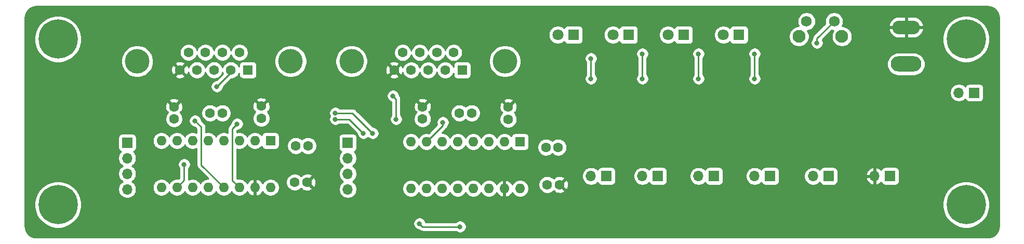
<source format=gbl>
G04 #@! TF.GenerationSoftware,KiCad,Pcbnew,5.1.10*
G04 #@! TF.CreationDate,2021-11-29T20:01:27+01:00*
G04 #@! TF.ProjectId,RoscoFrontPanel,526f7363-6f46-4726-9f6e-7450616e656c,rev?*
G04 #@! TF.SameCoordinates,Original*
G04 #@! TF.FileFunction,Copper,L2,Bot*
G04 #@! TF.FilePolarity,Positive*
%FSLAX46Y46*%
G04 Gerber Fmt 4.6, Leading zero omitted, Abs format (unit mm)*
G04 Created by KiCad (PCBNEW 5.1.10) date 2021-11-29 20:01:27*
%MOMM*%
%LPD*%
G01*
G04 APERTURE LIST*
G04 #@! TA.AperFunction,ComponentPad*
%ADD10O,4.500000X2.250000*%
G04 #@! TD*
G04 #@! TA.AperFunction,ComponentPad*
%ADD11O,5.000000X2.500000*%
G04 #@! TD*
G04 #@! TA.AperFunction,ComponentPad*
%ADD12C,4.000000*%
G04 #@! TD*
G04 #@! TA.AperFunction,ComponentPad*
%ADD13C,1.600000*%
G04 #@! TD*
G04 #@! TA.AperFunction,ComponentPad*
%ADD14R,1.600000X1.600000*%
G04 #@! TD*
G04 #@! TA.AperFunction,ComponentPad*
%ADD15C,1.800000*%
G04 #@! TD*
G04 #@! TA.AperFunction,ComponentPad*
%ADD16R,1.800000X1.800000*%
G04 #@! TD*
G04 #@! TA.AperFunction,ComponentPad*
%ADD17C,2.100000*%
G04 #@! TD*
G04 #@! TA.AperFunction,ComponentPad*
%ADD18C,1.750000*%
G04 #@! TD*
G04 #@! TA.AperFunction,ComponentPad*
%ADD19C,6.400000*%
G04 #@! TD*
G04 #@! TA.AperFunction,ComponentPad*
%ADD20O,1.600000X1.600000*%
G04 #@! TD*
G04 #@! TA.AperFunction,ComponentPad*
%ADD21O,1.700000X1.700000*%
G04 #@! TD*
G04 #@! TA.AperFunction,ComponentPad*
%ADD22R,1.700000X1.700000*%
G04 #@! TD*
G04 #@! TA.AperFunction,ViaPad*
%ADD23C,0.800000*%
G04 #@! TD*
G04 #@! TA.AperFunction,Conductor*
%ADD24C,0.254000*%
G04 #@! TD*
G04 #@! TA.AperFunction,Conductor*
%ADD25C,0.250000*%
G04 #@! TD*
G04 #@! TA.AperFunction,Conductor*
%ADD26C,0.100000*%
G04 #@! TD*
G04 APERTURE END LIST*
D10*
X217220800Y-84068400D03*
D11*
X217220800Y-90068400D03*
D12*
X126840000Y-89620000D03*
X151840000Y-89620000D03*
D13*
X135185000Y-88200000D03*
X137955000Y-88200000D03*
X140725000Y-88200000D03*
X143495000Y-88200000D03*
X133800000Y-91040000D03*
X136570000Y-91040000D03*
X139340000Y-91040000D03*
X142110000Y-91040000D03*
D14*
X144880000Y-91040000D03*
D12*
X91920000Y-89610000D03*
X116920000Y-89610000D03*
D13*
X100265000Y-88190000D03*
X103035000Y-88190000D03*
X105805000Y-88190000D03*
X108575000Y-88190000D03*
X98880000Y-91030000D03*
X101650000Y-91030000D03*
X104420000Y-91030000D03*
X107190000Y-91030000D03*
D14*
X109960000Y-91030000D03*
D15*
X187452000Y-85300000D03*
D16*
X189992000Y-85300000D03*
D15*
X178435000Y-85300000D03*
D16*
X180975000Y-85300000D03*
X163000000Y-85300000D03*
D15*
X160460000Y-85300000D03*
D16*
X172000000Y-85300000D03*
D15*
X169460000Y-85300000D03*
D17*
X199750000Y-85580000D03*
D18*
X201000000Y-83090000D03*
X205500000Y-83090000D03*
D17*
X206760000Y-85580000D03*
D19*
X227000000Y-113000000D03*
X227000000Y-86000000D03*
X79000000Y-113000000D03*
X79000000Y-86000000D03*
D20*
X154309000Y-110361000D03*
X136529000Y-102741000D03*
X151769000Y-110361000D03*
X139069000Y-102741000D03*
X149229000Y-110361000D03*
X141609000Y-102741000D03*
X146689000Y-110361000D03*
X144149000Y-102741000D03*
X144149000Y-110361000D03*
X146689000Y-102741000D03*
X141609000Y-110361000D03*
X149229000Y-102741000D03*
X139069000Y-110361000D03*
X151769000Y-102741000D03*
X136529000Y-110361000D03*
D14*
X154309000Y-102741000D03*
D20*
X113639600Y-110185200D03*
X95859600Y-102565200D03*
X111099600Y-110185200D03*
X98399600Y-102565200D03*
X108559600Y-110185200D03*
X100939600Y-102565200D03*
X106019600Y-110185200D03*
X103479600Y-102565200D03*
X103479600Y-110185200D03*
X106019600Y-102565200D03*
X100939600Y-110185200D03*
X108559600Y-102565200D03*
X98399600Y-110185200D03*
X111099600Y-102565200D03*
X95859600Y-110185200D03*
D14*
X113639600Y-102565200D03*
D21*
X126238000Y-110490000D03*
X126238000Y-107950000D03*
X126238000Y-105410000D03*
D22*
X126238000Y-102870000D03*
D21*
X90297000Y-110490000D03*
X90297000Y-107950000D03*
X90297000Y-105410000D03*
D22*
X90297000Y-102870000D03*
D21*
X225806000Y-94742000D03*
D22*
X228346000Y-94742000D03*
D21*
X192532000Y-108331000D03*
D22*
X195072000Y-108331000D03*
D21*
X183388000Y-108331000D03*
D22*
X185928000Y-108331000D03*
D21*
X165862000Y-108331000D03*
D22*
X168402000Y-108331000D03*
D21*
X174244000Y-108331000D03*
D22*
X176784000Y-108331000D03*
D21*
X212090000Y-108331000D03*
D22*
X214630000Y-108331000D03*
D21*
X202057000Y-108331000D03*
D22*
X204597000Y-108331000D03*
D13*
X138430000Y-99028000D03*
X138430000Y-97028000D03*
X152400000Y-97060000D03*
X152400000Y-99060000D03*
X97917000Y-99028000D03*
X97917000Y-97028000D03*
X112141000Y-96933000D03*
X112141000Y-98933000D03*
X144431000Y-98044000D03*
X146431000Y-98044000D03*
X103791000Y-98044000D03*
X105791000Y-98044000D03*
X160750000Y-109728000D03*
X158750000Y-109728000D03*
X119602000Y-109347000D03*
X117602000Y-109347000D03*
X158528000Y-103632000D03*
X160528000Y-103632000D03*
X117761000Y-103378000D03*
X119761000Y-103378000D03*
D23*
X144526000Y-116586000D03*
X137922000Y-116078000D03*
X174244000Y-92456000D03*
X174244000Y-88392000D03*
X165862000Y-92456000D03*
X165862000Y-89154000D03*
X183388000Y-92456000D03*
X183388000Y-88392000D03*
X192532000Y-92456000D03*
X192532000Y-88392000D03*
X202692000Y-86614000D03*
X99568000Y-106426000D03*
X128778000Y-101346000D03*
X124206000Y-99060000D03*
X130302000Y-101346000D03*
X124206000Y-98044000D03*
X108204000Y-99822000D03*
X101346000Y-99314000D03*
X104902000Y-93726000D03*
X134112000Y-99060000D03*
X133604000Y-95250000D03*
X141732000Y-99568000D03*
D24*
X144526000Y-116586000D02*
X138430000Y-116586000D01*
X138430000Y-116586000D02*
X137922000Y-116078000D01*
X137922000Y-116078000D02*
X137922000Y-116078000D01*
D25*
X174244000Y-92456000D02*
X174244000Y-88392000D01*
X174244000Y-88392000D02*
X174244000Y-88392000D01*
X165862000Y-92456000D02*
X165862000Y-89154000D01*
X165862000Y-89154000D02*
X165862000Y-89154000D01*
X183388000Y-92456000D02*
X183388000Y-88392000D01*
X183388000Y-88392000D02*
X183388000Y-88392000D01*
X192532000Y-92456000D02*
X192532000Y-88392000D01*
X192532000Y-88392000D02*
X192532000Y-88392000D01*
D24*
X202692000Y-85898000D02*
X205500000Y-83090000D01*
X202692000Y-86614000D02*
X202692000Y-85898000D01*
D25*
X99568000Y-109016800D02*
X98399600Y-110185200D01*
X99568000Y-106426000D02*
X99568000Y-109016800D01*
X128778000Y-101346000D02*
X126492000Y-99060000D01*
X126492000Y-99060000D02*
X124206000Y-99060000D01*
X124206000Y-99060000D02*
X124206000Y-99060000D01*
X130302000Y-101346000D02*
X127000000Y-98044000D01*
X127000000Y-98044000D02*
X124206000Y-98044000D01*
X124206000Y-98044000D02*
X124206000Y-98044000D01*
X107434599Y-109060199D02*
X107434599Y-100591401D01*
X108559600Y-110185200D02*
X107434599Y-109060199D01*
X107434599Y-100591401D02*
X108204000Y-99822000D01*
X108204000Y-99822000D02*
X108204000Y-99822000D01*
X102354599Y-106520199D02*
X102354599Y-100322599D01*
X106019600Y-110185200D02*
X102354599Y-106520199D01*
X102354599Y-100322599D02*
X101346000Y-99314000D01*
X101346000Y-99314000D02*
X101346000Y-99314000D01*
X107190000Y-91438000D02*
X107190000Y-91030000D01*
X104902000Y-93726000D02*
X107190000Y-91438000D01*
X134112000Y-99060000D02*
X134112000Y-95758000D01*
X134112000Y-95758000D02*
X133604000Y-95250000D01*
X133604000Y-95250000D02*
X133604000Y-95250000D01*
X139069000Y-102741000D02*
X141732000Y-100078000D01*
X141732000Y-100078000D02*
X141732000Y-99568000D01*
X141732000Y-99568000D02*
X141732000Y-99568000D01*
D24*
X230856775Y-80698147D02*
X231199967Y-80801763D01*
X231516489Y-80970062D01*
X231794299Y-81196637D01*
X232022806Y-81472856D01*
X232193310Y-81788197D01*
X232299319Y-82130656D01*
X232340000Y-82517712D01*
X232340001Y-116467711D01*
X232301853Y-116856776D01*
X232198238Y-117199964D01*
X232029939Y-117516489D01*
X231803365Y-117794296D01*
X231527146Y-118022805D01*
X231211803Y-118193310D01*
X230869344Y-118299319D01*
X230482288Y-118340000D01*
X75532279Y-118340000D01*
X75143224Y-118301853D01*
X74800036Y-118198238D01*
X74483511Y-118029939D01*
X74205704Y-117803365D01*
X73977195Y-117527146D01*
X73806690Y-117211803D01*
X73700681Y-116869344D01*
X73660000Y-116482288D01*
X73660000Y-112622285D01*
X75165000Y-112622285D01*
X75165000Y-113377715D01*
X75312377Y-114118628D01*
X75601467Y-114816554D01*
X76021161Y-115444670D01*
X76555330Y-115978839D01*
X77183446Y-116398533D01*
X77881372Y-116687623D01*
X78622285Y-116835000D01*
X79377715Y-116835000D01*
X80118628Y-116687623D01*
X80816554Y-116398533D01*
X81444670Y-115978839D01*
X81447448Y-115976061D01*
X136887000Y-115976061D01*
X136887000Y-116179939D01*
X136926774Y-116379898D01*
X137004795Y-116568256D01*
X137118063Y-116737774D01*
X137262226Y-116881937D01*
X137431744Y-116995205D01*
X137620102Y-117073226D01*
X137820061Y-117113000D01*
X137876742Y-117113000D01*
X137888578Y-117127422D01*
X138004608Y-117222645D01*
X138136985Y-117293402D01*
X138280622Y-117336974D01*
X138392574Y-117348000D01*
X138392583Y-117348000D01*
X138429999Y-117351685D01*
X138467415Y-117348000D01*
X143824289Y-117348000D01*
X143866226Y-117389937D01*
X144035744Y-117503205D01*
X144224102Y-117581226D01*
X144424061Y-117621000D01*
X144627939Y-117621000D01*
X144827898Y-117581226D01*
X145016256Y-117503205D01*
X145185774Y-117389937D01*
X145329937Y-117245774D01*
X145443205Y-117076256D01*
X145521226Y-116887898D01*
X145561000Y-116687939D01*
X145561000Y-116484061D01*
X145521226Y-116284102D01*
X145443205Y-116095744D01*
X145329937Y-115926226D01*
X145185774Y-115782063D01*
X145016256Y-115668795D01*
X144827898Y-115590774D01*
X144627939Y-115551000D01*
X144424061Y-115551000D01*
X144224102Y-115590774D01*
X144035744Y-115668795D01*
X143866226Y-115782063D01*
X143824289Y-115824000D01*
X138926753Y-115824000D01*
X138917226Y-115776102D01*
X138839205Y-115587744D01*
X138725937Y-115418226D01*
X138581774Y-115274063D01*
X138412256Y-115160795D01*
X138223898Y-115082774D01*
X138023939Y-115043000D01*
X137820061Y-115043000D01*
X137620102Y-115082774D01*
X137431744Y-115160795D01*
X137262226Y-115274063D01*
X137118063Y-115418226D01*
X137004795Y-115587744D01*
X136926774Y-115776102D01*
X136887000Y-115976061D01*
X81447448Y-115976061D01*
X81978839Y-115444670D01*
X82398533Y-114816554D01*
X82687623Y-114118628D01*
X82835000Y-113377715D01*
X82835000Y-112622285D01*
X223165000Y-112622285D01*
X223165000Y-113377715D01*
X223312377Y-114118628D01*
X223601467Y-114816554D01*
X224021161Y-115444670D01*
X224555330Y-115978839D01*
X225183446Y-116398533D01*
X225881372Y-116687623D01*
X226622285Y-116835000D01*
X227377715Y-116835000D01*
X228118628Y-116687623D01*
X228816554Y-116398533D01*
X229444670Y-115978839D01*
X229978839Y-115444670D01*
X230398533Y-114816554D01*
X230687623Y-114118628D01*
X230835000Y-113377715D01*
X230835000Y-112622285D01*
X230687623Y-111881372D01*
X230398533Y-111183446D01*
X229978839Y-110555330D01*
X229444670Y-110021161D01*
X228816554Y-109601467D01*
X228118628Y-109312377D01*
X227377715Y-109165000D01*
X226622285Y-109165000D01*
X225881372Y-109312377D01*
X225183446Y-109601467D01*
X224555330Y-110021161D01*
X224021161Y-110555330D01*
X223601467Y-111183446D01*
X223312377Y-111881372D01*
X223165000Y-112622285D01*
X82835000Y-112622285D01*
X82687623Y-111881372D01*
X82398533Y-111183446D01*
X81978839Y-110555330D01*
X81444670Y-110021161D01*
X80816554Y-109601467D01*
X80118628Y-109312377D01*
X79377715Y-109165000D01*
X78622285Y-109165000D01*
X77881372Y-109312377D01*
X77183446Y-109601467D01*
X76555330Y-110021161D01*
X76021161Y-110555330D01*
X75601467Y-111183446D01*
X75312377Y-111881372D01*
X75165000Y-112622285D01*
X73660000Y-112622285D01*
X73660000Y-102020000D01*
X88808928Y-102020000D01*
X88808928Y-103720000D01*
X88821188Y-103844482D01*
X88857498Y-103964180D01*
X88916463Y-104074494D01*
X88995815Y-104171185D01*
X89092506Y-104250537D01*
X89202820Y-104309502D01*
X89275380Y-104331513D01*
X89143525Y-104463368D01*
X88981010Y-104706589D01*
X88869068Y-104976842D01*
X88812000Y-105263740D01*
X88812000Y-105556260D01*
X88869068Y-105843158D01*
X88981010Y-106113411D01*
X89143525Y-106356632D01*
X89350368Y-106563475D01*
X89524760Y-106680000D01*
X89350368Y-106796525D01*
X89143525Y-107003368D01*
X88981010Y-107246589D01*
X88869068Y-107516842D01*
X88812000Y-107803740D01*
X88812000Y-108096260D01*
X88869068Y-108383158D01*
X88981010Y-108653411D01*
X89143525Y-108896632D01*
X89350368Y-109103475D01*
X89524760Y-109220000D01*
X89350368Y-109336525D01*
X89143525Y-109543368D01*
X88981010Y-109786589D01*
X88869068Y-110056842D01*
X88812000Y-110343740D01*
X88812000Y-110636260D01*
X88869068Y-110923158D01*
X88981010Y-111193411D01*
X89143525Y-111436632D01*
X89350368Y-111643475D01*
X89593589Y-111805990D01*
X89863842Y-111917932D01*
X90150740Y-111975000D01*
X90443260Y-111975000D01*
X90730158Y-111917932D01*
X91000411Y-111805990D01*
X91243632Y-111643475D01*
X91450475Y-111436632D01*
X91612990Y-111193411D01*
X91724932Y-110923158D01*
X91782000Y-110636260D01*
X91782000Y-110343740D01*
X91724932Y-110056842D01*
X91612990Y-109786589D01*
X91450475Y-109543368D01*
X91243632Y-109336525D01*
X91069240Y-109220000D01*
X91243632Y-109103475D01*
X91450475Y-108896632D01*
X91612990Y-108653411D01*
X91724932Y-108383158D01*
X91782000Y-108096260D01*
X91782000Y-107803740D01*
X91724932Y-107516842D01*
X91612990Y-107246589D01*
X91450475Y-107003368D01*
X91243632Y-106796525D01*
X91069240Y-106680000D01*
X91243632Y-106563475D01*
X91450475Y-106356632D01*
X91612990Y-106113411D01*
X91724932Y-105843158D01*
X91782000Y-105556260D01*
X91782000Y-105263740D01*
X91724932Y-104976842D01*
X91612990Y-104706589D01*
X91450475Y-104463368D01*
X91318620Y-104331513D01*
X91391180Y-104309502D01*
X91501494Y-104250537D01*
X91598185Y-104171185D01*
X91677537Y-104074494D01*
X91736502Y-103964180D01*
X91772812Y-103844482D01*
X91785072Y-103720000D01*
X91785072Y-102423865D01*
X94424600Y-102423865D01*
X94424600Y-102706535D01*
X94479747Y-102983774D01*
X94587920Y-103244927D01*
X94744963Y-103479959D01*
X94944841Y-103679837D01*
X95179873Y-103836880D01*
X95441026Y-103945053D01*
X95718265Y-104000200D01*
X96000935Y-104000200D01*
X96278174Y-103945053D01*
X96539327Y-103836880D01*
X96774359Y-103679837D01*
X96974237Y-103479959D01*
X97129600Y-103247441D01*
X97284963Y-103479959D01*
X97484841Y-103679837D01*
X97719873Y-103836880D01*
X97981026Y-103945053D01*
X98258265Y-104000200D01*
X98540935Y-104000200D01*
X98818174Y-103945053D01*
X99079327Y-103836880D01*
X99314359Y-103679837D01*
X99514237Y-103479959D01*
X99669600Y-103247441D01*
X99824963Y-103479959D01*
X100024841Y-103679837D01*
X100259873Y-103836880D01*
X100521026Y-103945053D01*
X100798265Y-104000200D01*
X101080935Y-104000200D01*
X101358174Y-103945053D01*
X101594599Y-103847122D01*
X101594599Y-106482876D01*
X101590923Y-106520199D01*
X101594599Y-106557521D01*
X101594599Y-106557531D01*
X101605596Y-106669184D01*
X101644224Y-106796525D01*
X101649053Y-106812445D01*
X101719625Y-106944475D01*
X101759470Y-106993025D01*
X101814598Y-107060200D01*
X101843602Y-107084003D01*
X103509799Y-108750200D01*
X103338265Y-108750200D01*
X103061026Y-108805347D01*
X102799873Y-108913520D01*
X102564841Y-109070563D01*
X102364963Y-109270441D01*
X102209600Y-109502959D01*
X102054237Y-109270441D01*
X101854359Y-109070563D01*
X101619327Y-108913520D01*
X101358174Y-108805347D01*
X101080935Y-108750200D01*
X100798265Y-108750200D01*
X100521026Y-108805347D01*
X100328000Y-108885301D01*
X100328000Y-107129711D01*
X100371937Y-107085774D01*
X100485205Y-106916256D01*
X100563226Y-106727898D01*
X100603000Y-106527939D01*
X100603000Y-106324061D01*
X100563226Y-106124102D01*
X100485205Y-105935744D01*
X100371937Y-105766226D01*
X100227774Y-105622063D01*
X100058256Y-105508795D01*
X99869898Y-105430774D01*
X99669939Y-105391000D01*
X99466061Y-105391000D01*
X99266102Y-105430774D01*
X99077744Y-105508795D01*
X98908226Y-105622063D01*
X98764063Y-105766226D01*
X98650795Y-105935744D01*
X98572774Y-106124102D01*
X98533000Y-106324061D01*
X98533000Y-106527939D01*
X98572774Y-106727898D01*
X98650795Y-106916256D01*
X98764063Y-107085774D01*
X98808000Y-107129711D01*
X98808001Y-108701997D01*
X98723486Y-108786512D01*
X98540935Y-108750200D01*
X98258265Y-108750200D01*
X97981026Y-108805347D01*
X97719873Y-108913520D01*
X97484841Y-109070563D01*
X97284963Y-109270441D01*
X97129600Y-109502959D01*
X96974237Y-109270441D01*
X96774359Y-109070563D01*
X96539327Y-108913520D01*
X96278174Y-108805347D01*
X96000935Y-108750200D01*
X95718265Y-108750200D01*
X95441026Y-108805347D01*
X95179873Y-108913520D01*
X94944841Y-109070563D01*
X94744963Y-109270441D01*
X94587920Y-109505473D01*
X94479747Y-109766626D01*
X94424600Y-110043865D01*
X94424600Y-110326535D01*
X94479747Y-110603774D01*
X94587920Y-110864927D01*
X94744963Y-111099959D01*
X94944841Y-111299837D01*
X95179873Y-111456880D01*
X95441026Y-111565053D01*
X95718265Y-111620200D01*
X96000935Y-111620200D01*
X96278174Y-111565053D01*
X96539327Y-111456880D01*
X96774359Y-111299837D01*
X96974237Y-111099959D01*
X97129600Y-110867441D01*
X97284963Y-111099959D01*
X97484841Y-111299837D01*
X97719873Y-111456880D01*
X97981026Y-111565053D01*
X98258265Y-111620200D01*
X98540935Y-111620200D01*
X98818174Y-111565053D01*
X99079327Y-111456880D01*
X99314359Y-111299837D01*
X99514237Y-111099959D01*
X99669600Y-110867441D01*
X99824963Y-111099959D01*
X100024841Y-111299837D01*
X100259873Y-111456880D01*
X100521026Y-111565053D01*
X100798265Y-111620200D01*
X101080935Y-111620200D01*
X101358174Y-111565053D01*
X101619327Y-111456880D01*
X101854359Y-111299837D01*
X102054237Y-111099959D01*
X102209600Y-110867441D01*
X102364963Y-111099959D01*
X102564841Y-111299837D01*
X102799873Y-111456880D01*
X103061026Y-111565053D01*
X103338265Y-111620200D01*
X103620935Y-111620200D01*
X103898174Y-111565053D01*
X104159327Y-111456880D01*
X104394359Y-111299837D01*
X104594237Y-111099959D01*
X104749600Y-110867441D01*
X104904963Y-111099959D01*
X105104841Y-111299837D01*
X105339873Y-111456880D01*
X105601026Y-111565053D01*
X105878265Y-111620200D01*
X106160935Y-111620200D01*
X106438174Y-111565053D01*
X106699327Y-111456880D01*
X106934359Y-111299837D01*
X107134237Y-111099959D01*
X107289600Y-110867441D01*
X107444963Y-111099959D01*
X107644841Y-111299837D01*
X107879873Y-111456880D01*
X108141026Y-111565053D01*
X108418265Y-111620200D01*
X108700935Y-111620200D01*
X108978174Y-111565053D01*
X109239327Y-111456880D01*
X109474359Y-111299837D01*
X109674237Y-111099959D01*
X109831280Y-110864927D01*
X109835667Y-110854335D01*
X109947215Y-111040331D01*
X110136186Y-111248719D01*
X110362180Y-111416237D01*
X110616513Y-111536446D01*
X110750561Y-111577104D01*
X110972600Y-111455115D01*
X110972600Y-110312200D01*
X110952600Y-110312200D01*
X110952600Y-110058200D01*
X110972600Y-110058200D01*
X110972600Y-108915285D01*
X111226600Y-108915285D01*
X111226600Y-110058200D01*
X111246600Y-110058200D01*
X111246600Y-110312200D01*
X111226600Y-110312200D01*
X111226600Y-111455115D01*
X111448639Y-111577104D01*
X111582687Y-111536446D01*
X111837020Y-111416237D01*
X112063014Y-111248719D01*
X112251985Y-111040331D01*
X112363533Y-110854335D01*
X112367920Y-110864927D01*
X112524963Y-111099959D01*
X112724841Y-111299837D01*
X112959873Y-111456880D01*
X113221026Y-111565053D01*
X113498265Y-111620200D01*
X113780935Y-111620200D01*
X114058174Y-111565053D01*
X114319327Y-111456880D01*
X114554359Y-111299837D01*
X114754237Y-111099959D01*
X114911280Y-110864927D01*
X115019453Y-110603774D01*
X115074600Y-110326535D01*
X115074600Y-110043865D01*
X115019453Y-109766626D01*
X114911280Y-109505473D01*
X114754237Y-109270441D01*
X114689461Y-109205665D01*
X116167000Y-109205665D01*
X116167000Y-109488335D01*
X116222147Y-109765574D01*
X116330320Y-110026727D01*
X116487363Y-110261759D01*
X116687241Y-110461637D01*
X116922273Y-110618680D01*
X117183426Y-110726853D01*
X117460665Y-110782000D01*
X117743335Y-110782000D01*
X118020574Y-110726853D01*
X118281727Y-110618680D01*
X118516759Y-110461637D01*
X118597525Y-110380872D01*
X118672630Y-110455977D01*
X118788903Y-110339704D01*
X118860486Y-110583671D01*
X119115996Y-110704571D01*
X119390184Y-110773300D01*
X119672512Y-110787217D01*
X119952130Y-110745787D01*
X120218292Y-110650603D01*
X120343514Y-110583671D01*
X120415097Y-110339702D01*
X119602000Y-109526605D01*
X119587858Y-109540748D01*
X119408253Y-109361143D01*
X119422395Y-109347000D01*
X119781605Y-109347000D01*
X120594702Y-110160097D01*
X120838671Y-110088514D01*
X120959571Y-109833004D01*
X121028300Y-109558816D01*
X121042217Y-109276488D01*
X121000787Y-108996870D01*
X120905603Y-108730708D01*
X120838671Y-108605486D01*
X120594702Y-108533903D01*
X119781605Y-109347000D01*
X119422395Y-109347000D01*
X119408253Y-109332858D01*
X119587858Y-109153253D01*
X119602000Y-109167395D01*
X120415097Y-108354298D01*
X120343514Y-108110329D01*
X120088004Y-107989429D01*
X119813816Y-107920700D01*
X119531488Y-107906783D01*
X119251870Y-107948213D01*
X118985708Y-108043397D01*
X118860486Y-108110329D01*
X118788903Y-108354296D01*
X118672630Y-108238023D01*
X118597525Y-108313129D01*
X118516759Y-108232363D01*
X118281727Y-108075320D01*
X118020574Y-107967147D01*
X117743335Y-107912000D01*
X117460665Y-107912000D01*
X117183426Y-107967147D01*
X116922273Y-108075320D01*
X116687241Y-108232363D01*
X116487363Y-108432241D01*
X116330320Y-108667273D01*
X116222147Y-108928426D01*
X116167000Y-109205665D01*
X114689461Y-109205665D01*
X114554359Y-109070563D01*
X114319327Y-108913520D01*
X114058174Y-108805347D01*
X113780935Y-108750200D01*
X113498265Y-108750200D01*
X113221026Y-108805347D01*
X112959873Y-108913520D01*
X112724841Y-109070563D01*
X112524963Y-109270441D01*
X112367920Y-109505473D01*
X112363533Y-109516065D01*
X112251985Y-109330069D01*
X112063014Y-109121681D01*
X111837020Y-108954163D01*
X111582687Y-108833954D01*
X111448639Y-108793296D01*
X111226600Y-108915285D01*
X110972600Y-108915285D01*
X110750561Y-108793296D01*
X110616513Y-108833954D01*
X110362180Y-108954163D01*
X110136186Y-109121681D01*
X109947215Y-109330069D01*
X109835667Y-109516065D01*
X109831280Y-109505473D01*
X109674237Y-109270441D01*
X109474359Y-109070563D01*
X109239327Y-108913520D01*
X108978174Y-108805347D01*
X108700935Y-108750200D01*
X108418265Y-108750200D01*
X108235713Y-108786512D01*
X108194599Y-108745398D01*
X108194599Y-103955709D01*
X108418265Y-104000200D01*
X108700935Y-104000200D01*
X108978174Y-103945053D01*
X109239327Y-103836880D01*
X109474359Y-103679837D01*
X109674237Y-103479959D01*
X109829600Y-103247441D01*
X109984963Y-103479959D01*
X110184841Y-103679837D01*
X110419873Y-103836880D01*
X110681026Y-103945053D01*
X110958265Y-104000200D01*
X111240935Y-104000200D01*
X111518174Y-103945053D01*
X111779327Y-103836880D01*
X112014359Y-103679837D01*
X112212957Y-103481239D01*
X112213788Y-103489682D01*
X112250098Y-103609380D01*
X112309063Y-103719694D01*
X112388415Y-103816385D01*
X112485106Y-103895737D01*
X112595420Y-103954702D01*
X112715118Y-103991012D01*
X112839600Y-104003272D01*
X114439600Y-104003272D01*
X114564082Y-103991012D01*
X114683780Y-103954702D01*
X114794094Y-103895737D01*
X114890785Y-103816385D01*
X114970137Y-103719694D01*
X115029102Y-103609380D01*
X115065412Y-103489682D01*
X115077672Y-103365200D01*
X115077672Y-103236665D01*
X116326000Y-103236665D01*
X116326000Y-103519335D01*
X116381147Y-103796574D01*
X116489320Y-104057727D01*
X116646363Y-104292759D01*
X116846241Y-104492637D01*
X117081273Y-104649680D01*
X117342426Y-104757853D01*
X117619665Y-104813000D01*
X117902335Y-104813000D01*
X118179574Y-104757853D01*
X118440727Y-104649680D01*
X118675759Y-104492637D01*
X118761000Y-104407396D01*
X118846241Y-104492637D01*
X119081273Y-104649680D01*
X119342426Y-104757853D01*
X119619665Y-104813000D01*
X119902335Y-104813000D01*
X120179574Y-104757853D01*
X120440727Y-104649680D01*
X120675759Y-104492637D01*
X120875637Y-104292759D01*
X121032680Y-104057727D01*
X121140853Y-103796574D01*
X121196000Y-103519335D01*
X121196000Y-103236665D01*
X121140853Y-102959426D01*
X121032680Y-102698273D01*
X120875637Y-102463241D01*
X120675759Y-102263363D01*
X120440727Y-102106320D01*
X120232332Y-102020000D01*
X124749928Y-102020000D01*
X124749928Y-103720000D01*
X124762188Y-103844482D01*
X124798498Y-103964180D01*
X124857463Y-104074494D01*
X124936815Y-104171185D01*
X125033506Y-104250537D01*
X125143820Y-104309502D01*
X125216380Y-104331513D01*
X125084525Y-104463368D01*
X124922010Y-104706589D01*
X124810068Y-104976842D01*
X124753000Y-105263740D01*
X124753000Y-105556260D01*
X124810068Y-105843158D01*
X124922010Y-106113411D01*
X125084525Y-106356632D01*
X125291368Y-106563475D01*
X125465760Y-106680000D01*
X125291368Y-106796525D01*
X125084525Y-107003368D01*
X124922010Y-107246589D01*
X124810068Y-107516842D01*
X124753000Y-107803740D01*
X124753000Y-108096260D01*
X124810068Y-108383158D01*
X124922010Y-108653411D01*
X125084525Y-108896632D01*
X125291368Y-109103475D01*
X125465760Y-109220000D01*
X125291368Y-109336525D01*
X125084525Y-109543368D01*
X124922010Y-109786589D01*
X124810068Y-110056842D01*
X124753000Y-110343740D01*
X124753000Y-110636260D01*
X124810068Y-110923158D01*
X124922010Y-111193411D01*
X125084525Y-111436632D01*
X125291368Y-111643475D01*
X125534589Y-111805990D01*
X125804842Y-111917932D01*
X126091740Y-111975000D01*
X126384260Y-111975000D01*
X126671158Y-111917932D01*
X126941411Y-111805990D01*
X127184632Y-111643475D01*
X127391475Y-111436632D01*
X127553990Y-111193411D01*
X127665932Y-110923158D01*
X127723000Y-110636260D01*
X127723000Y-110343740D01*
X127698320Y-110219665D01*
X135094000Y-110219665D01*
X135094000Y-110502335D01*
X135149147Y-110779574D01*
X135257320Y-111040727D01*
X135414363Y-111275759D01*
X135614241Y-111475637D01*
X135849273Y-111632680D01*
X136110426Y-111740853D01*
X136387665Y-111796000D01*
X136670335Y-111796000D01*
X136947574Y-111740853D01*
X137208727Y-111632680D01*
X137443759Y-111475637D01*
X137643637Y-111275759D01*
X137799000Y-111043241D01*
X137954363Y-111275759D01*
X138154241Y-111475637D01*
X138389273Y-111632680D01*
X138650426Y-111740853D01*
X138927665Y-111796000D01*
X139210335Y-111796000D01*
X139487574Y-111740853D01*
X139748727Y-111632680D01*
X139983759Y-111475637D01*
X140183637Y-111275759D01*
X140339000Y-111043241D01*
X140494363Y-111275759D01*
X140694241Y-111475637D01*
X140929273Y-111632680D01*
X141190426Y-111740853D01*
X141467665Y-111796000D01*
X141750335Y-111796000D01*
X142027574Y-111740853D01*
X142288727Y-111632680D01*
X142523759Y-111475637D01*
X142723637Y-111275759D01*
X142879000Y-111043241D01*
X143034363Y-111275759D01*
X143234241Y-111475637D01*
X143469273Y-111632680D01*
X143730426Y-111740853D01*
X144007665Y-111796000D01*
X144290335Y-111796000D01*
X144567574Y-111740853D01*
X144828727Y-111632680D01*
X145063759Y-111475637D01*
X145263637Y-111275759D01*
X145419000Y-111043241D01*
X145574363Y-111275759D01*
X145774241Y-111475637D01*
X146009273Y-111632680D01*
X146270426Y-111740853D01*
X146547665Y-111796000D01*
X146830335Y-111796000D01*
X147107574Y-111740853D01*
X147368727Y-111632680D01*
X147603759Y-111475637D01*
X147803637Y-111275759D01*
X147959000Y-111043241D01*
X148114363Y-111275759D01*
X148314241Y-111475637D01*
X148549273Y-111632680D01*
X148810426Y-111740853D01*
X149087665Y-111796000D01*
X149370335Y-111796000D01*
X149647574Y-111740853D01*
X149908727Y-111632680D01*
X150143759Y-111475637D01*
X150343637Y-111275759D01*
X150500680Y-111040727D01*
X150505067Y-111030135D01*
X150616615Y-111216131D01*
X150805586Y-111424519D01*
X151031580Y-111592037D01*
X151285913Y-111712246D01*
X151419961Y-111752904D01*
X151642000Y-111630915D01*
X151642000Y-110488000D01*
X151622000Y-110488000D01*
X151622000Y-110234000D01*
X151642000Y-110234000D01*
X151642000Y-109091085D01*
X151896000Y-109091085D01*
X151896000Y-110234000D01*
X151916000Y-110234000D01*
X151916000Y-110488000D01*
X151896000Y-110488000D01*
X151896000Y-111630915D01*
X152118039Y-111752904D01*
X152252087Y-111712246D01*
X152506420Y-111592037D01*
X152732414Y-111424519D01*
X152921385Y-111216131D01*
X153032933Y-111030135D01*
X153037320Y-111040727D01*
X153194363Y-111275759D01*
X153394241Y-111475637D01*
X153629273Y-111632680D01*
X153890426Y-111740853D01*
X154167665Y-111796000D01*
X154450335Y-111796000D01*
X154727574Y-111740853D01*
X154988727Y-111632680D01*
X155223759Y-111475637D01*
X155423637Y-111275759D01*
X155580680Y-111040727D01*
X155688853Y-110779574D01*
X155744000Y-110502335D01*
X155744000Y-110219665D01*
X155688853Y-109942426D01*
X155580680Y-109681273D01*
X155517466Y-109586665D01*
X157315000Y-109586665D01*
X157315000Y-109869335D01*
X157370147Y-110146574D01*
X157478320Y-110407727D01*
X157635363Y-110642759D01*
X157835241Y-110842637D01*
X158070273Y-110999680D01*
X158331426Y-111107853D01*
X158608665Y-111163000D01*
X158891335Y-111163000D01*
X159168574Y-111107853D01*
X159429727Y-110999680D01*
X159664759Y-110842637D01*
X159745525Y-110761872D01*
X159820630Y-110836977D01*
X159936903Y-110720704D01*
X160008486Y-110964671D01*
X160263996Y-111085571D01*
X160538184Y-111154300D01*
X160820512Y-111168217D01*
X161100130Y-111126787D01*
X161366292Y-111031603D01*
X161491514Y-110964671D01*
X161563097Y-110720702D01*
X160750000Y-109907605D01*
X160735858Y-109921748D01*
X160556253Y-109742143D01*
X160570395Y-109728000D01*
X160929605Y-109728000D01*
X161742702Y-110541097D01*
X161986671Y-110469514D01*
X162107571Y-110214004D01*
X162176300Y-109939816D01*
X162190217Y-109657488D01*
X162148787Y-109377870D01*
X162053603Y-109111708D01*
X161986671Y-108986486D01*
X161742702Y-108914903D01*
X160929605Y-109728000D01*
X160570395Y-109728000D01*
X160556253Y-109713858D01*
X160735858Y-109534253D01*
X160750000Y-109548395D01*
X161563097Y-108735298D01*
X161491514Y-108491329D01*
X161236004Y-108370429D01*
X160961816Y-108301700D01*
X160679488Y-108287783D01*
X160399870Y-108329213D01*
X160133708Y-108424397D01*
X160008486Y-108491329D01*
X159936903Y-108735296D01*
X159820630Y-108619023D01*
X159745525Y-108694129D01*
X159664759Y-108613363D01*
X159429727Y-108456320D01*
X159168574Y-108348147D01*
X158891335Y-108293000D01*
X158608665Y-108293000D01*
X158331426Y-108348147D01*
X158070273Y-108456320D01*
X157835241Y-108613363D01*
X157635363Y-108813241D01*
X157478320Y-109048273D01*
X157370147Y-109309426D01*
X157315000Y-109586665D01*
X155517466Y-109586665D01*
X155423637Y-109446241D01*
X155223759Y-109246363D01*
X154988727Y-109089320D01*
X154727574Y-108981147D01*
X154450335Y-108926000D01*
X154167665Y-108926000D01*
X153890426Y-108981147D01*
X153629273Y-109089320D01*
X153394241Y-109246363D01*
X153194363Y-109446241D01*
X153037320Y-109681273D01*
X153032933Y-109691865D01*
X152921385Y-109505869D01*
X152732414Y-109297481D01*
X152506420Y-109129963D01*
X152252087Y-109009754D01*
X152118039Y-108969096D01*
X151896000Y-109091085D01*
X151642000Y-109091085D01*
X151419961Y-108969096D01*
X151285913Y-109009754D01*
X151031580Y-109129963D01*
X150805586Y-109297481D01*
X150616615Y-109505869D01*
X150505067Y-109691865D01*
X150500680Y-109681273D01*
X150343637Y-109446241D01*
X150143759Y-109246363D01*
X149908727Y-109089320D01*
X149647574Y-108981147D01*
X149370335Y-108926000D01*
X149087665Y-108926000D01*
X148810426Y-108981147D01*
X148549273Y-109089320D01*
X148314241Y-109246363D01*
X148114363Y-109446241D01*
X147959000Y-109678759D01*
X147803637Y-109446241D01*
X147603759Y-109246363D01*
X147368727Y-109089320D01*
X147107574Y-108981147D01*
X146830335Y-108926000D01*
X146547665Y-108926000D01*
X146270426Y-108981147D01*
X146009273Y-109089320D01*
X145774241Y-109246363D01*
X145574363Y-109446241D01*
X145419000Y-109678759D01*
X145263637Y-109446241D01*
X145063759Y-109246363D01*
X144828727Y-109089320D01*
X144567574Y-108981147D01*
X144290335Y-108926000D01*
X144007665Y-108926000D01*
X143730426Y-108981147D01*
X143469273Y-109089320D01*
X143234241Y-109246363D01*
X143034363Y-109446241D01*
X142879000Y-109678759D01*
X142723637Y-109446241D01*
X142523759Y-109246363D01*
X142288727Y-109089320D01*
X142027574Y-108981147D01*
X141750335Y-108926000D01*
X141467665Y-108926000D01*
X141190426Y-108981147D01*
X140929273Y-109089320D01*
X140694241Y-109246363D01*
X140494363Y-109446241D01*
X140339000Y-109678759D01*
X140183637Y-109446241D01*
X139983759Y-109246363D01*
X139748727Y-109089320D01*
X139487574Y-108981147D01*
X139210335Y-108926000D01*
X138927665Y-108926000D01*
X138650426Y-108981147D01*
X138389273Y-109089320D01*
X138154241Y-109246363D01*
X137954363Y-109446241D01*
X137799000Y-109678759D01*
X137643637Y-109446241D01*
X137443759Y-109246363D01*
X137208727Y-109089320D01*
X136947574Y-108981147D01*
X136670335Y-108926000D01*
X136387665Y-108926000D01*
X136110426Y-108981147D01*
X135849273Y-109089320D01*
X135614241Y-109246363D01*
X135414363Y-109446241D01*
X135257320Y-109681273D01*
X135149147Y-109942426D01*
X135094000Y-110219665D01*
X127698320Y-110219665D01*
X127665932Y-110056842D01*
X127553990Y-109786589D01*
X127391475Y-109543368D01*
X127184632Y-109336525D01*
X127010240Y-109220000D01*
X127184632Y-109103475D01*
X127391475Y-108896632D01*
X127553990Y-108653411D01*
X127665932Y-108383158D01*
X127705400Y-108184740D01*
X164377000Y-108184740D01*
X164377000Y-108477260D01*
X164434068Y-108764158D01*
X164546010Y-109034411D01*
X164708525Y-109277632D01*
X164915368Y-109484475D01*
X165158589Y-109646990D01*
X165428842Y-109758932D01*
X165715740Y-109816000D01*
X166008260Y-109816000D01*
X166295158Y-109758932D01*
X166565411Y-109646990D01*
X166808632Y-109484475D01*
X166940487Y-109352620D01*
X166962498Y-109425180D01*
X167021463Y-109535494D01*
X167100815Y-109632185D01*
X167197506Y-109711537D01*
X167307820Y-109770502D01*
X167427518Y-109806812D01*
X167552000Y-109819072D01*
X169252000Y-109819072D01*
X169376482Y-109806812D01*
X169496180Y-109770502D01*
X169606494Y-109711537D01*
X169703185Y-109632185D01*
X169782537Y-109535494D01*
X169841502Y-109425180D01*
X169877812Y-109305482D01*
X169890072Y-109181000D01*
X169890072Y-108184740D01*
X172759000Y-108184740D01*
X172759000Y-108477260D01*
X172816068Y-108764158D01*
X172928010Y-109034411D01*
X173090525Y-109277632D01*
X173297368Y-109484475D01*
X173540589Y-109646990D01*
X173810842Y-109758932D01*
X174097740Y-109816000D01*
X174390260Y-109816000D01*
X174677158Y-109758932D01*
X174947411Y-109646990D01*
X175190632Y-109484475D01*
X175322487Y-109352620D01*
X175344498Y-109425180D01*
X175403463Y-109535494D01*
X175482815Y-109632185D01*
X175579506Y-109711537D01*
X175689820Y-109770502D01*
X175809518Y-109806812D01*
X175934000Y-109819072D01*
X177634000Y-109819072D01*
X177758482Y-109806812D01*
X177878180Y-109770502D01*
X177988494Y-109711537D01*
X178085185Y-109632185D01*
X178164537Y-109535494D01*
X178223502Y-109425180D01*
X178259812Y-109305482D01*
X178272072Y-109181000D01*
X178272072Y-108184740D01*
X181903000Y-108184740D01*
X181903000Y-108477260D01*
X181960068Y-108764158D01*
X182072010Y-109034411D01*
X182234525Y-109277632D01*
X182441368Y-109484475D01*
X182684589Y-109646990D01*
X182954842Y-109758932D01*
X183241740Y-109816000D01*
X183534260Y-109816000D01*
X183821158Y-109758932D01*
X184091411Y-109646990D01*
X184334632Y-109484475D01*
X184466487Y-109352620D01*
X184488498Y-109425180D01*
X184547463Y-109535494D01*
X184626815Y-109632185D01*
X184723506Y-109711537D01*
X184833820Y-109770502D01*
X184953518Y-109806812D01*
X185078000Y-109819072D01*
X186778000Y-109819072D01*
X186902482Y-109806812D01*
X187022180Y-109770502D01*
X187132494Y-109711537D01*
X187229185Y-109632185D01*
X187308537Y-109535494D01*
X187367502Y-109425180D01*
X187403812Y-109305482D01*
X187416072Y-109181000D01*
X187416072Y-108184740D01*
X191047000Y-108184740D01*
X191047000Y-108477260D01*
X191104068Y-108764158D01*
X191216010Y-109034411D01*
X191378525Y-109277632D01*
X191585368Y-109484475D01*
X191828589Y-109646990D01*
X192098842Y-109758932D01*
X192385740Y-109816000D01*
X192678260Y-109816000D01*
X192965158Y-109758932D01*
X193235411Y-109646990D01*
X193478632Y-109484475D01*
X193610487Y-109352620D01*
X193632498Y-109425180D01*
X193691463Y-109535494D01*
X193770815Y-109632185D01*
X193867506Y-109711537D01*
X193977820Y-109770502D01*
X194097518Y-109806812D01*
X194222000Y-109819072D01*
X195922000Y-109819072D01*
X196046482Y-109806812D01*
X196166180Y-109770502D01*
X196276494Y-109711537D01*
X196373185Y-109632185D01*
X196452537Y-109535494D01*
X196511502Y-109425180D01*
X196547812Y-109305482D01*
X196560072Y-109181000D01*
X196560072Y-108184740D01*
X200572000Y-108184740D01*
X200572000Y-108477260D01*
X200629068Y-108764158D01*
X200741010Y-109034411D01*
X200903525Y-109277632D01*
X201110368Y-109484475D01*
X201353589Y-109646990D01*
X201623842Y-109758932D01*
X201910740Y-109816000D01*
X202203260Y-109816000D01*
X202490158Y-109758932D01*
X202760411Y-109646990D01*
X203003632Y-109484475D01*
X203135487Y-109352620D01*
X203157498Y-109425180D01*
X203216463Y-109535494D01*
X203295815Y-109632185D01*
X203392506Y-109711537D01*
X203502820Y-109770502D01*
X203622518Y-109806812D01*
X203747000Y-109819072D01*
X205447000Y-109819072D01*
X205571482Y-109806812D01*
X205691180Y-109770502D01*
X205801494Y-109711537D01*
X205898185Y-109632185D01*
X205977537Y-109535494D01*
X206036502Y-109425180D01*
X206072812Y-109305482D01*
X206085072Y-109181000D01*
X206085072Y-108687891D01*
X210648519Y-108687891D01*
X210745843Y-108962252D01*
X210894822Y-109212355D01*
X211089731Y-109428588D01*
X211323080Y-109602641D01*
X211585901Y-109727825D01*
X211733110Y-109772476D01*
X211963000Y-109651155D01*
X211963000Y-108458000D01*
X210769186Y-108458000D01*
X210648519Y-108687891D01*
X206085072Y-108687891D01*
X206085072Y-107974109D01*
X210648519Y-107974109D01*
X210769186Y-108204000D01*
X211963000Y-108204000D01*
X211963000Y-107010845D01*
X212217000Y-107010845D01*
X212217000Y-108204000D01*
X212237000Y-108204000D01*
X212237000Y-108458000D01*
X212217000Y-108458000D01*
X212217000Y-109651155D01*
X212446890Y-109772476D01*
X212594099Y-109727825D01*
X212856920Y-109602641D01*
X213090269Y-109428588D01*
X213166034Y-109344534D01*
X213190498Y-109425180D01*
X213249463Y-109535494D01*
X213328815Y-109632185D01*
X213425506Y-109711537D01*
X213535820Y-109770502D01*
X213655518Y-109806812D01*
X213780000Y-109819072D01*
X215480000Y-109819072D01*
X215604482Y-109806812D01*
X215724180Y-109770502D01*
X215834494Y-109711537D01*
X215931185Y-109632185D01*
X216010537Y-109535494D01*
X216069502Y-109425180D01*
X216105812Y-109305482D01*
X216118072Y-109181000D01*
X216118072Y-107481000D01*
X216105812Y-107356518D01*
X216069502Y-107236820D01*
X216010537Y-107126506D01*
X215931185Y-107029815D01*
X215834494Y-106950463D01*
X215724180Y-106891498D01*
X215604482Y-106855188D01*
X215480000Y-106842928D01*
X213780000Y-106842928D01*
X213655518Y-106855188D01*
X213535820Y-106891498D01*
X213425506Y-106950463D01*
X213328815Y-107029815D01*
X213249463Y-107126506D01*
X213190498Y-107236820D01*
X213166034Y-107317466D01*
X213090269Y-107233412D01*
X212856920Y-107059359D01*
X212594099Y-106934175D01*
X212446890Y-106889524D01*
X212217000Y-107010845D01*
X211963000Y-107010845D01*
X211733110Y-106889524D01*
X211585901Y-106934175D01*
X211323080Y-107059359D01*
X211089731Y-107233412D01*
X210894822Y-107449645D01*
X210745843Y-107699748D01*
X210648519Y-107974109D01*
X206085072Y-107974109D01*
X206085072Y-107481000D01*
X206072812Y-107356518D01*
X206036502Y-107236820D01*
X205977537Y-107126506D01*
X205898185Y-107029815D01*
X205801494Y-106950463D01*
X205691180Y-106891498D01*
X205571482Y-106855188D01*
X205447000Y-106842928D01*
X203747000Y-106842928D01*
X203622518Y-106855188D01*
X203502820Y-106891498D01*
X203392506Y-106950463D01*
X203295815Y-107029815D01*
X203216463Y-107126506D01*
X203157498Y-107236820D01*
X203135487Y-107309380D01*
X203003632Y-107177525D01*
X202760411Y-107015010D01*
X202490158Y-106903068D01*
X202203260Y-106846000D01*
X201910740Y-106846000D01*
X201623842Y-106903068D01*
X201353589Y-107015010D01*
X201110368Y-107177525D01*
X200903525Y-107384368D01*
X200741010Y-107627589D01*
X200629068Y-107897842D01*
X200572000Y-108184740D01*
X196560072Y-108184740D01*
X196560072Y-107481000D01*
X196547812Y-107356518D01*
X196511502Y-107236820D01*
X196452537Y-107126506D01*
X196373185Y-107029815D01*
X196276494Y-106950463D01*
X196166180Y-106891498D01*
X196046482Y-106855188D01*
X195922000Y-106842928D01*
X194222000Y-106842928D01*
X194097518Y-106855188D01*
X193977820Y-106891498D01*
X193867506Y-106950463D01*
X193770815Y-107029815D01*
X193691463Y-107126506D01*
X193632498Y-107236820D01*
X193610487Y-107309380D01*
X193478632Y-107177525D01*
X193235411Y-107015010D01*
X192965158Y-106903068D01*
X192678260Y-106846000D01*
X192385740Y-106846000D01*
X192098842Y-106903068D01*
X191828589Y-107015010D01*
X191585368Y-107177525D01*
X191378525Y-107384368D01*
X191216010Y-107627589D01*
X191104068Y-107897842D01*
X191047000Y-108184740D01*
X187416072Y-108184740D01*
X187416072Y-107481000D01*
X187403812Y-107356518D01*
X187367502Y-107236820D01*
X187308537Y-107126506D01*
X187229185Y-107029815D01*
X187132494Y-106950463D01*
X187022180Y-106891498D01*
X186902482Y-106855188D01*
X186778000Y-106842928D01*
X185078000Y-106842928D01*
X184953518Y-106855188D01*
X184833820Y-106891498D01*
X184723506Y-106950463D01*
X184626815Y-107029815D01*
X184547463Y-107126506D01*
X184488498Y-107236820D01*
X184466487Y-107309380D01*
X184334632Y-107177525D01*
X184091411Y-107015010D01*
X183821158Y-106903068D01*
X183534260Y-106846000D01*
X183241740Y-106846000D01*
X182954842Y-106903068D01*
X182684589Y-107015010D01*
X182441368Y-107177525D01*
X182234525Y-107384368D01*
X182072010Y-107627589D01*
X181960068Y-107897842D01*
X181903000Y-108184740D01*
X178272072Y-108184740D01*
X178272072Y-107481000D01*
X178259812Y-107356518D01*
X178223502Y-107236820D01*
X178164537Y-107126506D01*
X178085185Y-107029815D01*
X177988494Y-106950463D01*
X177878180Y-106891498D01*
X177758482Y-106855188D01*
X177634000Y-106842928D01*
X175934000Y-106842928D01*
X175809518Y-106855188D01*
X175689820Y-106891498D01*
X175579506Y-106950463D01*
X175482815Y-107029815D01*
X175403463Y-107126506D01*
X175344498Y-107236820D01*
X175322487Y-107309380D01*
X175190632Y-107177525D01*
X174947411Y-107015010D01*
X174677158Y-106903068D01*
X174390260Y-106846000D01*
X174097740Y-106846000D01*
X173810842Y-106903068D01*
X173540589Y-107015010D01*
X173297368Y-107177525D01*
X173090525Y-107384368D01*
X172928010Y-107627589D01*
X172816068Y-107897842D01*
X172759000Y-108184740D01*
X169890072Y-108184740D01*
X169890072Y-107481000D01*
X169877812Y-107356518D01*
X169841502Y-107236820D01*
X169782537Y-107126506D01*
X169703185Y-107029815D01*
X169606494Y-106950463D01*
X169496180Y-106891498D01*
X169376482Y-106855188D01*
X169252000Y-106842928D01*
X167552000Y-106842928D01*
X167427518Y-106855188D01*
X167307820Y-106891498D01*
X167197506Y-106950463D01*
X167100815Y-107029815D01*
X167021463Y-107126506D01*
X166962498Y-107236820D01*
X166940487Y-107309380D01*
X166808632Y-107177525D01*
X166565411Y-107015010D01*
X166295158Y-106903068D01*
X166008260Y-106846000D01*
X165715740Y-106846000D01*
X165428842Y-106903068D01*
X165158589Y-107015010D01*
X164915368Y-107177525D01*
X164708525Y-107384368D01*
X164546010Y-107627589D01*
X164434068Y-107897842D01*
X164377000Y-108184740D01*
X127705400Y-108184740D01*
X127723000Y-108096260D01*
X127723000Y-107803740D01*
X127665932Y-107516842D01*
X127553990Y-107246589D01*
X127391475Y-107003368D01*
X127184632Y-106796525D01*
X127010240Y-106680000D01*
X127184632Y-106563475D01*
X127391475Y-106356632D01*
X127553990Y-106113411D01*
X127665932Y-105843158D01*
X127723000Y-105556260D01*
X127723000Y-105263740D01*
X127665932Y-104976842D01*
X127553990Y-104706589D01*
X127391475Y-104463368D01*
X127259620Y-104331513D01*
X127332180Y-104309502D01*
X127442494Y-104250537D01*
X127539185Y-104171185D01*
X127618537Y-104074494D01*
X127677502Y-103964180D01*
X127713812Y-103844482D01*
X127726072Y-103720000D01*
X127726072Y-102599665D01*
X135094000Y-102599665D01*
X135094000Y-102882335D01*
X135149147Y-103159574D01*
X135257320Y-103420727D01*
X135414363Y-103655759D01*
X135614241Y-103855637D01*
X135849273Y-104012680D01*
X136110426Y-104120853D01*
X136387665Y-104176000D01*
X136670335Y-104176000D01*
X136947574Y-104120853D01*
X137208727Y-104012680D01*
X137443759Y-103855637D01*
X137643637Y-103655759D01*
X137799000Y-103423241D01*
X137954363Y-103655759D01*
X138154241Y-103855637D01*
X138389273Y-104012680D01*
X138650426Y-104120853D01*
X138927665Y-104176000D01*
X139210335Y-104176000D01*
X139487574Y-104120853D01*
X139748727Y-104012680D01*
X139983759Y-103855637D01*
X140183637Y-103655759D01*
X140339000Y-103423241D01*
X140494363Y-103655759D01*
X140694241Y-103855637D01*
X140929273Y-104012680D01*
X141190426Y-104120853D01*
X141467665Y-104176000D01*
X141750335Y-104176000D01*
X142027574Y-104120853D01*
X142288727Y-104012680D01*
X142523759Y-103855637D01*
X142723637Y-103655759D01*
X142879000Y-103423241D01*
X143034363Y-103655759D01*
X143234241Y-103855637D01*
X143469273Y-104012680D01*
X143730426Y-104120853D01*
X144007665Y-104176000D01*
X144290335Y-104176000D01*
X144567574Y-104120853D01*
X144828727Y-104012680D01*
X145063759Y-103855637D01*
X145263637Y-103655759D01*
X145419000Y-103423241D01*
X145574363Y-103655759D01*
X145774241Y-103855637D01*
X146009273Y-104012680D01*
X146270426Y-104120853D01*
X146547665Y-104176000D01*
X146830335Y-104176000D01*
X147107574Y-104120853D01*
X147368727Y-104012680D01*
X147603759Y-103855637D01*
X147803637Y-103655759D01*
X147959000Y-103423241D01*
X148114363Y-103655759D01*
X148314241Y-103855637D01*
X148549273Y-104012680D01*
X148810426Y-104120853D01*
X149087665Y-104176000D01*
X149370335Y-104176000D01*
X149647574Y-104120853D01*
X149908727Y-104012680D01*
X150143759Y-103855637D01*
X150343637Y-103655759D01*
X150499000Y-103423241D01*
X150654363Y-103655759D01*
X150854241Y-103855637D01*
X151089273Y-104012680D01*
X151350426Y-104120853D01*
X151627665Y-104176000D01*
X151910335Y-104176000D01*
X152187574Y-104120853D01*
X152448727Y-104012680D01*
X152683759Y-103855637D01*
X152882357Y-103657039D01*
X152883188Y-103665482D01*
X152919498Y-103785180D01*
X152978463Y-103895494D01*
X153057815Y-103992185D01*
X153154506Y-104071537D01*
X153264820Y-104130502D01*
X153384518Y-104166812D01*
X153509000Y-104179072D01*
X155109000Y-104179072D01*
X155233482Y-104166812D01*
X155353180Y-104130502D01*
X155463494Y-104071537D01*
X155560185Y-103992185D01*
X155639537Y-103895494D01*
X155698502Y-103785180D01*
X155734812Y-103665482D01*
X155747072Y-103541000D01*
X155747072Y-103490665D01*
X157093000Y-103490665D01*
X157093000Y-103773335D01*
X157148147Y-104050574D01*
X157256320Y-104311727D01*
X157413363Y-104546759D01*
X157613241Y-104746637D01*
X157848273Y-104903680D01*
X158109426Y-105011853D01*
X158386665Y-105067000D01*
X158669335Y-105067000D01*
X158946574Y-105011853D01*
X159207727Y-104903680D01*
X159442759Y-104746637D01*
X159528000Y-104661396D01*
X159613241Y-104746637D01*
X159848273Y-104903680D01*
X160109426Y-105011853D01*
X160386665Y-105067000D01*
X160669335Y-105067000D01*
X160946574Y-105011853D01*
X161207727Y-104903680D01*
X161442759Y-104746637D01*
X161642637Y-104546759D01*
X161799680Y-104311727D01*
X161907853Y-104050574D01*
X161963000Y-103773335D01*
X161963000Y-103490665D01*
X161907853Y-103213426D01*
X161799680Y-102952273D01*
X161642637Y-102717241D01*
X161442759Y-102517363D01*
X161207727Y-102360320D01*
X160946574Y-102252147D01*
X160669335Y-102197000D01*
X160386665Y-102197000D01*
X160109426Y-102252147D01*
X159848273Y-102360320D01*
X159613241Y-102517363D01*
X159528000Y-102602604D01*
X159442759Y-102517363D01*
X159207727Y-102360320D01*
X158946574Y-102252147D01*
X158669335Y-102197000D01*
X158386665Y-102197000D01*
X158109426Y-102252147D01*
X157848273Y-102360320D01*
X157613241Y-102517363D01*
X157413363Y-102717241D01*
X157256320Y-102952273D01*
X157148147Y-103213426D01*
X157093000Y-103490665D01*
X155747072Y-103490665D01*
X155747072Y-101941000D01*
X155734812Y-101816518D01*
X155698502Y-101696820D01*
X155639537Y-101586506D01*
X155560185Y-101489815D01*
X155463494Y-101410463D01*
X155353180Y-101351498D01*
X155233482Y-101315188D01*
X155109000Y-101302928D01*
X153509000Y-101302928D01*
X153384518Y-101315188D01*
X153264820Y-101351498D01*
X153154506Y-101410463D01*
X153057815Y-101489815D01*
X152978463Y-101586506D01*
X152919498Y-101696820D01*
X152883188Y-101816518D01*
X152882357Y-101824961D01*
X152683759Y-101626363D01*
X152448727Y-101469320D01*
X152187574Y-101361147D01*
X151910335Y-101306000D01*
X151627665Y-101306000D01*
X151350426Y-101361147D01*
X151089273Y-101469320D01*
X150854241Y-101626363D01*
X150654363Y-101826241D01*
X150499000Y-102058759D01*
X150343637Y-101826241D01*
X150143759Y-101626363D01*
X149908727Y-101469320D01*
X149647574Y-101361147D01*
X149370335Y-101306000D01*
X149087665Y-101306000D01*
X148810426Y-101361147D01*
X148549273Y-101469320D01*
X148314241Y-101626363D01*
X148114363Y-101826241D01*
X147959000Y-102058759D01*
X147803637Y-101826241D01*
X147603759Y-101626363D01*
X147368727Y-101469320D01*
X147107574Y-101361147D01*
X146830335Y-101306000D01*
X146547665Y-101306000D01*
X146270426Y-101361147D01*
X146009273Y-101469320D01*
X145774241Y-101626363D01*
X145574363Y-101826241D01*
X145419000Y-102058759D01*
X145263637Y-101826241D01*
X145063759Y-101626363D01*
X144828727Y-101469320D01*
X144567574Y-101361147D01*
X144290335Y-101306000D01*
X144007665Y-101306000D01*
X143730426Y-101361147D01*
X143469273Y-101469320D01*
X143234241Y-101626363D01*
X143034363Y-101826241D01*
X142879000Y-102058759D01*
X142723637Y-101826241D01*
X142523759Y-101626363D01*
X142288727Y-101469320D01*
X142027574Y-101361147D01*
X141750335Y-101306000D01*
X141578802Y-101306000D01*
X142243004Y-100641798D01*
X142272001Y-100618001D01*
X142366974Y-100502276D01*
X142437546Y-100370247D01*
X142456740Y-100306971D01*
X142535937Y-100227774D01*
X142649205Y-100058256D01*
X142727226Y-99869898D01*
X142767000Y-99669939D01*
X142767000Y-99466061D01*
X142727226Y-99266102D01*
X142649205Y-99077744D01*
X142535937Y-98908226D01*
X142391774Y-98764063D01*
X142222256Y-98650795D01*
X142033898Y-98572774D01*
X141833939Y-98533000D01*
X141630061Y-98533000D01*
X141430102Y-98572774D01*
X141241744Y-98650795D01*
X141072226Y-98764063D01*
X140928063Y-98908226D01*
X140814795Y-99077744D01*
X140736774Y-99266102D01*
X140697000Y-99466061D01*
X140697000Y-99669939D01*
X140736774Y-99869898D01*
X140774419Y-99960780D01*
X139392886Y-101342312D01*
X139210335Y-101306000D01*
X138927665Y-101306000D01*
X138650426Y-101361147D01*
X138389273Y-101469320D01*
X138154241Y-101626363D01*
X137954363Y-101826241D01*
X137799000Y-102058759D01*
X137643637Y-101826241D01*
X137443759Y-101626363D01*
X137208727Y-101469320D01*
X136947574Y-101361147D01*
X136670335Y-101306000D01*
X136387665Y-101306000D01*
X136110426Y-101361147D01*
X135849273Y-101469320D01*
X135614241Y-101626363D01*
X135414363Y-101826241D01*
X135257320Y-102061273D01*
X135149147Y-102322426D01*
X135094000Y-102599665D01*
X127726072Y-102599665D01*
X127726072Y-102020000D01*
X127713812Y-101895518D01*
X127677502Y-101775820D01*
X127618537Y-101665506D01*
X127539185Y-101568815D01*
X127442494Y-101489463D01*
X127332180Y-101430498D01*
X127212482Y-101394188D01*
X127088000Y-101381928D01*
X125388000Y-101381928D01*
X125263518Y-101394188D01*
X125143820Y-101430498D01*
X125033506Y-101489463D01*
X124936815Y-101568815D01*
X124857463Y-101665506D01*
X124798498Y-101775820D01*
X124762188Y-101895518D01*
X124749928Y-102020000D01*
X120232332Y-102020000D01*
X120179574Y-101998147D01*
X119902335Y-101943000D01*
X119619665Y-101943000D01*
X119342426Y-101998147D01*
X119081273Y-102106320D01*
X118846241Y-102263363D01*
X118761000Y-102348604D01*
X118675759Y-102263363D01*
X118440727Y-102106320D01*
X118179574Y-101998147D01*
X117902335Y-101943000D01*
X117619665Y-101943000D01*
X117342426Y-101998147D01*
X117081273Y-102106320D01*
X116846241Y-102263363D01*
X116646363Y-102463241D01*
X116489320Y-102698273D01*
X116381147Y-102959426D01*
X116326000Y-103236665D01*
X115077672Y-103236665D01*
X115077672Y-101765200D01*
X115065412Y-101640718D01*
X115029102Y-101521020D01*
X114970137Y-101410706D01*
X114890785Y-101314015D01*
X114794094Y-101234663D01*
X114683780Y-101175698D01*
X114564082Y-101139388D01*
X114439600Y-101127128D01*
X112839600Y-101127128D01*
X112715118Y-101139388D01*
X112595420Y-101175698D01*
X112485106Y-101234663D01*
X112388415Y-101314015D01*
X112309063Y-101410706D01*
X112250098Y-101521020D01*
X112213788Y-101640718D01*
X112212957Y-101649161D01*
X112014359Y-101450563D01*
X111779327Y-101293520D01*
X111518174Y-101185347D01*
X111240935Y-101130200D01*
X110958265Y-101130200D01*
X110681026Y-101185347D01*
X110419873Y-101293520D01*
X110184841Y-101450563D01*
X109984963Y-101650441D01*
X109829600Y-101882959D01*
X109674237Y-101650441D01*
X109474359Y-101450563D01*
X109239327Y-101293520D01*
X108978174Y-101185347D01*
X108700935Y-101130200D01*
X108418265Y-101130200D01*
X108194599Y-101174691D01*
X108194599Y-100906202D01*
X108243801Y-100857000D01*
X108305939Y-100857000D01*
X108505898Y-100817226D01*
X108694256Y-100739205D01*
X108863774Y-100625937D01*
X109007937Y-100481774D01*
X109121205Y-100312256D01*
X109199226Y-100123898D01*
X109239000Y-99923939D01*
X109239000Y-99720061D01*
X109199226Y-99520102D01*
X109121205Y-99331744D01*
X109007937Y-99162226D01*
X108863774Y-99018063D01*
X108694256Y-98904795D01*
X108505898Y-98826774D01*
X108305939Y-98787000D01*
X108102061Y-98787000D01*
X107902102Y-98826774D01*
X107713744Y-98904795D01*
X107544226Y-99018063D01*
X107400063Y-99162226D01*
X107286795Y-99331744D01*
X107208774Y-99520102D01*
X107169000Y-99720061D01*
X107169000Y-99782199D01*
X106923597Y-100027602D01*
X106894599Y-100051400D01*
X106870801Y-100080398D01*
X106870800Y-100080399D01*
X106799625Y-100167125D01*
X106729053Y-100299155D01*
X106706976Y-100371937D01*
X106685597Y-100442415D01*
X106680418Y-100495000D01*
X106670923Y-100591401D01*
X106674600Y-100628733D01*
X106674600Y-101283278D01*
X106438174Y-101185347D01*
X106160935Y-101130200D01*
X105878265Y-101130200D01*
X105601026Y-101185347D01*
X105339873Y-101293520D01*
X105104841Y-101450563D01*
X104904963Y-101650441D01*
X104749600Y-101882959D01*
X104594237Y-101650441D01*
X104394359Y-101450563D01*
X104159327Y-101293520D01*
X103898174Y-101185347D01*
X103620935Y-101130200D01*
X103338265Y-101130200D01*
X103114599Y-101174691D01*
X103114599Y-100359921D01*
X103118275Y-100322598D01*
X103114599Y-100285275D01*
X103114599Y-100285266D01*
X103103602Y-100173613D01*
X103060145Y-100030352D01*
X102989573Y-99898323D01*
X102953199Y-99854001D01*
X102918398Y-99811595D01*
X102918394Y-99811591D01*
X102894600Y-99782598D01*
X102865607Y-99758804D01*
X102381000Y-99274198D01*
X102381000Y-99212061D01*
X102341226Y-99012102D01*
X102263205Y-98823744D01*
X102149937Y-98654226D01*
X102005774Y-98510063D01*
X101836256Y-98396795D01*
X101647898Y-98318774D01*
X101447939Y-98279000D01*
X101244061Y-98279000D01*
X101044102Y-98318774D01*
X100855744Y-98396795D01*
X100686226Y-98510063D01*
X100542063Y-98654226D01*
X100428795Y-98823744D01*
X100350774Y-99012102D01*
X100311000Y-99212061D01*
X100311000Y-99415939D01*
X100350774Y-99615898D01*
X100428795Y-99804256D01*
X100542063Y-99973774D01*
X100686226Y-100117937D01*
X100855744Y-100231205D01*
X101044102Y-100309226D01*
X101244061Y-100349000D01*
X101306198Y-100349000D01*
X101594600Y-100637402D01*
X101594600Y-101283278D01*
X101358174Y-101185347D01*
X101080935Y-101130200D01*
X100798265Y-101130200D01*
X100521026Y-101185347D01*
X100259873Y-101293520D01*
X100024841Y-101450563D01*
X99824963Y-101650441D01*
X99669600Y-101882959D01*
X99514237Y-101650441D01*
X99314359Y-101450563D01*
X99079327Y-101293520D01*
X98818174Y-101185347D01*
X98540935Y-101130200D01*
X98258265Y-101130200D01*
X97981026Y-101185347D01*
X97719873Y-101293520D01*
X97484841Y-101450563D01*
X97284963Y-101650441D01*
X97129600Y-101882959D01*
X96974237Y-101650441D01*
X96774359Y-101450563D01*
X96539327Y-101293520D01*
X96278174Y-101185347D01*
X96000935Y-101130200D01*
X95718265Y-101130200D01*
X95441026Y-101185347D01*
X95179873Y-101293520D01*
X94944841Y-101450563D01*
X94744963Y-101650441D01*
X94587920Y-101885473D01*
X94479747Y-102146626D01*
X94424600Y-102423865D01*
X91785072Y-102423865D01*
X91785072Y-102020000D01*
X91772812Y-101895518D01*
X91736502Y-101775820D01*
X91677537Y-101665506D01*
X91598185Y-101568815D01*
X91501494Y-101489463D01*
X91391180Y-101430498D01*
X91271482Y-101394188D01*
X91147000Y-101381928D01*
X89447000Y-101381928D01*
X89322518Y-101394188D01*
X89202820Y-101430498D01*
X89092506Y-101489463D01*
X88995815Y-101568815D01*
X88916463Y-101665506D01*
X88857498Y-101775820D01*
X88821188Y-101895518D01*
X88808928Y-102020000D01*
X73660000Y-102020000D01*
X73660000Y-97098512D01*
X96476783Y-97098512D01*
X96518213Y-97378130D01*
X96613397Y-97644292D01*
X96680329Y-97769514D01*
X96924296Y-97841097D01*
X96808023Y-97957370D01*
X96883129Y-98032476D01*
X96802363Y-98113241D01*
X96645320Y-98348273D01*
X96537147Y-98609426D01*
X96482000Y-98886665D01*
X96482000Y-99169335D01*
X96537147Y-99446574D01*
X96645320Y-99707727D01*
X96802363Y-99942759D01*
X97002241Y-100142637D01*
X97237273Y-100299680D01*
X97498426Y-100407853D01*
X97775665Y-100463000D01*
X98058335Y-100463000D01*
X98335574Y-100407853D01*
X98596727Y-100299680D01*
X98831759Y-100142637D01*
X99031637Y-99942759D01*
X99188680Y-99707727D01*
X99296853Y-99446574D01*
X99352000Y-99169335D01*
X99352000Y-98886665D01*
X99296853Y-98609426D01*
X99188680Y-98348273D01*
X99031637Y-98113241D01*
X98950872Y-98032476D01*
X99025977Y-97957370D01*
X98971272Y-97902665D01*
X102356000Y-97902665D01*
X102356000Y-98185335D01*
X102411147Y-98462574D01*
X102519320Y-98723727D01*
X102676363Y-98958759D01*
X102876241Y-99158637D01*
X103111273Y-99315680D01*
X103372426Y-99423853D01*
X103649665Y-99479000D01*
X103932335Y-99479000D01*
X104209574Y-99423853D01*
X104470727Y-99315680D01*
X104705759Y-99158637D01*
X104791000Y-99073396D01*
X104876241Y-99158637D01*
X105111273Y-99315680D01*
X105372426Y-99423853D01*
X105649665Y-99479000D01*
X105932335Y-99479000D01*
X106209574Y-99423853D01*
X106470727Y-99315680D01*
X106705759Y-99158637D01*
X106905637Y-98958759D01*
X107062680Y-98723727D01*
X107170853Y-98462574D01*
X107226000Y-98185335D01*
X107226000Y-97902665D01*
X107170853Y-97625426D01*
X107062680Y-97364273D01*
X106905637Y-97129241D01*
X106779908Y-97003512D01*
X110700783Y-97003512D01*
X110742213Y-97283130D01*
X110837397Y-97549292D01*
X110904329Y-97674514D01*
X111148296Y-97746097D01*
X111032023Y-97862370D01*
X111107129Y-97937476D01*
X111026363Y-98018241D01*
X110869320Y-98253273D01*
X110761147Y-98514426D01*
X110706000Y-98791665D01*
X110706000Y-99074335D01*
X110761147Y-99351574D01*
X110869320Y-99612727D01*
X111026363Y-99847759D01*
X111226241Y-100047637D01*
X111461273Y-100204680D01*
X111722426Y-100312853D01*
X111999665Y-100368000D01*
X112282335Y-100368000D01*
X112559574Y-100312853D01*
X112820727Y-100204680D01*
X113055759Y-100047637D01*
X113255637Y-99847759D01*
X113412680Y-99612727D01*
X113520853Y-99351574D01*
X113576000Y-99074335D01*
X113576000Y-98791665D01*
X113520853Y-98514426D01*
X113412680Y-98253273D01*
X113255637Y-98018241D01*
X113179457Y-97942061D01*
X123171000Y-97942061D01*
X123171000Y-98145939D01*
X123210774Y-98345898D01*
X123288795Y-98534256D01*
X123300651Y-98552000D01*
X123288795Y-98569744D01*
X123210774Y-98758102D01*
X123171000Y-98958061D01*
X123171000Y-99161939D01*
X123210774Y-99361898D01*
X123288795Y-99550256D01*
X123402063Y-99719774D01*
X123546226Y-99863937D01*
X123715744Y-99977205D01*
X123904102Y-100055226D01*
X124104061Y-100095000D01*
X124307939Y-100095000D01*
X124507898Y-100055226D01*
X124696256Y-99977205D01*
X124865774Y-99863937D01*
X124909711Y-99820000D01*
X126177199Y-99820000D01*
X127743000Y-101385802D01*
X127743000Y-101447939D01*
X127782774Y-101647898D01*
X127860795Y-101836256D01*
X127974063Y-102005774D01*
X128118226Y-102149937D01*
X128287744Y-102263205D01*
X128476102Y-102341226D01*
X128676061Y-102381000D01*
X128879939Y-102381000D01*
X129079898Y-102341226D01*
X129268256Y-102263205D01*
X129437774Y-102149937D01*
X129540000Y-102047711D01*
X129642226Y-102149937D01*
X129811744Y-102263205D01*
X130000102Y-102341226D01*
X130200061Y-102381000D01*
X130403939Y-102381000D01*
X130603898Y-102341226D01*
X130792256Y-102263205D01*
X130961774Y-102149937D01*
X131105937Y-102005774D01*
X131219205Y-101836256D01*
X131297226Y-101647898D01*
X131337000Y-101447939D01*
X131337000Y-101244061D01*
X131297226Y-101044102D01*
X131219205Y-100855744D01*
X131105937Y-100686226D01*
X130961774Y-100542063D01*
X130792256Y-100428795D01*
X130603898Y-100350774D01*
X130403939Y-100311000D01*
X130341802Y-100311000D01*
X127563804Y-97533003D01*
X127540001Y-97503999D01*
X127424276Y-97409026D01*
X127292247Y-97338454D01*
X127148986Y-97294997D01*
X127037333Y-97284000D01*
X127037322Y-97284000D01*
X127000000Y-97280324D01*
X126962678Y-97284000D01*
X124909711Y-97284000D01*
X124865774Y-97240063D01*
X124696256Y-97126795D01*
X124507898Y-97048774D01*
X124307939Y-97009000D01*
X124104061Y-97009000D01*
X123904102Y-97048774D01*
X123715744Y-97126795D01*
X123546226Y-97240063D01*
X123402063Y-97384226D01*
X123288795Y-97553744D01*
X123210774Y-97742102D01*
X123171000Y-97942061D01*
X113179457Y-97942061D01*
X113174872Y-97937476D01*
X113249977Y-97862370D01*
X113133704Y-97746097D01*
X113377671Y-97674514D01*
X113498571Y-97419004D01*
X113567300Y-97144816D01*
X113581217Y-96862488D01*
X113539787Y-96582870D01*
X113444603Y-96316708D01*
X113377671Y-96191486D01*
X113133702Y-96119903D01*
X112320605Y-96933000D01*
X112334748Y-96947143D01*
X112155143Y-97126748D01*
X112141000Y-97112605D01*
X112126858Y-97126748D01*
X111947253Y-96947143D01*
X111961395Y-96933000D01*
X111148298Y-96119903D01*
X110904329Y-96191486D01*
X110783429Y-96446996D01*
X110714700Y-96721184D01*
X110700783Y-97003512D01*
X106779908Y-97003512D01*
X106705759Y-96929363D01*
X106470727Y-96772320D01*
X106209574Y-96664147D01*
X105932335Y-96609000D01*
X105649665Y-96609000D01*
X105372426Y-96664147D01*
X105111273Y-96772320D01*
X104876241Y-96929363D01*
X104791000Y-97014604D01*
X104705759Y-96929363D01*
X104470727Y-96772320D01*
X104209574Y-96664147D01*
X103932335Y-96609000D01*
X103649665Y-96609000D01*
X103372426Y-96664147D01*
X103111273Y-96772320D01*
X102876241Y-96929363D01*
X102676363Y-97129241D01*
X102519320Y-97364273D01*
X102411147Y-97625426D01*
X102356000Y-97902665D01*
X98971272Y-97902665D01*
X98909704Y-97841097D01*
X99153671Y-97769514D01*
X99274571Y-97514004D01*
X99343300Y-97239816D01*
X99357217Y-96957488D01*
X99315787Y-96677870D01*
X99220603Y-96411708D01*
X99153671Y-96286486D01*
X98909702Y-96214903D01*
X98096605Y-97028000D01*
X98110748Y-97042143D01*
X97931143Y-97221748D01*
X97917000Y-97207605D01*
X97902858Y-97221748D01*
X97723253Y-97042143D01*
X97737395Y-97028000D01*
X96924298Y-96214903D01*
X96680329Y-96286486D01*
X96559429Y-96541996D01*
X96490700Y-96816184D01*
X96476783Y-97098512D01*
X73660000Y-97098512D01*
X73660000Y-96035298D01*
X97103903Y-96035298D01*
X97917000Y-96848395D01*
X98730097Y-96035298D01*
X98702224Y-95940298D01*
X111327903Y-95940298D01*
X112141000Y-96753395D01*
X112954097Y-95940298D01*
X112882514Y-95696329D01*
X112627004Y-95575429D01*
X112352816Y-95506700D01*
X112070488Y-95492783D01*
X111790870Y-95534213D01*
X111524708Y-95629397D01*
X111399486Y-95696329D01*
X111327903Y-95940298D01*
X98702224Y-95940298D01*
X98658514Y-95791329D01*
X98403004Y-95670429D01*
X98128816Y-95601700D01*
X97846488Y-95587783D01*
X97566870Y-95629213D01*
X97300708Y-95724397D01*
X97175486Y-95791329D01*
X97103903Y-96035298D01*
X73660000Y-96035298D01*
X73660000Y-95148061D01*
X132569000Y-95148061D01*
X132569000Y-95351939D01*
X132608774Y-95551898D01*
X132686795Y-95740256D01*
X132800063Y-95909774D01*
X132944226Y-96053937D01*
X133113744Y-96167205D01*
X133302102Y-96245226D01*
X133352001Y-96255151D01*
X133352000Y-98356289D01*
X133308063Y-98400226D01*
X133194795Y-98569744D01*
X133116774Y-98758102D01*
X133077000Y-98958061D01*
X133077000Y-99161939D01*
X133116774Y-99361898D01*
X133194795Y-99550256D01*
X133308063Y-99719774D01*
X133452226Y-99863937D01*
X133621744Y-99977205D01*
X133810102Y-100055226D01*
X134010061Y-100095000D01*
X134213939Y-100095000D01*
X134413898Y-100055226D01*
X134602256Y-99977205D01*
X134771774Y-99863937D01*
X134915937Y-99719774D01*
X135029205Y-99550256D01*
X135107226Y-99361898D01*
X135147000Y-99161939D01*
X135147000Y-98958061D01*
X135107226Y-98758102D01*
X135029205Y-98569744D01*
X134915937Y-98400226D01*
X134872000Y-98356289D01*
X134872000Y-97098512D01*
X136989783Y-97098512D01*
X137031213Y-97378130D01*
X137126397Y-97644292D01*
X137193329Y-97769514D01*
X137437296Y-97841097D01*
X137321023Y-97957370D01*
X137396129Y-98032476D01*
X137315363Y-98113241D01*
X137158320Y-98348273D01*
X137050147Y-98609426D01*
X136995000Y-98886665D01*
X136995000Y-99169335D01*
X137050147Y-99446574D01*
X137158320Y-99707727D01*
X137315363Y-99942759D01*
X137515241Y-100142637D01*
X137750273Y-100299680D01*
X138011426Y-100407853D01*
X138288665Y-100463000D01*
X138571335Y-100463000D01*
X138848574Y-100407853D01*
X139109727Y-100299680D01*
X139344759Y-100142637D01*
X139544637Y-99942759D01*
X139701680Y-99707727D01*
X139809853Y-99446574D01*
X139865000Y-99169335D01*
X139865000Y-98886665D01*
X139809853Y-98609426D01*
X139701680Y-98348273D01*
X139544637Y-98113241D01*
X139463872Y-98032476D01*
X139538977Y-97957370D01*
X139484272Y-97902665D01*
X142996000Y-97902665D01*
X142996000Y-98185335D01*
X143051147Y-98462574D01*
X143159320Y-98723727D01*
X143316363Y-98958759D01*
X143516241Y-99158637D01*
X143751273Y-99315680D01*
X144012426Y-99423853D01*
X144289665Y-99479000D01*
X144572335Y-99479000D01*
X144849574Y-99423853D01*
X145110727Y-99315680D01*
X145345759Y-99158637D01*
X145431000Y-99073396D01*
X145516241Y-99158637D01*
X145751273Y-99315680D01*
X146012426Y-99423853D01*
X146289665Y-99479000D01*
X146572335Y-99479000D01*
X146849574Y-99423853D01*
X147110727Y-99315680D01*
X147345759Y-99158637D01*
X147545637Y-98958759D01*
X147702680Y-98723727D01*
X147810853Y-98462574D01*
X147866000Y-98185335D01*
X147866000Y-97902665D01*
X147810853Y-97625426D01*
X147702680Y-97364273D01*
X147546487Y-97130512D01*
X150959783Y-97130512D01*
X151001213Y-97410130D01*
X151096397Y-97676292D01*
X151163329Y-97801514D01*
X151407296Y-97873097D01*
X151291023Y-97989370D01*
X151366129Y-98064476D01*
X151285363Y-98145241D01*
X151128320Y-98380273D01*
X151020147Y-98641426D01*
X150965000Y-98918665D01*
X150965000Y-99201335D01*
X151020147Y-99478574D01*
X151128320Y-99739727D01*
X151285363Y-99974759D01*
X151485241Y-100174637D01*
X151720273Y-100331680D01*
X151981426Y-100439853D01*
X152258665Y-100495000D01*
X152541335Y-100495000D01*
X152818574Y-100439853D01*
X153079727Y-100331680D01*
X153314759Y-100174637D01*
X153514637Y-99974759D01*
X153671680Y-99739727D01*
X153779853Y-99478574D01*
X153835000Y-99201335D01*
X153835000Y-98918665D01*
X153779853Y-98641426D01*
X153671680Y-98380273D01*
X153514637Y-98145241D01*
X153433872Y-98064476D01*
X153508977Y-97989370D01*
X153392704Y-97873097D01*
X153636671Y-97801514D01*
X153757571Y-97546004D01*
X153826300Y-97271816D01*
X153840217Y-96989488D01*
X153798787Y-96709870D01*
X153703603Y-96443708D01*
X153636671Y-96318486D01*
X153392702Y-96246903D01*
X152579605Y-97060000D01*
X152593748Y-97074143D01*
X152414143Y-97253748D01*
X152400000Y-97239605D01*
X152385858Y-97253748D01*
X152206253Y-97074143D01*
X152220395Y-97060000D01*
X151407298Y-96246903D01*
X151163329Y-96318486D01*
X151042429Y-96573996D01*
X150973700Y-96848184D01*
X150959783Y-97130512D01*
X147546487Y-97130512D01*
X147545637Y-97129241D01*
X147345759Y-96929363D01*
X147110727Y-96772320D01*
X146849574Y-96664147D01*
X146572335Y-96609000D01*
X146289665Y-96609000D01*
X146012426Y-96664147D01*
X145751273Y-96772320D01*
X145516241Y-96929363D01*
X145431000Y-97014604D01*
X145345759Y-96929363D01*
X145110727Y-96772320D01*
X144849574Y-96664147D01*
X144572335Y-96609000D01*
X144289665Y-96609000D01*
X144012426Y-96664147D01*
X143751273Y-96772320D01*
X143516241Y-96929363D01*
X143316363Y-97129241D01*
X143159320Y-97364273D01*
X143051147Y-97625426D01*
X142996000Y-97902665D01*
X139484272Y-97902665D01*
X139422704Y-97841097D01*
X139666671Y-97769514D01*
X139787571Y-97514004D01*
X139856300Y-97239816D01*
X139870217Y-96957488D01*
X139828787Y-96677870D01*
X139733603Y-96411708D01*
X139666671Y-96286486D01*
X139422702Y-96214903D01*
X138609605Y-97028000D01*
X138623748Y-97042143D01*
X138444143Y-97221748D01*
X138430000Y-97207605D01*
X138415858Y-97221748D01*
X138236253Y-97042143D01*
X138250395Y-97028000D01*
X137437298Y-96214903D01*
X137193329Y-96286486D01*
X137072429Y-96541996D01*
X137003700Y-96816184D01*
X136989783Y-97098512D01*
X134872000Y-97098512D01*
X134872000Y-96035298D01*
X137616903Y-96035298D01*
X138430000Y-96848395D01*
X139211097Y-96067298D01*
X151586903Y-96067298D01*
X152400000Y-96880395D01*
X153213097Y-96067298D01*
X153141514Y-95823329D01*
X152886004Y-95702429D01*
X152611816Y-95633700D01*
X152329488Y-95619783D01*
X152049870Y-95661213D01*
X151783708Y-95756397D01*
X151658486Y-95823329D01*
X151586903Y-96067298D01*
X139211097Y-96067298D01*
X139243097Y-96035298D01*
X139171514Y-95791329D01*
X138916004Y-95670429D01*
X138641816Y-95601700D01*
X138359488Y-95587783D01*
X138079870Y-95629213D01*
X137813708Y-95724397D01*
X137688486Y-95791329D01*
X137616903Y-96035298D01*
X134872000Y-96035298D01*
X134872000Y-95795322D01*
X134875676Y-95757999D01*
X134872000Y-95720676D01*
X134872000Y-95720667D01*
X134861003Y-95609014D01*
X134817546Y-95465753D01*
X134746974Y-95333724D01*
X134652001Y-95217999D01*
X134639000Y-95207329D01*
X134639000Y-95148061D01*
X134599226Y-94948102D01*
X134521205Y-94759744D01*
X134411622Y-94595740D01*
X224321000Y-94595740D01*
X224321000Y-94888260D01*
X224378068Y-95175158D01*
X224490010Y-95445411D01*
X224652525Y-95688632D01*
X224859368Y-95895475D01*
X225102589Y-96057990D01*
X225372842Y-96169932D01*
X225659740Y-96227000D01*
X225952260Y-96227000D01*
X226239158Y-96169932D01*
X226509411Y-96057990D01*
X226752632Y-95895475D01*
X226884487Y-95763620D01*
X226906498Y-95836180D01*
X226965463Y-95946494D01*
X227044815Y-96043185D01*
X227141506Y-96122537D01*
X227251820Y-96181502D01*
X227371518Y-96217812D01*
X227496000Y-96230072D01*
X229196000Y-96230072D01*
X229320482Y-96217812D01*
X229440180Y-96181502D01*
X229550494Y-96122537D01*
X229647185Y-96043185D01*
X229726537Y-95946494D01*
X229785502Y-95836180D01*
X229821812Y-95716482D01*
X229834072Y-95592000D01*
X229834072Y-93892000D01*
X229821812Y-93767518D01*
X229785502Y-93647820D01*
X229726537Y-93537506D01*
X229647185Y-93440815D01*
X229550494Y-93361463D01*
X229440180Y-93302498D01*
X229320482Y-93266188D01*
X229196000Y-93253928D01*
X227496000Y-93253928D01*
X227371518Y-93266188D01*
X227251820Y-93302498D01*
X227141506Y-93361463D01*
X227044815Y-93440815D01*
X226965463Y-93537506D01*
X226906498Y-93647820D01*
X226884487Y-93720380D01*
X226752632Y-93588525D01*
X226509411Y-93426010D01*
X226239158Y-93314068D01*
X225952260Y-93257000D01*
X225659740Y-93257000D01*
X225372842Y-93314068D01*
X225102589Y-93426010D01*
X224859368Y-93588525D01*
X224652525Y-93795368D01*
X224490010Y-94038589D01*
X224378068Y-94308842D01*
X224321000Y-94595740D01*
X134411622Y-94595740D01*
X134407937Y-94590226D01*
X134263774Y-94446063D01*
X134094256Y-94332795D01*
X133905898Y-94254774D01*
X133705939Y-94215000D01*
X133502061Y-94215000D01*
X133302102Y-94254774D01*
X133113744Y-94332795D01*
X132944226Y-94446063D01*
X132800063Y-94590226D01*
X132686795Y-94759744D01*
X132608774Y-94948102D01*
X132569000Y-95148061D01*
X73660000Y-95148061D01*
X73660000Y-85622285D01*
X75165000Y-85622285D01*
X75165000Y-86377715D01*
X75312377Y-87118628D01*
X75601467Y-87816554D01*
X76021161Y-88444670D01*
X76555330Y-88978839D01*
X77183446Y-89398533D01*
X77881372Y-89687623D01*
X78622285Y-89835000D01*
X79377715Y-89835000D01*
X80118628Y-89687623D01*
X80816554Y-89398533D01*
X80888477Y-89350475D01*
X89285000Y-89350475D01*
X89285000Y-89869525D01*
X89386261Y-90378601D01*
X89584893Y-90858141D01*
X89873262Y-91289715D01*
X90240285Y-91656738D01*
X90671859Y-91945107D01*
X91151399Y-92143739D01*
X91660475Y-92245000D01*
X92179525Y-92245000D01*
X92688601Y-92143739D01*
X92980810Y-92022702D01*
X98066903Y-92022702D01*
X98138486Y-92266671D01*
X98393996Y-92387571D01*
X98668184Y-92456300D01*
X98950512Y-92470217D01*
X99230130Y-92428787D01*
X99496292Y-92333603D01*
X99621514Y-92266671D01*
X99693097Y-92022702D01*
X98880000Y-91209605D01*
X98066903Y-92022702D01*
X92980810Y-92022702D01*
X93168141Y-91945107D01*
X93599715Y-91656738D01*
X93966738Y-91289715D01*
X94093159Y-91100512D01*
X97439783Y-91100512D01*
X97481213Y-91380130D01*
X97576397Y-91646292D01*
X97643329Y-91771514D01*
X97887298Y-91843097D01*
X98700395Y-91030000D01*
X99059605Y-91030000D01*
X99872702Y-91843097D01*
X100116671Y-91771514D01*
X100237571Y-91516004D01*
X100263212Y-91413711D01*
X100270147Y-91448574D01*
X100378320Y-91709727D01*
X100535363Y-91944759D01*
X100735241Y-92144637D01*
X100970273Y-92301680D01*
X101231426Y-92409853D01*
X101508665Y-92465000D01*
X101791335Y-92465000D01*
X102068574Y-92409853D01*
X102329727Y-92301680D01*
X102564759Y-92144637D01*
X102764637Y-91944759D01*
X102921680Y-91709727D01*
X103029853Y-91448574D01*
X103035000Y-91422699D01*
X103040147Y-91448574D01*
X103148320Y-91709727D01*
X103305363Y-91944759D01*
X103505241Y-92144637D01*
X103740273Y-92301680D01*
X104001426Y-92409853D01*
X104278665Y-92465000D01*
X104561335Y-92465000D01*
X104838574Y-92409853D01*
X105099727Y-92301680D01*
X105334759Y-92144637D01*
X105534637Y-91944759D01*
X105691680Y-91709727D01*
X105799853Y-91448574D01*
X105805000Y-91422699D01*
X105810147Y-91448574D01*
X105896397Y-91656801D01*
X104862199Y-92691000D01*
X104800061Y-92691000D01*
X104600102Y-92730774D01*
X104411744Y-92808795D01*
X104242226Y-92922063D01*
X104098063Y-93066226D01*
X103984795Y-93235744D01*
X103906774Y-93424102D01*
X103867000Y-93624061D01*
X103867000Y-93827939D01*
X103906774Y-94027898D01*
X103984795Y-94216256D01*
X104098063Y-94385774D01*
X104242226Y-94529937D01*
X104411744Y-94643205D01*
X104600102Y-94721226D01*
X104800061Y-94761000D01*
X105003939Y-94761000D01*
X105203898Y-94721226D01*
X105392256Y-94643205D01*
X105561774Y-94529937D01*
X105705937Y-94385774D01*
X105819205Y-94216256D01*
X105897226Y-94027898D01*
X105937000Y-93827939D01*
X105937000Y-93765801D01*
X107237802Y-92465000D01*
X107331335Y-92465000D01*
X107608574Y-92409853D01*
X107869727Y-92301680D01*
X108104759Y-92144637D01*
X108304637Y-91944759D01*
X108461680Y-91709727D01*
X108521928Y-91564275D01*
X108521928Y-91830000D01*
X108534188Y-91954482D01*
X108570498Y-92074180D01*
X108629463Y-92184494D01*
X108708815Y-92281185D01*
X108805506Y-92360537D01*
X108915820Y-92419502D01*
X109035518Y-92455812D01*
X109160000Y-92468072D01*
X110760000Y-92468072D01*
X110884482Y-92455812D01*
X111004180Y-92419502D01*
X111114494Y-92360537D01*
X111211185Y-92281185D01*
X111290537Y-92184494D01*
X111349502Y-92074180D01*
X111385812Y-91954482D01*
X111398072Y-91830000D01*
X111398072Y-90230000D01*
X111385812Y-90105518D01*
X111349502Y-89985820D01*
X111290537Y-89875506D01*
X111211185Y-89778815D01*
X111114494Y-89699463D01*
X111004180Y-89640498D01*
X110884482Y-89604188D01*
X110760000Y-89591928D01*
X109160000Y-89591928D01*
X109035518Y-89604188D01*
X108915820Y-89640498D01*
X108805506Y-89699463D01*
X108708815Y-89778815D01*
X108629463Y-89875506D01*
X108570498Y-89985820D01*
X108534188Y-90105518D01*
X108521928Y-90230000D01*
X108521928Y-90495725D01*
X108461680Y-90350273D01*
X108304637Y-90115241D01*
X108104759Y-89915363D01*
X107869727Y-89758320D01*
X107608574Y-89650147D01*
X107331335Y-89595000D01*
X107048665Y-89595000D01*
X106771426Y-89650147D01*
X106510273Y-89758320D01*
X106275241Y-89915363D01*
X106075363Y-90115241D01*
X105918320Y-90350273D01*
X105810147Y-90611426D01*
X105805000Y-90637301D01*
X105799853Y-90611426D01*
X105691680Y-90350273D01*
X105534637Y-90115241D01*
X105334759Y-89915363D01*
X105099727Y-89758320D01*
X104838574Y-89650147D01*
X104561335Y-89595000D01*
X104278665Y-89595000D01*
X104001426Y-89650147D01*
X103740273Y-89758320D01*
X103505241Y-89915363D01*
X103305363Y-90115241D01*
X103148320Y-90350273D01*
X103040147Y-90611426D01*
X103035000Y-90637301D01*
X103029853Y-90611426D01*
X102921680Y-90350273D01*
X102764637Y-90115241D01*
X102564759Y-89915363D01*
X102329727Y-89758320D01*
X102068574Y-89650147D01*
X101791335Y-89595000D01*
X101508665Y-89595000D01*
X101231426Y-89650147D01*
X100970273Y-89758320D01*
X100735241Y-89915363D01*
X100535363Y-90115241D01*
X100378320Y-90350273D01*
X100270147Y-90611426D01*
X100264487Y-90639882D01*
X100183603Y-90413708D01*
X100116671Y-90288486D01*
X99872702Y-90216903D01*
X99059605Y-91030000D01*
X98700395Y-91030000D01*
X97887298Y-90216903D01*
X97643329Y-90288486D01*
X97522429Y-90543996D01*
X97453700Y-90818184D01*
X97439783Y-91100512D01*
X94093159Y-91100512D01*
X94255107Y-90858141D01*
X94453739Y-90378601D01*
X94521628Y-90037298D01*
X98066903Y-90037298D01*
X98880000Y-90850395D01*
X99693097Y-90037298D01*
X99621514Y-89793329D01*
X99366004Y-89672429D01*
X99091816Y-89603700D01*
X98809488Y-89589783D01*
X98529870Y-89631213D01*
X98263708Y-89726397D01*
X98138486Y-89793329D01*
X98066903Y-90037298D01*
X94521628Y-90037298D01*
X94555000Y-89869525D01*
X94555000Y-89350475D01*
X94453739Y-88841399D01*
X94255107Y-88361859D01*
X94045838Y-88048665D01*
X98830000Y-88048665D01*
X98830000Y-88331335D01*
X98885147Y-88608574D01*
X98993320Y-88869727D01*
X99150363Y-89104759D01*
X99350241Y-89304637D01*
X99585273Y-89461680D01*
X99846426Y-89569853D01*
X100123665Y-89625000D01*
X100406335Y-89625000D01*
X100683574Y-89569853D01*
X100944727Y-89461680D01*
X101179759Y-89304637D01*
X101379637Y-89104759D01*
X101536680Y-88869727D01*
X101644853Y-88608574D01*
X101650000Y-88582699D01*
X101655147Y-88608574D01*
X101763320Y-88869727D01*
X101920363Y-89104759D01*
X102120241Y-89304637D01*
X102355273Y-89461680D01*
X102616426Y-89569853D01*
X102893665Y-89625000D01*
X103176335Y-89625000D01*
X103453574Y-89569853D01*
X103714727Y-89461680D01*
X103949759Y-89304637D01*
X104149637Y-89104759D01*
X104306680Y-88869727D01*
X104414853Y-88608574D01*
X104420000Y-88582699D01*
X104425147Y-88608574D01*
X104533320Y-88869727D01*
X104690363Y-89104759D01*
X104890241Y-89304637D01*
X105125273Y-89461680D01*
X105386426Y-89569853D01*
X105663665Y-89625000D01*
X105946335Y-89625000D01*
X106223574Y-89569853D01*
X106484727Y-89461680D01*
X106719759Y-89304637D01*
X106919637Y-89104759D01*
X107076680Y-88869727D01*
X107184853Y-88608574D01*
X107190000Y-88582699D01*
X107195147Y-88608574D01*
X107303320Y-88869727D01*
X107460363Y-89104759D01*
X107660241Y-89304637D01*
X107895273Y-89461680D01*
X108156426Y-89569853D01*
X108433665Y-89625000D01*
X108716335Y-89625000D01*
X108993574Y-89569853D01*
X109254727Y-89461680D01*
X109421157Y-89350475D01*
X114285000Y-89350475D01*
X114285000Y-89869525D01*
X114386261Y-90378601D01*
X114584893Y-90858141D01*
X114873262Y-91289715D01*
X115240285Y-91656738D01*
X115671859Y-91945107D01*
X116151399Y-92143739D01*
X116660475Y-92245000D01*
X117179525Y-92245000D01*
X117688601Y-92143739D01*
X118168141Y-91945107D01*
X118599715Y-91656738D01*
X118966738Y-91289715D01*
X119255107Y-90858141D01*
X119453739Y-90378601D01*
X119555000Y-89869525D01*
X119555000Y-89360475D01*
X124205000Y-89360475D01*
X124205000Y-89879525D01*
X124306261Y-90388601D01*
X124504893Y-90868141D01*
X124793262Y-91299715D01*
X125160285Y-91666738D01*
X125591859Y-91955107D01*
X126071399Y-92153739D01*
X126580475Y-92255000D01*
X127099525Y-92255000D01*
X127608601Y-92153739D01*
X127900810Y-92032702D01*
X132986903Y-92032702D01*
X133058486Y-92276671D01*
X133313996Y-92397571D01*
X133588184Y-92466300D01*
X133870512Y-92480217D01*
X134150130Y-92438787D01*
X134416292Y-92343603D01*
X134541514Y-92276671D01*
X134613097Y-92032702D01*
X133800000Y-91219605D01*
X132986903Y-92032702D01*
X127900810Y-92032702D01*
X128088141Y-91955107D01*
X128519715Y-91666738D01*
X128886738Y-91299715D01*
X129013159Y-91110512D01*
X132359783Y-91110512D01*
X132401213Y-91390130D01*
X132496397Y-91656292D01*
X132563329Y-91781514D01*
X132807298Y-91853097D01*
X133620395Y-91040000D01*
X133979605Y-91040000D01*
X134792702Y-91853097D01*
X135036671Y-91781514D01*
X135157571Y-91526004D01*
X135183212Y-91423711D01*
X135190147Y-91458574D01*
X135298320Y-91719727D01*
X135455363Y-91954759D01*
X135655241Y-92154637D01*
X135890273Y-92311680D01*
X136151426Y-92419853D01*
X136428665Y-92475000D01*
X136711335Y-92475000D01*
X136988574Y-92419853D01*
X137249727Y-92311680D01*
X137484759Y-92154637D01*
X137684637Y-91954759D01*
X137841680Y-91719727D01*
X137949853Y-91458574D01*
X137955000Y-91432699D01*
X137960147Y-91458574D01*
X138068320Y-91719727D01*
X138225363Y-91954759D01*
X138425241Y-92154637D01*
X138660273Y-92311680D01*
X138921426Y-92419853D01*
X139198665Y-92475000D01*
X139481335Y-92475000D01*
X139758574Y-92419853D01*
X140019727Y-92311680D01*
X140254759Y-92154637D01*
X140454637Y-91954759D01*
X140611680Y-91719727D01*
X140719853Y-91458574D01*
X140725000Y-91432699D01*
X140730147Y-91458574D01*
X140838320Y-91719727D01*
X140995363Y-91954759D01*
X141195241Y-92154637D01*
X141430273Y-92311680D01*
X141691426Y-92419853D01*
X141968665Y-92475000D01*
X142251335Y-92475000D01*
X142528574Y-92419853D01*
X142789727Y-92311680D01*
X143024759Y-92154637D01*
X143224637Y-91954759D01*
X143381680Y-91719727D01*
X143441928Y-91574275D01*
X143441928Y-91840000D01*
X143454188Y-91964482D01*
X143490498Y-92084180D01*
X143549463Y-92194494D01*
X143628815Y-92291185D01*
X143725506Y-92370537D01*
X143835820Y-92429502D01*
X143955518Y-92465812D01*
X144080000Y-92478072D01*
X145680000Y-92478072D01*
X145804482Y-92465812D01*
X145924180Y-92429502D01*
X146034494Y-92370537D01*
X146131185Y-92291185D01*
X146210537Y-92194494D01*
X146269502Y-92084180D01*
X146305812Y-91964482D01*
X146318072Y-91840000D01*
X146318072Y-90240000D01*
X146305812Y-90115518D01*
X146269502Y-89995820D01*
X146210537Y-89885506D01*
X146131185Y-89788815D01*
X146034494Y-89709463D01*
X145924180Y-89650498D01*
X145804482Y-89614188D01*
X145680000Y-89601928D01*
X144080000Y-89601928D01*
X143955518Y-89614188D01*
X143835820Y-89650498D01*
X143725506Y-89709463D01*
X143628815Y-89788815D01*
X143549463Y-89885506D01*
X143490498Y-89995820D01*
X143454188Y-90115518D01*
X143441928Y-90240000D01*
X143441928Y-90505725D01*
X143381680Y-90360273D01*
X143224637Y-90125241D01*
X143024759Y-89925363D01*
X142789727Y-89768320D01*
X142528574Y-89660147D01*
X142251335Y-89605000D01*
X141968665Y-89605000D01*
X141691426Y-89660147D01*
X141430273Y-89768320D01*
X141195241Y-89925363D01*
X140995363Y-90125241D01*
X140838320Y-90360273D01*
X140730147Y-90621426D01*
X140725000Y-90647301D01*
X140719853Y-90621426D01*
X140611680Y-90360273D01*
X140454637Y-90125241D01*
X140254759Y-89925363D01*
X140019727Y-89768320D01*
X139758574Y-89660147D01*
X139481335Y-89605000D01*
X139198665Y-89605000D01*
X138921426Y-89660147D01*
X138660273Y-89768320D01*
X138425241Y-89925363D01*
X138225363Y-90125241D01*
X138068320Y-90360273D01*
X137960147Y-90621426D01*
X137955000Y-90647301D01*
X137949853Y-90621426D01*
X137841680Y-90360273D01*
X137684637Y-90125241D01*
X137484759Y-89925363D01*
X137249727Y-89768320D01*
X136988574Y-89660147D01*
X136711335Y-89605000D01*
X136428665Y-89605000D01*
X136151426Y-89660147D01*
X135890273Y-89768320D01*
X135655241Y-89925363D01*
X135455363Y-90125241D01*
X135298320Y-90360273D01*
X135190147Y-90621426D01*
X135184487Y-90649882D01*
X135103603Y-90423708D01*
X135036671Y-90298486D01*
X134792702Y-90226903D01*
X133979605Y-91040000D01*
X133620395Y-91040000D01*
X132807298Y-90226903D01*
X132563329Y-90298486D01*
X132442429Y-90553996D01*
X132373700Y-90828184D01*
X132359783Y-91110512D01*
X129013159Y-91110512D01*
X129175107Y-90868141D01*
X129373739Y-90388601D01*
X129441628Y-90047298D01*
X132986903Y-90047298D01*
X133800000Y-90860395D01*
X134613097Y-90047298D01*
X134541514Y-89803329D01*
X134286004Y-89682429D01*
X134011816Y-89613700D01*
X133729488Y-89599783D01*
X133449870Y-89641213D01*
X133183708Y-89736397D01*
X133058486Y-89803329D01*
X132986903Y-90047298D01*
X129441628Y-90047298D01*
X129475000Y-89879525D01*
X129475000Y-89360475D01*
X129373739Y-88851399D01*
X129175107Y-88371859D01*
X128965838Y-88058665D01*
X133750000Y-88058665D01*
X133750000Y-88341335D01*
X133805147Y-88618574D01*
X133913320Y-88879727D01*
X134070363Y-89114759D01*
X134270241Y-89314637D01*
X134505273Y-89471680D01*
X134766426Y-89579853D01*
X135043665Y-89635000D01*
X135326335Y-89635000D01*
X135603574Y-89579853D01*
X135864727Y-89471680D01*
X136099759Y-89314637D01*
X136299637Y-89114759D01*
X136456680Y-88879727D01*
X136564853Y-88618574D01*
X136570000Y-88592699D01*
X136575147Y-88618574D01*
X136683320Y-88879727D01*
X136840363Y-89114759D01*
X137040241Y-89314637D01*
X137275273Y-89471680D01*
X137536426Y-89579853D01*
X137813665Y-89635000D01*
X138096335Y-89635000D01*
X138373574Y-89579853D01*
X138634727Y-89471680D01*
X138869759Y-89314637D01*
X139069637Y-89114759D01*
X139226680Y-88879727D01*
X139334853Y-88618574D01*
X139340000Y-88592699D01*
X139345147Y-88618574D01*
X139453320Y-88879727D01*
X139610363Y-89114759D01*
X139810241Y-89314637D01*
X140045273Y-89471680D01*
X140306426Y-89579853D01*
X140583665Y-89635000D01*
X140866335Y-89635000D01*
X141143574Y-89579853D01*
X141404727Y-89471680D01*
X141639759Y-89314637D01*
X141839637Y-89114759D01*
X141996680Y-88879727D01*
X142104853Y-88618574D01*
X142110000Y-88592699D01*
X142115147Y-88618574D01*
X142223320Y-88879727D01*
X142380363Y-89114759D01*
X142580241Y-89314637D01*
X142815273Y-89471680D01*
X143076426Y-89579853D01*
X143353665Y-89635000D01*
X143636335Y-89635000D01*
X143913574Y-89579853D01*
X144174727Y-89471680D01*
X144341157Y-89360475D01*
X149205000Y-89360475D01*
X149205000Y-89879525D01*
X149306261Y-90388601D01*
X149504893Y-90868141D01*
X149793262Y-91299715D01*
X150160285Y-91666738D01*
X150591859Y-91955107D01*
X151071399Y-92153739D01*
X151580475Y-92255000D01*
X152099525Y-92255000D01*
X152608601Y-92153739D01*
X153088141Y-91955107D01*
X153519715Y-91666738D01*
X153886738Y-91299715D01*
X154175107Y-90868141D01*
X154373739Y-90388601D01*
X154475000Y-89879525D01*
X154475000Y-89360475D01*
X154413653Y-89052061D01*
X164827000Y-89052061D01*
X164827000Y-89255939D01*
X164866774Y-89455898D01*
X164944795Y-89644256D01*
X165058063Y-89813774D01*
X165102001Y-89857712D01*
X165102000Y-91752289D01*
X165058063Y-91796226D01*
X164944795Y-91965744D01*
X164866774Y-92154102D01*
X164827000Y-92354061D01*
X164827000Y-92557939D01*
X164866774Y-92757898D01*
X164944795Y-92946256D01*
X165058063Y-93115774D01*
X165202226Y-93259937D01*
X165371744Y-93373205D01*
X165560102Y-93451226D01*
X165760061Y-93491000D01*
X165963939Y-93491000D01*
X166163898Y-93451226D01*
X166352256Y-93373205D01*
X166521774Y-93259937D01*
X166665937Y-93115774D01*
X166779205Y-92946256D01*
X166857226Y-92757898D01*
X166897000Y-92557939D01*
X166897000Y-92354061D01*
X166857226Y-92154102D01*
X166779205Y-91965744D01*
X166665937Y-91796226D01*
X166622000Y-91752289D01*
X166622000Y-89857711D01*
X166665937Y-89813774D01*
X166779205Y-89644256D01*
X166857226Y-89455898D01*
X166897000Y-89255939D01*
X166897000Y-89052061D01*
X166857226Y-88852102D01*
X166779205Y-88663744D01*
X166665937Y-88494226D01*
X166521774Y-88350063D01*
X166431975Y-88290061D01*
X173209000Y-88290061D01*
X173209000Y-88493939D01*
X173248774Y-88693898D01*
X173326795Y-88882256D01*
X173440063Y-89051774D01*
X173484001Y-89095712D01*
X173484000Y-91752289D01*
X173440063Y-91796226D01*
X173326795Y-91965744D01*
X173248774Y-92154102D01*
X173209000Y-92354061D01*
X173209000Y-92557939D01*
X173248774Y-92757898D01*
X173326795Y-92946256D01*
X173440063Y-93115774D01*
X173584226Y-93259937D01*
X173753744Y-93373205D01*
X173942102Y-93451226D01*
X174142061Y-93491000D01*
X174345939Y-93491000D01*
X174545898Y-93451226D01*
X174734256Y-93373205D01*
X174903774Y-93259937D01*
X175047937Y-93115774D01*
X175161205Y-92946256D01*
X175239226Y-92757898D01*
X175279000Y-92557939D01*
X175279000Y-92354061D01*
X175239226Y-92154102D01*
X175161205Y-91965744D01*
X175047937Y-91796226D01*
X175004000Y-91752289D01*
X175004000Y-89095711D01*
X175047937Y-89051774D01*
X175161205Y-88882256D01*
X175239226Y-88693898D01*
X175279000Y-88493939D01*
X175279000Y-88290061D01*
X182353000Y-88290061D01*
X182353000Y-88493939D01*
X182392774Y-88693898D01*
X182470795Y-88882256D01*
X182584063Y-89051774D01*
X182628001Y-89095712D01*
X182628000Y-91752289D01*
X182584063Y-91796226D01*
X182470795Y-91965744D01*
X182392774Y-92154102D01*
X182353000Y-92354061D01*
X182353000Y-92557939D01*
X182392774Y-92757898D01*
X182470795Y-92946256D01*
X182584063Y-93115774D01*
X182728226Y-93259937D01*
X182897744Y-93373205D01*
X183086102Y-93451226D01*
X183286061Y-93491000D01*
X183489939Y-93491000D01*
X183689898Y-93451226D01*
X183878256Y-93373205D01*
X184047774Y-93259937D01*
X184191937Y-93115774D01*
X184305205Y-92946256D01*
X184383226Y-92757898D01*
X184423000Y-92557939D01*
X184423000Y-92354061D01*
X184383226Y-92154102D01*
X184305205Y-91965744D01*
X184191937Y-91796226D01*
X184148000Y-91752289D01*
X184148000Y-89095711D01*
X184191937Y-89051774D01*
X184305205Y-88882256D01*
X184383226Y-88693898D01*
X184423000Y-88493939D01*
X184423000Y-88290061D01*
X191497000Y-88290061D01*
X191497000Y-88493939D01*
X191536774Y-88693898D01*
X191614795Y-88882256D01*
X191728063Y-89051774D01*
X191772001Y-89095712D01*
X191772000Y-91752289D01*
X191728063Y-91796226D01*
X191614795Y-91965744D01*
X191536774Y-92154102D01*
X191497000Y-92354061D01*
X191497000Y-92557939D01*
X191536774Y-92757898D01*
X191614795Y-92946256D01*
X191728063Y-93115774D01*
X191872226Y-93259937D01*
X192041744Y-93373205D01*
X192230102Y-93451226D01*
X192430061Y-93491000D01*
X192633939Y-93491000D01*
X192833898Y-93451226D01*
X193022256Y-93373205D01*
X193191774Y-93259937D01*
X193335937Y-93115774D01*
X193449205Y-92946256D01*
X193527226Y-92757898D01*
X193567000Y-92557939D01*
X193567000Y-92354061D01*
X193527226Y-92154102D01*
X193449205Y-91965744D01*
X193335937Y-91796226D01*
X193292000Y-91752289D01*
X193292000Y-90068400D01*
X214076680Y-90068400D01*
X214113075Y-90437924D01*
X214220861Y-90793248D01*
X214395897Y-91120717D01*
X214631455Y-91407745D01*
X214918483Y-91643303D01*
X215245952Y-91818339D01*
X215601276Y-91926125D01*
X215878203Y-91953400D01*
X218563397Y-91953400D01*
X218840324Y-91926125D01*
X219195648Y-91818339D01*
X219523117Y-91643303D01*
X219810145Y-91407745D01*
X220045703Y-91120717D01*
X220220739Y-90793248D01*
X220328525Y-90437924D01*
X220364920Y-90068400D01*
X220328525Y-89698876D01*
X220220739Y-89343552D01*
X220045703Y-89016083D01*
X219810145Y-88729055D01*
X219523117Y-88493497D01*
X219195648Y-88318461D01*
X218840324Y-88210675D01*
X218563397Y-88183400D01*
X215878203Y-88183400D01*
X215601276Y-88210675D01*
X215245952Y-88318461D01*
X214918483Y-88493497D01*
X214631455Y-88729055D01*
X214395897Y-89016083D01*
X214220861Y-89343552D01*
X214113075Y-89698876D01*
X214076680Y-90068400D01*
X193292000Y-90068400D01*
X193292000Y-89095711D01*
X193335937Y-89051774D01*
X193449205Y-88882256D01*
X193527226Y-88693898D01*
X193567000Y-88493939D01*
X193567000Y-88290061D01*
X193527226Y-88090102D01*
X193449205Y-87901744D01*
X193335937Y-87732226D01*
X193191774Y-87588063D01*
X193022256Y-87474795D01*
X192833898Y-87396774D01*
X192633939Y-87357000D01*
X192430061Y-87357000D01*
X192230102Y-87396774D01*
X192041744Y-87474795D01*
X191872226Y-87588063D01*
X191728063Y-87732226D01*
X191614795Y-87901744D01*
X191536774Y-88090102D01*
X191497000Y-88290061D01*
X184423000Y-88290061D01*
X184383226Y-88090102D01*
X184305205Y-87901744D01*
X184191937Y-87732226D01*
X184047774Y-87588063D01*
X183878256Y-87474795D01*
X183689898Y-87396774D01*
X183489939Y-87357000D01*
X183286061Y-87357000D01*
X183086102Y-87396774D01*
X182897744Y-87474795D01*
X182728226Y-87588063D01*
X182584063Y-87732226D01*
X182470795Y-87901744D01*
X182392774Y-88090102D01*
X182353000Y-88290061D01*
X175279000Y-88290061D01*
X175239226Y-88090102D01*
X175161205Y-87901744D01*
X175047937Y-87732226D01*
X174903774Y-87588063D01*
X174734256Y-87474795D01*
X174545898Y-87396774D01*
X174345939Y-87357000D01*
X174142061Y-87357000D01*
X173942102Y-87396774D01*
X173753744Y-87474795D01*
X173584226Y-87588063D01*
X173440063Y-87732226D01*
X173326795Y-87901744D01*
X173248774Y-88090102D01*
X173209000Y-88290061D01*
X166431975Y-88290061D01*
X166352256Y-88236795D01*
X166163898Y-88158774D01*
X165963939Y-88119000D01*
X165760061Y-88119000D01*
X165560102Y-88158774D01*
X165371744Y-88236795D01*
X165202226Y-88350063D01*
X165058063Y-88494226D01*
X164944795Y-88663744D01*
X164866774Y-88852102D01*
X164827000Y-89052061D01*
X154413653Y-89052061D01*
X154373739Y-88851399D01*
X154175107Y-88371859D01*
X153886738Y-87940285D01*
X153519715Y-87573262D01*
X153088141Y-87284893D01*
X152608601Y-87086261D01*
X152099525Y-86985000D01*
X151580475Y-86985000D01*
X151071399Y-87086261D01*
X150591859Y-87284893D01*
X150160285Y-87573262D01*
X149793262Y-87940285D01*
X149504893Y-88371859D01*
X149306261Y-88851399D01*
X149205000Y-89360475D01*
X144341157Y-89360475D01*
X144409759Y-89314637D01*
X144609637Y-89114759D01*
X144766680Y-88879727D01*
X144874853Y-88618574D01*
X144930000Y-88341335D01*
X144930000Y-88058665D01*
X144874853Y-87781426D01*
X144766680Y-87520273D01*
X144609637Y-87285241D01*
X144409759Y-87085363D01*
X144174727Y-86928320D01*
X143913574Y-86820147D01*
X143636335Y-86765000D01*
X143353665Y-86765000D01*
X143076426Y-86820147D01*
X142815273Y-86928320D01*
X142580241Y-87085363D01*
X142380363Y-87285241D01*
X142223320Y-87520273D01*
X142115147Y-87781426D01*
X142110000Y-87807301D01*
X142104853Y-87781426D01*
X141996680Y-87520273D01*
X141839637Y-87285241D01*
X141639759Y-87085363D01*
X141404727Y-86928320D01*
X141143574Y-86820147D01*
X140866335Y-86765000D01*
X140583665Y-86765000D01*
X140306426Y-86820147D01*
X140045273Y-86928320D01*
X139810241Y-87085363D01*
X139610363Y-87285241D01*
X139453320Y-87520273D01*
X139345147Y-87781426D01*
X139340000Y-87807301D01*
X139334853Y-87781426D01*
X139226680Y-87520273D01*
X139069637Y-87285241D01*
X138869759Y-87085363D01*
X138634727Y-86928320D01*
X138373574Y-86820147D01*
X138096335Y-86765000D01*
X137813665Y-86765000D01*
X137536426Y-86820147D01*
X137275273Y-86928320D01*
X137040241Y-87085363D01*
X136840363Y-87285241D01*
X136683320Y-87520273D01*
X136575147Y-87781426D01*
X136570000Y-87807301D01*
X136564853Y-87781426D01*
X136456680Y-87520273D01*
X136299637Y-87285241D01*
X136099759Y-87085363D01*
X135864727Y-86928320D01*
X135603574Y-86820147D01*
X135326335Y-86765000D01*
X135043665Y-86765000D01*
X134766426Y-86820147D01*
X134505273Y-86928320D01*
X134270241Y-87085363D01*
X134070363Y-87285241D01*
X133913320Y-87520273D01*
X133805147Y-87781426D01*
X133750000Y-88058665D01*
X128965838Y-88058665D01*
X128886738Y-87940285D01*
X128519715Y-87573262D01*
X128088141Y-87284893D01*
X127608601Y-87086261D01*
X127099525Y-86985000D01*
X126580475Y-86985000D01*
X126071399Y-87086261D01*
X125591859Y-87284893D01*
X125160285Y-87573262D01*
X124793262Y-87940285D01*
X124504893Y-88371859D01*
X124306261Y-88851399D01*
X124205000Y-89360475D01*
X119555000Y-89360475D01*
X119555000Y-89350475D01*
X119453739Y-88841399D01*
X119255107Y-88361859D01*
X118966738Y-87930285D01*
X118599715Y-87563262D01*
X118168141Y-87274893D01*
X117688601Y-87076261D01*
X117179525Y-86975000D01*
X116660475Y-86975000D01*
X116151399Y-87076261D01*
X115671859Y-87274893D01*
X115240285Y-87563262D01*
X114873262Y-87930285D01*
X114584893Y-88361859D01*
X114386261Y-88841399D01*
X114285000Y-89350475D01*
X109421157Y-89350475D01*
X109489759Y-89304637D01*
X109689637Y-89104759D01*
X109846680Y-88869727D01*
X109954853Y-88608574D01*
X110010000Y-88331335D01*
X110010000Y-88048665D01*
X109954853Y-87771426D01*
X109846680Y-87510273D01*
X109689637Y-87275241D01*
X109489759Y-87075363D01*
X109254727Y-86918320D01*
X108993574Y-86810147D01*
X108716335Y-86755000D01*
X108433665Y-86755000D01*
X108156426Y-86810147D01*
X107895273Y-86918320D01*
X107660241Y-87075363D01*
X107460363Y-87275241D01*
X107303320Y-87510273D01*
X107195147Y-87771426D01*
X107190000Y-87797301D01*
X107184853Y-87771426D01*
X107076680Y-87510273D01*
X106919637Y-87275241D01*
X106719759Y-87075363D01*
X106484727Y-86918320D01*
X106223574Y-86810147D01*
X105946335Y-86755000D01*
X105663665Y-86755000D01*
X105386426Y-86810147D01*
X105125273Y-86918320D01*
X104890241Y-87075363D01*
X104690363Y-87275241D01*
X104533320Y-87510273D01*
X104425147Y-87771426D01*
X104420000Y-87797301D01*
X104414853Y-87771426D01*
X104306680Y-87510273D01*
X104149637Y-87275241D01*
X103949759Y-87075363D01*
X103714727Y-86918320D01*
X103453574Y-86810147D01*
X103176335Y-86755000D01*
X102893665Y-86755000D01*
X102616426Y-86810147D01*
X102355273Y-86918320D01*
X102120241Y-87075363D01*
X101920363Y-87275241D01*
X101763320Y-87510273D01*
X101655147Y-87771426D01*
X101650000Y-87797301D01*
X101644853Y-87771426D01*
X101536680Y-87510273D01*
X101379637Y-87275241D01*
X101179759Y-87075363D01*
X100944727Y-86918320D01*
X100683574Y-86810147D01*
X100406335Y-86755000D01*
X100123665Y-86755000D01*
X99846426Y-86810147D01*
X99585273Y-86918320D01*
X99350241Y-87075363D01*
X99150363Y-87275241D01*
X98993320Y-87510273D01*
X98885147Y-87771426D01*
X98830000Y-88048665D01*
X94045838Y-88048665D01*
X93966738Y-87930285D01*
X93599715Y-87563262D01*
X93168141Y-87274893D01*
X92688601Y-87076261D01*
X92179525Y-86975000D01*
X91660475Y-86975000D01*
X91151399Y-87076261D01*
X90671859Y-87274893D01*
X90240285Y-87563262D01*
X89873262Y-87930285D01*
X89584893Y-88361859D01*
X89386261Y-88841399D01*
X89285000Y-89350475D01*
X80888477Y-89350475D01*
X81444670Y-88978839D01*
X81978839Y-88444670D01*
X82398533Y-87816554D01*
X82687623Y-87118628D01*
X82835000Y-86377715D01*
X82835000Y-85622285D01*
X82740822Y-85148816D01*
X158925000Y-85148816D01*
X158925000Y-85451184D01*
X158983989Y-85747743D01*
X159099701Y-86027095D01*
X159267688Y-86278505D01*
X159481495Y-86492312D01*
X159732905Y-86660299D01*
X160012257Y-86776011D01*
X160308816Y-86835000D01*
X160611184Y-86835000D01*
X160907743Y-86776011D01*
X161187095Y-86660299D01*
X161438505Y-86492312D01*
X161504944Y-86425873D01*
X161510498Y-86444180D01*
X161569463Y-86554494D01*
X161648815Y-86651185D01*
X161745506Y-86730537D01*
X161855820Y-86789502D01*
X161975518Y-86825812D01*
X162100000Y-86838072D01*
X163900000Y-86838072D01*
X164024482Y-86825812D01*
X164144180Y-86789502D01*
X164254494Y-86730537D01*
X164351185Y-86651185D01*
X164430537Y-86554494D01*
X164489502Y-86444180D01*
X164525812Y-86324482D01*
X164538072Y-86200000D01*
X164538072Y-85148816D01*
X167925000Y-85148816D01*
X167925000Y-85451184D01*
X167983989Y-85747743D01*
X168099701Y-86027095D01*
X168267688Y-86278505D01*
X168481495Y-86492312D01*
X168732905Y-86660299D01*
X169012257Y-86776011D01*
X169308816Y-86835000D01*
X169611184Y-86835000D01*
X169907743Y-86776011D01*
X170187095Y-86660299D01*
X170438505Y-86492312D01*
X170504944Y-86425873D01*
X170510498Y-86444180D01*
X170569463Y-86554494D01*
X170648815Y-86651185D01*
X170745506Y-86730537D01*
X170855820Y-86789502D01*
X170975518Y-86825812D01*
X171100000Y-86838072D01*
X172900000Y-86838072D01*
X173024482Y-86825812D01*
X173144180Y-86789502D01*
X173254494Y-86730537D01*
X173351185Y-86651185D01*
X173430537Y-86554494D01*
X173489502Y-86444180D01*
X173525812Y-86324482D01*
X173538072Y-86200000D01*
X173538072Y-85148816D01*
X176900000Y-85148816D01*
X176900000Y-85451184D01*
X176958989Y-85747743D01*
X177074701Y-86027095D01*
X177242688Y-86278505D01*
X177456495Y-86492312D01*
X177707905Y-86660299D01*
X177987257Y-86776011D01*
X178283816Y-86835000D01*
X178586184Y-86835000D01*
X178882743Y-86776011D01*
X179162095Y-86660299D01*
X179413505Y-86492312D01*
X179479944Y-86425873D01*
X179485498Y-86444180D01*
X179544463Y-86554494D01*
X179623815Y-86651185D01*
X179720506Y-86730537D01*
X179830820Y-86789502D01*
X179950518Y-86825812D01*
X180075000Y-86838072D01*
X181875000Y-86838072D01*
X181999482Y-86825812D01*
X182119180Y-86789502D01*
X182229494Y-86730537D01*
X182326185Y-86651185D01*
X182405537Y-86554494D01*
X182464502Y-86444180D01*
X182500812Y-86324482D01*
X182513072Y-86200000D01*
X182513072Y-85148816D01*
X185917000Y-85148816D01*
X185917000Y-85451184D01*
X185975989Y-85747743D01*
X186091701Y-86027095D01*
X186259688Y-86278505D01*
X186473495Y-86492312D01*
X186724905Y-86660299D01*
X187004257Y-86776011D01*
X187300816Y-86835000D01*
X187603184Y-86835000D01*
X187899743Y-86776011D01*
X188179095Y-86660299D01*
X188430505Y-86492312D01*
X188496944Y-86425873D01*
X188502498Y-86444180D01*
X188561463Y-86554494D01*
X188640815Y-86651185D01*
X188737506Y-86730537D01*
X188847820Y-86789502D01*
X188967518Y-86825812D01*
X189092000Y-86838072D01*
X190892000Y-86838072D01*
X191016482Y-86825812D01*
X191136180Y-86789502D01*
X191246494Y-86730537D01*
X191343185Y-86651185D01*
X191422537Y-86554494D01*
X191481502Y-86444180D01*
X191517812Y-86324482D01*
X191530072Y-86200000D01*
X191530072Y-85414042D01*
X198065000Y-85414042D01*
X198065000Y-85745958D01*
X198129754Y-86071496D01*
X198256772Y-86378147D01*
X198441175Y-86654125D01*
X198675875Y-86888825D01*
X198951853Y-87073228D01*
X199258504Y-87200246D01*
X199584042Y-87265000D01*
X199915958Y-87265000D01*
X200241496Y-87200246D01*
X200548147Y-87073228D01*
X200824125Y-86888825D01*
X201058825Y-86654125D01*
X201153749Y-86512061D01*
X201657000Y-86512061D01*
X201657000Y-86715939D01*
X201696774Y-86915898D01*
X201774795Y-87104256D01*
X201888063Y-87273774D01*
X202032226Y-87417937D01*
X202201744Y-87531205D01*
X202390102Y-87609226D01*
X202590061Y-87649000D01*
X202793939Y-87649000D01*
X202993898Y-87609226D01*
X203182256Y-87531205D01*
X203351774Y-87417937D01*
X203495937Y-87273774D01*
X203609205Y-87104256D01*
X203687226Y-86915898D01*
X203727000Y-86715939D01*
X203727000Y-86512061D01*
X203687226Y-86312102D01*
X203609205Y-86123744D01*
X203583042Y-86084588D01*
X205114691Y-84552939D01*
X205351278Y-84600000D01*
X205388283Y-84600000D01*
X205266772Y-84781853D01*
X205139754Y-85088504D01*
X205075000Y-85414042D01*
X205075000Y-85745958D01*
X205139754Y-86071496D01*
X205266772Y-86378147D01*
X205451175Y-86654125D01*
X205685875Y-86888825D01*
X205961853Y-87073228D01*
X206268504Y-87200246D01*
X206594042Y-87265000D01*
X206925958Y-87265000D01*
X207251496Y-87200246D01*
X207558147Y-87073228D01*
X207834125Y-86888825D01*
X208068825Y-86654125D01*
X208253228Y-86378147D01*
X208380246Y-86071496D01*
X208445000Y-85745958D01*
X208445000Y-85414042D01*
X208380246Y-85088504D01*
X208253228Y-84781853D01*
X208068825Y-84505875D01*
X208031393Y-84468443D01*
X214381867Y-84468443D01*
X214421171Y-84624590D01*
X214561856Y-84940607D01*
X214761489Y-85223105D01*
X215012399Y-85461229D01*
X215304944Y-85645827D01*
X215627881Y-85769806D01*
X215968800Y-85828400D01*
X217093800Y-85828400D01*
X217093800Y-84195400D01*
X217347800Y-84195400D01*
X217347800Y-85828400D01*
X218472800Y-85828400D01*
X218813719Y-85769806D01*
X219136656Y-85645827D01*
X219173964Y-85622285D01*
X223165000Y-85622285D01*
X223165000Y-86377715D01*
X223312377Y-87118628D01*
X223601467Y-87816554D01*
X224021161Y-88444670D01*
X224555330Y-88978839D01*
X225183446Y-89398533D01*
X225881372Y-89687623D01*
X226622285Y-89835000D01*
X227377715Y-89835000D01*
X228118628Y-89687623D01*
X228816554Y-89398533D01*
X229444670Y-88978839D01*
X229978839Y-88444670D01*
X230398533Y-87816554D01*
X230687623Y-87118628D01*
X230835000Y-86377715D01*
X230835000Y-85622285D01*
X230687623Y-84881372D01*
X230398533Y-84183446D01*
X229978839Y-83555330D01*
X229444670Y-83021161D01*
X228816554Y-82601467D01*
X228118628Y-82312377D01*
X227377715Y-82165000D01*
X226622285Y-82165000D01*
X225881372Y-82312377D01*
X225183446Y-82601467D01*
X224555330Y-83021161D01*
X224021161Y-83555330D01*
X223601467Y-84183446D01*
X223312377Y-84881372D01*
X223165000Y-85622285D01*
X219173964Y-85622285D01*
X219429201Y-85461229D01*
X219680111Y-85223105D01*
X219879744Y-84940607D01*
X220020429Y-84624590D01*
X220059733Y-84468443D01*
X219942006Y-84195400D01*
X217347800Y-84195400D01*
X217093800Y-84195400D01*
X214499594Y-84195400D01*
X214381867Y-84468443D01*
X208031393Y-84468443D01*
X207834125Y-84271175D01*
X207558147Y-84086772D01*
X207251496Y-83959754D01*
X206925958Y-83895000D01*
X206778177Y-83895000D01*
X206838144Y-83805253D01*
X206894848Y-83668357D01*
X214381867Y-83668357D01*
X214499594Y-83941400D01*
X217093800Y-83941400D01*
X217093800Y-82308400D01*
X217347800Y-82308400D01*
X217347800Y-83941400D01*
X219942006Y-83941400D01*
X220059733Y-83668357D01*
X220020429Y-83512210D01*
X219879744Y-83196193D01*
X219680111Y-82913695D01*
X219429201Y-82675571D01*
X219136656Y-82490973D01*
X218813719Y-82366994D01*
X218472800Y-82308400D01*
X217347800Y-82308400D01*
X217093800Y-82308400D01*
X215968800Y-82308400D01*
X215627881Y-82366994D01*
X215304944Y-82490973D01*
X215012399Y-82675571D01*
X214761489Y-82913695D01*
X214561856Y-83196193D01*
X214421171Y-83512210D01*
X214381867Y-83668357D01*
X206894848Y-83668357D01*
X206951971Y-83530451D01*
X207010000Y-83238722D01*
X207010000Y-82941278D01*
X206951971Y-82649549D01*
X206838144Y-82374747D01*
X206672893Y-82127431D01*
X206462569Y-81917107D01*
X206215253Y-81751856D01*
X205940451Y-81638029D01*
X205648722Y-81580000D01*
X205351278Y-81580000D01*
X205059549Y-81638029D01*
X204784747Y-81751856D01*
X204537431Y-81917107D01*
X204327107Y-82127431D01*
X204161856Y-82374747D01*
X204048029Y-82649549D01*
X203990000Y-82941278D01*
X203990000Y-83238722D01*
X204037061Y-83475309D01*
X202179649Y-85332721D01*
X202150579Y-85356578D01*
X202126722Y-85385648D01*
X202126721Y-85385649D01*
X202055355Y-85472608D01*
X201998488Y-85579000D01*
X201984599Y-85604985D01*
X201941026Y-85748622D01*
X201938940Y-85769806D01*
X201926314Y-85898000D01*
X201927926Y-85914363D01*
X201888063Y-85954226D01*
X201774795Y-86123744D01*
X201696774Y-86312102D01*
X201657000Y-86512061D01*
X201153749Y-86512061D01*
X201243228Y-86378147D01*
X201370246Y-86071496D01*
X201435000Y-85745958D01*
X201435000Y-85414042D01*
X201370246Y-85088504D01*
X201243228Y-84781853D01*
X201121717Y-84600000D01*
X201148722Y-84600000D01*
X201440451Y-84541971D01*
X201715253Y-84428144D01*
X201962569Y-84262893D01*
X202172893Y-84052569D01*
X202338144Y-83805253D01*
X202451971Y-83530451D01*
X202510000Y-83238722D01*
X202510000Y-82941278D01*
X202451971Y-82649549D01*
X202338144Y-82374747D01*
X202172893Y-82127431D01*
X201962569Y-81917107D01*
X201715253Y-81751856D01*
X201440451Y-81638029D01*
X201148722Y-81580000D01*
X200851278Y-81580000D01*
X200559549Y-81638029D01*
X200284747Y-81751856D01*
X200037431Y-81917107D01*
X199827107Y-82127431D01*
X199661856Y-82374747D01*
X199548029Y-82649549D01*
X199490000Y-82941278D01*
X199490000Y-83238722D01*
X199548029Y-83530451D01*
X199661856Y-83805253D01*
X199721823Y-83895000D01*
X199584042Y-83895000D01*
X199258504Y-83959754D01*
X198951853Y-84086772D01*
X198675875Y-84271175D01*
X198441175Y-84505875D01*
X198256772Y-84781853D01*
X198129754Y-85088504D01*
X198065000Y-85414042D01*
X191530072Y-85414042D01*
X191530072Y-84400000D01*
X191517812Y-84275518D01*
X191481502Y-84155820D01*
X191422537Y-84045506D01*
X191343185Y-83948815D01*
X191246494Y-83869463D01*
X191136180Y-83810498D01*
X191016482Y-83774188D01*
X190892000Y-83761928D01*
X189092000Y-83761928D01*
X188967518Y-83774188D01*
X188847820Y-83810498D01*
X188737506Y-83869463D01*
X188640815Y-83948815D01*
X188561463Y-84045506D01*
X188502498Y-84155820D01*
X188496944Y-84174127D01*
X188430505Y-84107688D01*
X188179095Y-83939701D01*
X187899743Y-83823989D01*
X187603184Y-83765000D01*
X187300816Y-83765000D01*
X187004257Y-83823989D01*
X186724905Y-83939701D01*
X186473495Y-84107688D01*
X186259688Y-84321495D01*
X186091701Y-84572905D01*
X185975989Y-84852257D01*
X185917000Y-85148816D01*
X182513072Y-85148816D01*
X182513072Y-84400000D01*
X182500812Y-84275518D01*
X182464502Y-84155820D01*
X182405537Y-84045506D01*
X182326185Y-83948815D01*
X182229494Y-83869463D01*
X182119180Y-83810498D01*
X181999482Y-83774188D01*
X181875000Y-83761928D01*
X180075000Y-83761928D01*
X179950518Y-83774188D01*
X179830820Y-83810498D01*
X179720506Y-83869463D01*
X179623815Y-83948815D01*
X179544463Y-84045506D01*
X179485498Y-84155820D01*
X179479944Y-84174127D01*
X179413505Y-84107688D01*
X179162095Y-83939701D01*
X178882743Y-83823989D01*
X178586184Y-83765000D01*
X178283816Y-83765000D01*
X177987257Y-83823989D01*
X177707905Y-83939701D01*
X177456495Y-84107688D01*
X177242688Y-84321495D01*
X177074701Y-84572905D01*
X176958989Y-84852257D01*
X176900000Y-85148816D01*
X173538072Y-85148816D01*
X173538072Y-84400000D01*
X173525812Y-84275518D01*
X173489502Y-84155820D01*
X173430537Y-84045506D01*
X173351185Y-83948815D01*
X173254494Y-83869463D01*
X173144180Y-83810498D01*
X173024482Y-83774188D01*
X172900000Y-83761928D01*
X171100000Y-83761928D01*
X170975518Y-83774188D01*
X170855820Y-83810498D01*
X170745506Y-83869463D01*
X170648815Y-83948815D01*
X170569463Y-84045506D01*
X170510498Y-84155820D01*
X170504944Y-84174127D01*
X170438505Y-84107688D01*
X170187095Y-83939701D01*
X169907743Y-83823989D01*
X169611184Y-83765000D01*
X169308816Y-83765000D01*
X169012257Y-83823989D01*
X168732905Y-83939701D01*
X168481495Y-84107688D01*
X168267688Y-84321495D01*
X168099701Y-84572905D01*
X167983989Y-84852257D01*
X167925000Y-85148816D01*
X164538072Y-85148816D01*
X164538072Y-84400000D01*
X164525812Y-84275518D01*
X164489502Y-84155820D01*
X164430537Y-84045506D01*
X164351185Y-83948815D01*
X164254494Y-83869463D01*
X164144180Y-83810498D01*
X164024482Y-83774188D01*
X163900000Y-83761928D01*
X162100000Y-83761928D01*
X161975518Y-83774188D01*
X161855820Y-83810498D01*
X161745506Y-83869463D01*
X161648815Y-83948815D01*
X161569463Y-84045506D01*
X161510498Y-84155820D01*
X161504944Y-84174127D01*
X161438505Y-84107688D01*
X161187095Y-83939701D01*
X160907743Y-83823989D01*
X160611184Y-83765000D01*
X160308816Y-83765000D01*
X160012257Y-83823989D01*
X159732905Y-83939701D01*
X159481495Y-84107688D01*
X159267688Y-84321495D01*
X159099701Y-84572905D01*
X158983989Y-84852257D01*
X158925000Y-85148816D01*
X82740822Y-85148816D01*
X82687623Y-84881372D01*
X82398533Y-84183446D01*
X81978839Y-83555330D01*
X81444670Y-83021161D01*
X80816554Y-82601467D01*
X80118628Y-82312377D01*
X79377715Y-82165000D01*
X78622285Y-82165000D01*
X77881372Y-82312377D01*
X77183446Y-82601467D01*
X76555330Y-83021161D01*
X76021161Y-83555330D01*
X75601467Y-84183446D01*
X75312377Y-84881372D01*
X75165000Y-85622285D01*
X73660000Y-85622285D01*
X73660000Y-82532279D01*
X73698147Y-82143225D01*
X73801763Y-81800033D01*
X73970062Y-81483511D01*
X74196637Y-81205701D01*
X74472856Y-80977194D01*
X74788197Y-80806690D01*
X75130656Y-80700681D01*
X75517712Y-80660000D01*
X230467721Y-80660000D01*
X230856775Y-80698147D01*
G04 #@! TA.AperFunction,Conductor*
D26*
G36*
X230856775Y-80698147D02*
G01*
X231199967Y-80801763D01*
X231516489Y-80970062D01*
X231794299Y-81196637D01*
X232022806Y-81472856D01*
X232193310Y-81788197D01*
X232299319Y-82130656D01*
X232340000Y-82517712D01*
X232340001Y-116467711D01*
X232301853Y-116856776D01*
X232198238Y-117199964D01*
X232029939Y-117516489D01*
X231803365Y-117794296D01*
X231527146Y-118022805D01*
X231211803Y-118193310D01*
X230869344Y-118299319D01*
X230482288Y-118340000D01*
X75532279Y-118340000D01*
X75143224Y-118301853D01*
X74800036Y-118198238D01*
X74483511Y-118029939D01*
X74205704Y-117803365D01*
X73977195Y-117527146D01*
X73806690Y-117211803D01*
X73700681Y-116869344D01*
X73660000Y-116482288D01*
X73660000Y-112622285D01*
X75165000Y-112622285D01*
X75165000Y-113377715D01*
X75312377Y-114118628D01*
X75601467Y-114816554D01*
X76021161Y-115444670D01*
X76555330Y-115978839D01*
X77183446Y-116398533D01*
X77881372Y-116687623D01*
X78622285Y-116835000D01*
X79377715Y-116835000D01*
X80118628Y-116687623D01*
X80816554Y-116398533D01*
X81444670Y-115978839D01*
X81447448Y-115976061D01*
X136887000Y-115976061D01*
X136887000Y-116179939D01*
X136926774Y-116379898D01*
X137004795Y-116568256D01*
X137118063Y-116737774D01*
X137262226Y-116881937D01*
X137431744Y-116995205D01*
X137620102Y-117073226D01*
X137820061Y-117113000D01*
X137876742Y-117113000D01*
X137888578Y-117127422D01*
X138004608Y-117222645D01*
X138136985Y-117293402D01*
X138280622Y-117336974D01*
X138392574Y-117348000D01*
X138392583Y-117348000D01*
X138429999Y-117351685D01*
X138467415Y-117348000D01*
X143824289Y-117348000D01*
X143866226Y-117389937D01*
X144035744Y-117503205D01*
X144224102Y-117581226D01*
X144424061Y-117621000D01*
X144627939Y-117621000D01*
X144827898Y-117581226D01*
X145016256Y-117503205D01*
X145185774Y-117389937D01*
X145329937Y-117245774D01*
X145443205Y-117076256D01*
X145521226Y-116887898D01*
X145561000Y-116687939D01*
X145561000Y-116484061D01*
X145521226Y-116284102D01*
X145443205Y-116095744D01*
X145329937Y-115926226D01*
X145185774Y-115782063D01*
X145016256Y-115668795D01*
X144827898Y-115590774D01*
X144627939Y-115551000D01*
X144424061Y-115551000D01*
X144224102Y-115590774D01*
X144035744Y-115668795D01*
X143866226Y-115782063D01*
X143824289Y-115824000D01*
X138926753Y-115824000D01*
X138917226Y-115776102D01*
X138839205Y-115587744D01*
X138725937Y-115418226D01*
X138581774Y-115274063D01*
X138412256Y-115160795D01*
X138223898Y-115082774D01*
X138023939Y-115043000D01*
X137820061Y-115043000D01*
X137620102Y-115082774D01*
X137431744Y-115160795D01*
X137262226Y-115274063D01*
X137118063Y-115418226D01*
X137004795Y-115587744D01*
X136926774Y-115776102D01*
X136887000Y-115976061D01*
X81447448Y-115976061D01*
X81978839Y-115444670D01*
X82398533Y-114816554D01*
X82687623Y-114118628D01*
X82835000Y-113377715D01*
X82835000Y-112622285D01*
X223165000Y-112622285D01*
X223165000Y-113377715D01*
X223312377Y-114118628D01*
X223601467Y-114816554D01*
X224021161Y-115444670D01*
X224555330Y-115978839D01*
X225183446Y-116398533D01*
X225881372Y-116687623D01*
X226622285Y-116835000D01*
X227377715Y-116835000D01*
X228118628Y-116687623D01*
X228816554Y-116398533D01*
X229444670Y-115978839D01*
X229978839Y-115444670D01*
X230398533Y-114816554D01*
X230687623Y-114118628D01*
X230835000Y-113377715D01*
X230835000Y-112622285D01*
X230687623Y-111881372D01*
X230398533Y-111183446D01*
X229978839Y-110555330D01*
X229444670Y-110021161D01*
X228816554Y-109601467D01*
X228118628Y-109312377D01*
X227377715Y-109165000D01*
X226622285Y-109165000D01*
X225881372Y-109312377D01*
X225183446Y-109601467D01*
X224555330Y-110021161D01*
X224021161Y-110555330D01*
X223601467Y-111183446D01*
X223312377Y-111881372D01*
X223165000Y-112622285D01*
X82835000Y-112622285D01*
X82687623Y-111881372D01*
X82398533Y-111183446D01*
X81978839Y-110555330D01*
X81444670Y-110021161D01*
X80816554Y-109601467D01*
X80118628Y-109312377D01*
X79377715Y-109165000D01*
X78622285Y-109165000D01*
X77881372Y-109312377D01*
X77183446Y-109601467D01*
X76555330Y-110021161D01*
X76021161Y-110555330D01*
X75601467Y-111183446D01*
X75312377Y-111881372D01*
X75165000Y-112622285D01*
X73660000Y-112622285D01*
X73660000Y-102020000D01*
X88808928Y-102020000D01*
X88808928Y-103720000D01*
X88821188Y-103844482D01*
X88857498Y-103964180D01*
X88916463Y-104074494D01*
X88995815Y-104171185D01*
X89092506Y-104250537D01*
X89202820Y-104309502D01*
X89275380Y-104331513D01*
X89143525Y-104463368D01*
X88981010Y-104706589D01*
X88869068Y-104976842D01*
X88812000Y-105263740D01*
X88812000Y-105556260D01*
X88869068Y-105843158D01*
X88981010Y-106113411D01*
X89143525Y-106356632D01*
X89350368Y-106563475D01*
X89524760Y-106680000D01*
X89350368Y-106796525D01*
X89143525Y-107003368D01*
X88981010Y-107246589D01*
X88869068Y-107516842D01*
X88812000Y-107803740D01*
X88812000Y-108096260D01*
X88869068Y-108383158D01*
X88981010Y-108653411D01*
X89143525Y-108896632D01*
X89350368Y-109103475D01*
X89524760Y-109220000D01*
X89350368Y-109336525D01*
X89143525Y-109543368D01*
X88981010Y-109786589D01*
X88869068Y-110056842D01*
X88812000Y-110343740D01*
X88812000Y-110636260D01*
X88869068Y-110923158D01*
X88981010Y-111193411D01*
X89143525Y-111436632D01*
X89350368Y-111643475D01*
X89593589Y-111805990D01*
X89863842Y-111917932D01*
X90150740Y-111975000D01*
X90443260Y-111975000D01*
X90730158Y-111917932D01*
X91000411Y-111805990D01*
X91243632Y-111643475D01*
X91450475Y-111436632D01*
X91612990Y-111193411D01*
X91724932Y-110923158D01*
X91782000Y-110636260D01*
X91782000Y-110343740D01*
X91724932Y-110056842D01*
X91612990Y-109786589D01*
X91450475Y-109543368D01*
X91243632Y-109336525D01*
X91069240Y-109220000D01*
X91243632Y-109103475D01*
X91450475Y-108896632D01*
X91612990Y-108653411D01*
X91724932Y-108383158D01*
X91782000Y-108096260D01*
X91782000Y-107803740D01*
X91724932Y-107516842D01*
X91612990Y-107246589D01*
X91450475Y-107003368D01*
X91243632Y-106796525D01*
X91069240Y-106680000D01*
X91243632Y-106563475D01*
X91450475Y-106356632D01*
X91612990Y-106113411D01*
X91724932Y-105843158D01*
X91782000Y-105556260D01*
X91782000Y-105263740D01*
X91724932Y-104976842D01*
X91612990Y-104706589D01*
X91450475Y-104463368D01*
X91318620Y-104331513D01*
X91391180Y-104309502D01*
X91501494Y-104250537D01*
X91598185Y-104171185D01*
X91677537Y-104074494D01*
X91736502Y-103964180D01*
X91772812Y-103844482D01*
X91785072Y-103720000D01*
X91785072Y-102423865D01*
X94424600Y-102423865D01*
X94424600Y-102706535D01*
X94479747Y-102983774D01*
X94587920Y-103244927D01*
X94744963Y-103479959D01*
X94944841Y-103679837D01*
X95179873Y-103836880D01*
X95441026Y-103945053D01*
X95718265Y-104000200D01*
X96000935Y-104000200D01*
X96278174Y-103945053D01*
X96539327Y-103836880D01*
X96774359Y-103679837D01*
X96974237Y-103479959D01*
X97129600Y-103247441D01*
X97284963Y-103479959D01*
X97484841Y-103679837D01*
X97719873Y-103836880D01*
X97981026Y-103945053D01*
X98258265Y-104000200D01*
X98540935Y-104000200D01*
X98818174Y-103945053D01*
X99079327Y-103836880D01*
X99314359Y-103679837D01*
X99514237Y-103479959D01*
X99669600Y-103247441D01*
X99824963Y-103479959D01*
X100024841Y-103679837D01*
X100259873Y-103836880D01*
X100521026Y-103945053D01*
X100798265Y-104000200D01*
X101080935Y-104000200D01*
X101358174Y-103945053D01*
X101594599Y-103847122D01*
X101594599Y-106482876D01*
X101590923Y-106520199D01*
X101594599Y-106557521D01*
X101594599Y-106557531D01*
X101605596Y-106669184D01*
X101644224Y-106796525D01*
X101649053Y-106812445D01*
X101719625Y-106944475D01*
X101759470Y-106993025D01*
X101814598Y-107060200D01*
X101843602Y-107084003D01*
X103509799Y-108750200D01*
X103338265Y-108750200D01*
X103061026Y-108805347D01*
X102799873Y-108913520D01*
X102564841Y-109070563D01*
X102364963Y-109270441D01*
X102209600Y-109502959D01*
X102054237Y-109270441D01*
X101854359Y-109070563D01*
X101619327Y-108913520D01*
X101358174Y-108805347D01*
X101080935Y-108750200D01*
X100798265Y-108750200D01*
X100521026Y-108805347D01*
X100328000Y-108885301D01*
X100328000Y-107129711D01*
X100371937Y-107085774D01*
X100485205Y-106916256D01*
X100563226Y-106727898D01*
X100603000Y-106527939D01*
X100603000Y-106324061D01*
X100563226Y-106124102D01*
X100485205Y-105935744D01*
X100371937Y-105766226D01*
X100227774Y-105622063D01*
X100058256Y-105508795D01*
X99869898Y-105430774D01*
X99669939Y-105391000D01*
X99466061Y-105391000D01*
X99266102Y-105430774D01*
X99077744Y-105508795D01*
X98908226Y-105622063D01*
X98764063Y-105766226D01*
X98650795Y-105935744D01*
X98572774Y-106124102D01*
X98533000Y-106324061D01*
X98533000Y-106527939D01*
X98572774Y-106727898D01*
X98650795Y-106916256D01*
X98764063Y-107085774D01*
X98808000Y-107129711D01*
X98808001Y-108701997D01*
X98723486Y-108786512D01*
X98540935Y-108750200D01*
X98258265Y-108750200D01*
X97981026Y-108805347D01*
X97719873Y-108913520D01*
X97484841Y-109070563D01*
X97284963Y-109270441D01*
X97129600Y-109502959D01*
X96974237Y-109270441D01*
X96774359Y-109070563D01*
X96539327Y-108913520D01*
X96278174Y-108805347D01*
X96000935Y-108750200D01*
X95718265Y-108750200D01*
X95441026Y-108805347D01*
X95179873Y-108913520D01*
X94944841Y-109070563D01*
X94744963Y-109270441D01*
X94587920Y-109505473D01*
X94479747Y-109766626D01*
X94424600Y-110043865D01*
X94424600Y-110326535D01*
X94479747Y-110603774D01*
X94587920Y-110864927D01*
X94744963Y-111099959D01*
X94944841Y-111299837D01*
X95179873Y-111456880D01*
X95441026Y-111565053D01*
X95718265Y-111620200D01*
X96000935Y-111620200D01*
X96278174Y-111565053D01*
X96539327Y-111456880D01*
X96774359Y-111299837D01*
X96974237Y-111099959D01*
X97129600Y-110867441D01*
X97284963Y-111099959D01*
X97484841Y-111299837D01*
X97719873Y-111456880D01*
X97981026Y-111565053D01*
X98258265Y-111620200D01*
X98540935Y-111620200D01*
X98818174Y-111565053D01*
X99079327Y-111456880D01*
X99314359Y-111299837D01*
X99514237Y-111099959D01*
X99669600Y-110867441D01*
X99824963Y-111099959D01*
X100024841Y-111299837D01*
X100259873Y-111456880D01*
X100521026Y-111565053D01*
X100798265Y-111620200D01*
X101080935Y-111620200D01*
X101358174Y-111565053D01*
X101619327Y-111456880D01*
X101854359Y-111299837D01*
X102054237Y-111099959D01*
X102209600Y-110867441D01*
X102364963Y-111099959D01*
X102564841Y-111299837D01*
X102799873Y-111456880D01*
X103061026Y-111565053D01*
X103338265Y-111620200D01*
X103620935Y-111620200D01*
X103898174Y-111565053D01*
X104159327Y-111456880D01*
X104394359Y-111299837D01*
X104594237Y-111099959D01*
X104749600Y-110867441D01*
X104904963Y-111099959D01*
X105104841Y-111299837D01*
X105339873Y-111456880D01*
X105601026Y-111565053D01*
X105878265Y-111620200D01*
X106160935Y-111620200D01*
X106438174Y-111565053D01*
X106699327Y-111456880D01*
X106934359Y-111299837D01*
X107134237Y-111099959D01*
X107289600Y-110867441D01*
X107444963Y-111099959D01*
X107644841Y-111299837D01*
X107879873Y-111456880D01*
X108141026Y-111565053D01*
X108418265Y-111620200D01*
X108700935Y-111620200D01*
X108978174Y-111565053D01*
X109239327Y-111456880D01*
X109474359Y-111299837D01*
X109674237Y-111099959D01*
X109831280Y-110864927D01*
X109835667Y-110854335D01*
X109947215Y-111040331D01*
X110136186Y-111248719D01*
X110362180Y-111416237D01*
X110616513Y-111536446D01*
X110750561Y-111577104D01*
X110972600Y-111455115D01*
X110972600Y-110312200D01*
X110952600Y-110312200D01*
X110952600Y-110058200D01*
X110972600Y-110058200D01*
X110972600Y-108915285D01*
X111226600Y-108915285D01*
X111226600Y-110058200D01*
X111246600Y-110058200D01*
X111246600Y-110312200D01*
X111226600Y-110312200D01*
X111226600Y-111455115D01*
X111448639Y-111577104D01*
X111582687Y-111536446D01*
X111837020Y-111416237D01*
X112063014Y-111248719D01*
X112251985Y-111040331D01*
X112363533Y-110854335D01*
X112367920Y-110864927D01*
X112524963Y-111099959D01*
X112724841Y-111299837D01*
X112959873Y-111456880D01*
X113221026Y-111565053D01*
X113498265Y-111620200D01*
X113780935Y-111620200D01*
X114058174Y-111565053D01*
X114319327Y-111456880D01*
X114554359Y-111299837D01*
X114754237Y-111099959D01*
X114911280Y-110864927D01*
X115019453Y-110603774D01*
X115074600Y-110326535D01*
X115074600Y-110043865D01*
X115019453Y-109766626D01*
X114911280Y-109505473D01*
X114754237Y-109270441D01*
X114689461Y-109205665D01*
X116167000Y-109205665D01*
X116167000Y-109488335D01*
X116222147Y-109765574D01*
X116330320Y-110026727D01*
X116487363Y-110261759D01*
X116687241Y-110461637D01*
X116922273Y-110618680D01*
X117183426Y-110726853D01*
X117460665Y-110782000D01*
X117743335Y-110782000D01*
X118020574Y-110726853D01*
X118281727Y-110618680D01*
X118516759Y-110461637D01*
X118597525Y-110380872D01*
X118672630Y-110455977D01*
X118788903Y-110339704D01*
X118860486Y-110583671D01*
X119115996Y-110704571D01*
X119390184Y-110773300D01*
X119672512Y-110787217D01*
X119952130Y-110745787D01*
X120218292Y-110650603D01*
X120343514Y-110583671D01*
X120415097Y-110339702D01*
X119602000Y-109526605D01*
X119587858Y-109540748D01*
X119408253Y-109361143D01*
X119422395Y-109347000D01*
X119781605Y-109347000D01*
X120594702Y-110160097D01*
X120838671Y-110088514D01*
X120959571Y-109833004D01*
X121028300Y-109558816D01*
X121042217Y-109276488D01*
X121000787Y-108996870D01*
X120905603Y-108730708D01*
X120838671Y-108605486D01*
X120594702Y-108533903D01*
X119781605Y-109347000D01*
X119422395Y-109347000D01*
X119408253Y-109332858D01*
X119587858Y-109153253D01*
X119602000Y-109167395D01*
X120415097Y-108354298D01*
X120343514Y-108110329D01*
X120088004Y-107989429D01*
X119813816Y-107920700D01*
X119531488Y-107906783D01*
X119251870Y-107948213D01*
X118985708Y-108043397D01*
X118860486Y-108110329D01*
X118788903Y-108354296D01*
X118672630Y-108238023D01*
X118597525Y-108313129D01*
X118516759Y-108232363D01*
X118281727Y-108075320D01*
X118020574Y-107967147D01*
X117743335Y-107912000D01*
X117460665Y-107912000D01*
X117183426Y-107967147D01*
X116922273Y-108075320D01*
X116687241Y-108232363D01*
X116487363Y-108432241D01*
X116330320Y-108667273D01*
X116222147Y-108928426D01*
X116167000Y-109205665D01*
X114689461Y-109205665D01*
X114554359Y-109070563D01*
X114319327Y-108913520D01*
X114058174Y-108805347D01*
X113780935Y-108750200D01*
X113498265Y-108750200D01*
X113221026Y-108805347D01*
X112959873Y-108913520D01*
X112724841Y-109070563D01*
X112524963Y-109270441D01*
X112367920Y-109505473D01*
X112363533Y-109516065D01*
X112251985Y-109330069D01*
X112063014Y-109121681D01*
X111837020Y-108954163D01*
X111582687Y-108833954D01*
X111448639Y-108793296D01*
X111226600Y-108915285D01*
X110972600Y-108915285D01*
X110750561Y-108793296D01*
X110616513Y-108833954D01*
X110362180Y-108954163D01*
X110136186Y-109121681D01*
X109947215Y-109330069D01*
X109835667Y-109516065D01*
X109831280Y-109505473D01*
X109674237Y-109270441D01*
X109474359Y-109070563D01*
X109239327Y-108913520D01*
X108978174Y-108805347D01*
X108700935Y-108750200D01*
X108418265Y-108750200D01*
X108235713Y-108786512D01*
X108194599Y-108745398D01*
X108194599Y-103955709D01*
X108418265Y-104000200D01*
X108700935Y-104000200D01*
X108978174Y-103945053D01*
X109239327Y-103836880D01*
X109474359Y-103679837D01*
X109674237Y-103479959D01*
X109829600Y-103247441D01*
X109984963Y-103479959D01*
X110184841Y-103679837D01*
X110419873Y-103836880D01*
X110681026Y-103945053D01*
X110958265Y-104000200D01*
X111240935Y-104000200D01*
X111518174Y-103945053D01*
X111779327Y-103836880D01*
X112014359Y-103679837D01*
X112212957Y-103481239D01*
X112213788Y-103489682D01*
X112250098Y-103609380D01*
X112309063Y-103719694D01*
X112388415Y-103816385D01*
X112485106Y-103895737D01*
X112595420Y-103954702D01*
X112715118Y-103991012D01*
X112839600Y-104003272D01*
X114439600Y-104003272D01*
X114564082Y-103991012D01*
X114683780Y-103954702D01*
X114794094Y-103895737D01*
X114890785Y-103816385D01*
X114970137Y-103719694D01*
X115029102Y-103609380D01*
X115065412Y-103489682D01*
X115077672Y-103365200D01*
X115077672Y-103236665D01*
X116326000Y-103236665D01*
X116326000Y-103519335D01*
X116381147Y-103796574D01*
X116489320Y-104057727D01*
X116646363Y-104292759D01*
X116846241Y-104492637D01*
X117081273Y-104649680D01*
X117342426Y-104757853D01*
X117619665Y-104813000D01*
X117902335Y-104813000D01*
X118179574Y-104757853D01*
X118440727Y-104649680D01*
X118675759Y-104492637D01*
X118761000Y-104407396D01*
X118846241Y-104492637D01*
X119081273Y-104649680D01*
X119342426Y-104757853D01*
X119619665Y-104813000D01*
X119902335Y-104813000D01*
X120179574Y-104757853D01*
X120440727Y-104649680D01*
X120675759Y-104492637D01*
X120875637Y-104292759D01*
X121032680Y-104057727D01*
X121140853Y-103796574D01*
X121196000Y-103519335D01*
X121196000Y-103236665D01*
X121140853Y-102959426D01*
X121032680Y-102698273D01*
X120875637Y-102463241D01*
X120675759Y-102263363D01*
X120440727Y-102106320D01*
X120232332Y-102020000D01*
X124749928Y-102020000D01*
X124749928Y-103720000D01*
X124762188Y-103844482D01*
X124798498Y-103964180D01*
X124857463Y-104074494D01*
X124936815Y-104171185D01*
X125033506Y-104250537D01*
X125143820Y-104309502D01*
X125216380Y-104331513D01*
X125084525Y-104463368D01*
X124922010Y-104706589D01*
X124810068Y-104976842D01*
X124753000Y-105263740D01*
X124753000Y-105556260D01*
X124810068Y-105843158D01*
X124922010Y-106113411D01*
X125084525Y-106356632D01*
X125291368Y-106563475D01*
X125465760Y-106680000D01*
X125291368Y-106796525D01*
X125084525Y-107003368D01*
X124922010Y-107246589D01*
X124810068Y-107516842D01*
X124753000Y-107803740D01*
X124753000Y-108096260D01*
X124810068Y-108383158D01*
X124922010Y-108653411D01*
X125084525Y-108896632D01*
X125291368Y-109103475D01*
X125465760Y-109220000D01*
X125291368Y-109336525D01*
X125084525Y-109543368D01*
X124922010Y-109786589D01*
X124810068Y-110056842D01*
X124753000Y-110343740D01*
X124753000Y-110636260D01*
X124810068Y-110923158D01*
X124922010Y-111193411D01*
X125084525Y-111436632D01*
X125291368Y-111643475D01*
X125534589Y-111805990D01*
X125804842Y-111917932D01*
X126091740Y-111975000D01*
X126384260Y-111975000D01*
X126671158Y-111917932D01*
X126941411Y-111805990D01*
X127184632Y-111643475D01*
X127391475Y-111436632D01*
X127553990Y-111193411D01*
X127665932Y-110923158D01*
X127723000Y-110636260D01*
X127723000Y-110343740D01*
X127698320Y-110219665D01*
X135094000Y-110219665D01*
X135094000Y-110502335D01*
X135149147Y-110779574D01*
X135257320Y-111040727D01*
X135414363Y-111275759D01*
X135614241Y-111475637D01*
X135849273Y-111632680D01*
X136110426Y-111740853D01*
X136387665Y-111796000D01*
X136670335Y-111796000D01*
X136947574Y-111740853D01*
X137208727Y-111632680D01*
X137443759Y-111475637D01*
X137643637Y-111275759D01*
X137799000Y-111043241D01*
X137954363Y-111275759D01*
X138154241Y-111475637D01*
X138389273Y-111632680D01*
X138650426Y-111740853D01*
X138927665Y-111796000D01*
X139210335Y-111796000D01*
X139487574Y-111740853D01*
X139748727Y-111632680D01*
X139983759Y-111475637D01*
X140183637Y-111275759D01*
X140339000Y-111043241D01*
X140494363Y-111275759D01*
X140694241Y-111475637D01*
X140929273Y-111632680D01*
X141190426Y-111740853D01*
X141467665Y-111796000D01*
X141750335Y-111796000D01*
X142027574Y-111740853D01*
X142288727Y-111632680D01*
X142523759Y-111475637D01*
X142723637Y-111275759D01*
X142879000Y-111043241D01*
X143034363Y-111275759D01*
X143234241Y-111475637D01*
X143469273Y-111632680D01*
X143730426Y-111740853D01*
X144007665Y-111796000D01*
X144290335Y-111796000D01*
X144567574Y-111740853D01*
X144828727Y-111632680D01*
X145063759Y-111475637D01*
X145263637Y-111275759D01*
X145419000Y-111043241D01*
X145574363Y-111275759D01*
X145774241Y-111475637D01*
X146009273Y-111632680D01*
X146270426Y-111740853D01*
X146547665Y-111796000D01*
X146830335Y-111796000D01*
X147107574Y-111740853D01*
X147368727Y-111632680D01*
X147603759Y-111475637D01*
X147803637Y-111275759D01*
X147959000Y-111043241D01*
X148114363Y-111275759D01*
X148314241Y-111475637D01*
X148549273Y-111632680D01*
X148810426Y-111740853D01*
X149087665Y-111796000D01*
X149370335Y-111796000D01*
X149647574Y-111740853D01*
X149908727Y-111632680D01*
X150143759Y-111475637D01*
X150343637Y-111275759D01*
X150500680Y-111040727D01*
X150505067Y-111030135D01*
X150616615Y-111216131D01*
X150805586Y-111424519D01*
X151031580Y-111592037D01*
X151285913Y-111712246D01*
X151419961Y-111752904D01*
X151642000Y-111630915D01*
X151642000Y-110488000D01*
X151622000Y-110488000D01*
X151622000Y-110234000D01*
X151642000Y-110234000D01*
X151642000Y-109091085D01*
X151896000Y-109091085D01*
X151896000Y-110234000D01*
X151916000Y-110234000D01*
X151916000Y-110488000D01*
X151896000Y-110488000D01*
X151896000Y-111630915D01*
X152118039Y-111752904D01*
X152252087Y-111712246D01*
X152506420Y-111592037D01*
X152732414Y-111424519D01*
X152921385Y-111216131D01*
X153032933Y-111030135D01*
X153037320Y-111040727D01*
X153194363Y-111275759D01*
X153394241Y-111475637D01*
X153629273Y-111632680D01*
X153890426Y-111740853D01*
X154167665Y-111796000D01*
X154450335Y-111796000D01*
X154727574Y-111740853D01*
X154988727Y-111632680D01*
X155223759Y-111475637D01*
X155423637Y-111275759D01*
X155580680Y-111040727D01*
X155688853Y-110779574D01*
X155744000Y-110502335D01*
X155744000Y-110219665D01*
X155688853Y-109942426D01*
X155580680Y-109681273D01*
X155517466Y-109586665D01*
X157315000Y-109586665D01*
X157315000Y-109869335D01*
X157370147Y-110146574D01*
X157478320Y-110407727D01*
X157635363Y-110642759D01*
X157835241Y-110842637D01*
X158070273Y-110999680D01*
X158331426Y-111107853D01*
X158608665Y-111163000D01*
X158891335Y-111163000D01*
X159168574Y-111107853D01*
X159429727Y-110999680D01*
X159664759Y-110842637D01*
X159745525Y-110761872D01*
X159820630Y-110836977D01*
X159936903Y-110720704D01*
X160008486Y-110964671D01*
X160263996Y-111085571D01*
X160538184Y-111154300D01*
X160820512Y-111168217D01*
X161100130Y-111126787D01*
X161366292Y-111031603D01*
X161491514Y-110964671D01*
X161563097Y-110720702D01*
X160750000Y-109907605D01*
X160735858Y-109921748D01*
X160556253Y-109742143D01*
X160570395Y-109728000D01*
X160929605Y-109728000D01*
X161742702Y-110541097D01*
X161986671Y-110469514D01*
X162107571Y-110214004D01*
X162176300Y-109939816D01*
X162190217Y-109657488D01*
X162148787Y-109377870D01*
X162053603Y-109111708D01*
X161986671Y-108986486D01*
X161742702Y-108914903D01*
X160929605Y-109728000D01*
X160570395Y-109728000D01*
X160556253Y-109713858D01*
X160735858Y-109534253D01*
X160750000Y-109548395D01*
X161563097Y-108735298D01*
X161491514Y-108491329D01*
X161236004Y-108370429D01*
X160961816Y-108301700D01*
X160679488Y-108287783D01*
X160399870Y-108329213D01*
X160133708Y-108424397D01*
X160008486Y-108491329D01*
X159936903Y-108735296D01*
X159820630Y-108619023D01*
X159745525Y-108694129D01*
X159664759Y-108613363D01*
X159429727Y-108456320D01*
X159168574Y-108348147D01*
X158891335Y-108293000D01*
X158608665Y-108293000D01*
X158331426Y-108348147D01*
X158070273Y-108456320D01*
X157835241Y-108613363D01*
X157635363Y-108813241D01*
X157478320Y-109048273D01*
X157370147Y-109309426D01*
X157315000Y-109586665D01*
X155517466Y-109586665D01*
X155423637Y-109446241D01*
X155223759Y-109246363D01*
X154988727Y-109089320D01*
X154727574Y-108981147D01*
X154450335Y-108926000D01*
X154167665Y-108926000D01*
X153890426Y-108981147D01*
X153629273Y-109089320D01*
X153394241Y-109246363D01*
X153194363Y-109446241D01*
X153037320Y-109681273D01*
X153032933Y-109691865D01*
X152921385Y-109505869D01*
X152732414Y-109297481D01*
X152506420Y-109129963D01*
X152252087Y-109009754D01*
X152118039Y-108969096D01*
X151896000Y-109091085D01*
X151642000Y-109091085D01*
X151419961Y-108969096D01*
X151285913Y-109009754D01*
X151031580Y-109129963D01*
X150805586Y-109297481D01*
X150616615Y-109505869D01*
X150505067Y-109691865D01*
X150500680Y-109681273D01*
X150343637Y-109446241D01*
X150143759Y-109246363D01*
X149908727Y-109089320D01*
X149647574Y-108981147D01*
X149370335Y-108926000D01*
X149087665Y-108926000D01*
X148810426Y-108981147D01*
X148549273Y-109089320D01*
X148314241Y-109246363D01*
X148114363Y-109446241D01*
X147959000Y-109678759D01*
X147803637Y-109446241D01*
X147603759Y-109246363D01*
X147368727Y-109089320D01*
X147107574Y-108981147D01*
X146830335Y-108926000D01*
X146547665Y-108926000D01*
X146270426Y-108981147D01*
X146009273Y-109089320D01*
X145774241Y-109246363D01*
X145574363Y-109446241D01*
X145419000Y-109678759D01*
X145263637Y-109446241D01*
X145063759Y-109246363D01*
X144828727Y-109089320D01*
X144567574Y-108981147D01*
X144290335Y-108926000D01*
X144007665Y-108926000D01*
X143730426Y-108981147D01*
X143469273Y-109089320D01*
X143234241Y-109246363D01*
X143034363Y-109446241D01*
X142879000Y-109678759D01*
X142723637Y-109446241D01*
X142523759Y-109246363D01*
X142288727Y-109089320D01*
X142027574Y-108981147D01*
X141750335Y-108926000D01*
X141467665Y-108926000D01*
X141190426Y-108981147D01*
X140929273Y-109089320D01*
X140694241Y-109246363D01*
X140494363Y-109446241D01*
X140339000Y-109678759D01*
X140183637Y-109446241D01*
X139983759Y-109246363D01*
X139748727Y-109089320D01*
X139487574Y-108981147D01*
X139210335Y-108926000D01*
X138927665Y-108926000D01*
X138650426Y-108981147D01*
X138389273Y-109089320D01*
X138154241Y-109246363D01*
X137954363Y-109446241D01*
X137799000Y-109678759D01*
X137643637Y-109446241D01*
X137443759Y-109246363D01*
X137208727Y-109089320D01*
X136947574Y-108981147D01*
X136670335Y-108926000D01*
X136387665Y-108926000D01*
X136110426Y-108981147D01*
X135849273Y-109089320D01*
X135614241Y-109246363D01*
X135414363Y-109446241D01*
X135257320Y-109681273D01*
X135149147Y-109942426D01*
X135094000Y-110219665D01*
X127698320Y-110219665D01*
X127665932Y-110056842D01*
X127553990Y-109786589D01*
X127391475Y-109543368D01*
X127184632Y-109336525D01*
X127010240Y-109220000D01*
X127184632Y-109103475D01*
X127391475Y-108896632D01*
X127553990Y-108653411D01*
X127665932Y-108383158D01*
X127705400Y-108184740D01*
X164377000Y-108184740D01*
X164377000Y-108477260D01*
X164434068Y-108764158D01*
X164546010Y-109034411D01*
X164708525Y-109277632D01*
X164915368Y-109484475D01*
X165158589Y-109646990D01*
X165428842Y-109758932D01*
X165715740Y-109816000D01*
X166008260Y-109816000D01*
X166295158Y-109758932D01*
X166565411Y-109646990D01*
X166808632Y-109484475D01*
X166940487Y-109352620D01*
X166962498Y-109425180D01*
X167021463Y-109535494D01*
X167100815Y-109632185D01*
X167197506Y-109711537D01*
X167307820Y-109770502D01*
X167427518Y-109806812D01*
X167552000Y-109819072D01*
X169252000Y-109819072D01*
X169376482Y-109806812D01*
X169496180Y-109770502D01*
X169606494Y-109711537D01*
X169703185Y-109632185D01*
X169782537Y-109535494D01*
X169841502Y-109425180D01*
X169877812Y-109305482D01*
X169890072Y-109181000D01*
X169890072Y-108184740D01*
X172759000Y-108184740D01*
X172759000Y-108477260D01*
X172816068Y-108764158D01*
X172928010Y-109034411D01*
X173090525Y-109277632D01*
X173297368Y-109484475D01*
X173540589Y-109646990D01*
X173810842Y-109758932D01*
X174097740Y-109816000D01*
X174390260Y-109816000D01*
X174677158Y-109758932D01*
X174947411Y-109646990D01*
X175190632Y-109484475D01*
X175322487Y-109352620D01*
X175344498Y-109425180D01*
X175403463Y-109535494D01*
X175482815Y-109632185D01*
X175579506Y-109711537D01*
X175689820Y-109770502D01*
X175809518Y-109806812D01*
X175934000Y-109819072D01*
X177634000Y-109819072D01*
X177758482Y-109806812D01*
X177878180Y-109770502D01*
X177988494Y-109711537D01*
X178085185Y-109632185D01*
X178164537Y-109535494D01*
X178223502Y-109425180D01*
X178259812Y-109305482D01*
X178272072Y-109181000D01*
X178272072Y-108184740D01*
X181903000Y-108184740D01*
X181903000Y-108477260D01*
X181960068Y-108764158D01*
X182072010Y-109034411D01*
X182234525Y-109277632D01*
X182441368Y-109484475D01*
X182684589Y-109646990D01*
X182954842Y-109758932D01*
X183241740Y-109816000D01*
X183534260Y-109816000D01*
X183821158Y-109758932D01*
X184091411Y-109646990D01*
X184334632Y-109484475D01*
X184466487Y-109352620D01*
X184488498Y-109425180D01*
X184547463Y-109535494D01*
X184626815Y-109632185D01*
X184723506Y-109711537D01*
X184833820Y-109770502D01*
X184953518Y-109806812D01*
X185078000Y-109819072D01*
X186778000Y-109819072D01*
X186902482Y-109806812D01*
X187022180Y-109770502D01*
X187132494Y-109711537D01*
X187229185Y-109632185D01*
X187308537Y-109535494D01*
X187367502Y-109425180D01*
X187403812Y-109305482D01*
X187416072Y-109181000D01*
X187416072Y-108184740D01*
X191047000Y-108184740D01*
X191047000Y-108477260D01*
X191104068Y-108764158D01*
X191216010Y-109034411D01*
X191378525Y-109277632D01*
X191585368Y-109484475D01*
X191828589Y-109646990D01*
X192098842Y-109758932D01*
X192385740Y-109816000D01*
X192678260Y-109816000D01*
X192965158Y-109758932D01*
X193235411Y-109646990D01*
X193478632Y-109484475D01*
X193610487Y-109352620D01*
X193632498Y-109425180D01*
X193691463Y-109535494D01*
X193770815Y-109632185D01*
X193867506Y-109711537D01*
X193977820Y-109770502D01*
X194097518Y-109806812D01*
X194222000Y-109819072D01*
X195922000Y-109819072D01*
X196046482Y-109806812D01*
X196166180Y-109770502D01*
X196276494Y-109711537D01*
X196373185Y-109632185D01*
X196452537Y-109535494D01*
X196511502Y-109425180D01*
X196547812Y-109305482D01*
X196560072Y-109181000D01*
X196560072Y-108184740D01*
X200572000Y-108184740D01*
X200572000Y-108477260D01*
X200629068Y-108764158D01*
X200741010Y-109034411D01*
X200903525Y-109277632D01*
X201110368Y-109484475D01*
X201353589Y-109646990D01*
X201623842Y-109758932D01*
X201910740Y-109816000D01*
X202203260Y-109816000D01*
X202490158Y-109758932D01*
X202760411Y-109646990D01*
X203003632Y-109484475D01*
X203135487Y-109352620D01*
X203157498Y-109425180D01*
X203216463Y-109535494D01*
X203295815Y-109632185D01*
X203392506Y-109711537D01*
X203502820Y-109770502D01*
X203622518Y-109806812D01*
X203747000Y-109819072D01*
X205447000Y-109819072D01*
X205571482Y-109806812D01*
X205691180Y-109770502D01*
X205801494Y-109711537D01*
X205898185Y-109632185D01*
X205977537Y-109535494D01*
X206036502Y-109425180D01*
X206072812Y-109305482D01*
X206085072Y-109181000D01*
X206085072Y-108687891D01*
X210648519Y-108687891D01*
X210745843Y-108962252D01*
X210894822Y-109212355D01*
X211089731Y-109428588D01*
X211323080Y-109602641D01*
X211585901Y-109727825D01*
X211733110Y-109772476D01*
X211963000Y-109651155D01*
X211963000Y-108458000D01*
X210769186Y-108458000D01*
X210648519Y-108687891D01*
X206085072Y-108687891D01*
X206085072Y-107974109D01*
X210648519Y-107974109D01*
X210769186Y-108204000D01*
X211963000Y-108204000D01*
X211963000Y-107010845D01*
X212217000Y-107010845D01*
X212217000Y-108204000D01*
X212237000Y-108204000D01*
X212237000Y-108458000D01*
X212217000Y-108458000D01*
X212217000Y-109651155D01*
X212446890Y-109772476D01*
X212594099Y-109727825D01*
X212856920Y-109602641D01*
X213090269Y-109428588D01*
X213166034Y-109344534D01*
X213190498Y-109425180D01*
X213249463Y-109535494D01*
X213328815Y-109632185D01*
X213425506Y-109711537D01*
X213535820Y-109770502D01*
X213655518Y-109806812D01*
X213780000Y-109819072D01*
X215480000Y-109819072D01*
X215604482Y-109806812D01*
X215724180Y-109770502D01*
X215834494Y-109711537D01*
X215931185Y-109632185D01*
X216010537Y-109535494D01*
X216069502Y-109425180D01*
X216105812Y-109305482D01*
X216118072Y-109181000D01*
X216118072Y-107481000D01*
X216105812Y-107356518D01*
X216069502Y-107236820D01*
X216010537Y-107126506D01*
X215931185Y-107029815D01*
X215834494Y-106950463D01*
X215724180Y-106891498D01*
X215604482Y-106855188D01*
X215480000Y-106842928D01*
X213780000Y-106842928D01*
X213655518Y-106855188D01*
X213535820Y-106891498D01*
X213425506Y-106950463D01*
X213328815Y-107029815D01*
X213249463Y-107126506D01*
X213190498Y-107236820D01*
X213166034Y-107317466D01*
X213090269Y-107233412D01*
X212856920Y-107059359D01*
X212594099Y-106934175D01*
X212446890Y-106889524D01*
X212217000Y-107010845D01*
X211963000Y-107010845D01*
X211733110Y-106889524D01*
X211585901Y-106934175D01*
X211323080Y-107059359D01*
X211089731Y-107233412D01*
X210894822Y-107449645D01*
X210745843Y-107699748D01*
X210648519Y-107974109D01*
X206085072Y-107974109D01*
X206085072Y-107481000D01*
X206072812Y-107356518D01*
X206036502Y-107236820D01*
X205977537Y-107126506D01*
X205898185Y-107029815D01*
X205801494Y-106950463D01*
X205691180Y-106891498D01*
X205571482Y-106855188D01*
X205447000Y-106842928D01*
X203747000Y-106842928D01*
X203622518Y-106855188D01*
X203502820Y-106891498D01*
X203392506Y-106950463D01*
X203295815Y-107029815D01*
X203216463Y-107126506D01*
X203157498Y-107236820D01*
X203135487Y-107309380D01*
X203003632Y-107177525D01*
X202760411Y-107015010D01*
X202490158Y-106903068D01*
X202203260Y-106846000D01*
X201910740Y-106846000D01*
X201623842Y-106903068D01*
X201353589Y-107015010D01*
X201110368Y-107177525D01*
X200903525Y-107384368D01*
X200741010Y-107627589D01*
X200629068Y-107897842D01*
X200572000Y-108184740D01*
X196560072Y-108184740D01*
X196560072Y-107481000D01*
X196547812Y-107356518D01*
X196511502Y-107236820D01*
X196452537Y-107126506D01*
X196373185Y-107029815D01*
X196276494Y-106950463D01*
X196166180Y-106891498D01*
X196046482Y-106855188D01*
X195922000Y-106842928D01*
X194222000Y-106842928D01*
X194097518Y-106855188D01*
X193977820Y-106891498D01*
X193867506Y-106950463D01*
X193770815Y-107029815D01*
X193691463Y-107126506D01*
X193632498Y-107236820D01*
X193610487Y-107309380D01*
X193478632Y-107177525D01*
X193235411Y-107015010D01*
X192965158Y-106903068D01*
X192678260Y-106846000D01*
X192385740Y-106846000D01*
X192098842Y-106903068D01*
X191828589Y-107015010D01*
X191585368Y-107177525D01*
X191378525Y-107384368D01*
X191216010Y-107627589D01*
X191104068Y-107897842D01*
X191047000Y-108184740D01*
X187416072Y-108184740D01*
X187416072Y-107481000D01*
X187403812Y-107356518D01*
X187367502Y-107236820D01*
X187308537Y-107126506D01*
X187229185Y-107029815D01*
X187132494Y-106950463D01*
X187022180Y-106891498D01*
X186902482Y-106855188D01*
X186778000Y-106842928D01*
X185078000Y-106842928D01*
X184953518Y-106855188D01*
X184833820Y-106891498D01*
X184723506Y-106950463D01*
X184626815Y-107029815D01*
X184547463Y-107126506D01*
X184488498Y-107236820D01*
X184466487Y-107309380D01*
X184334632Y-107177525D01*
X184091411Y-107015010D01*
X183821158Y-106903068D01*
X183534260Y-106846000D01*
X183241740Y-106846000D01*
X182954842Y-106903068D01*
X182684589Y-107015010D01*
X182441368Y-107177525D01*
X182234525Y-107384368D01*
X182072010Y-107627589D01*
X181960068Y-107897842D01*
X181903000Y-108184740D01*
X178272072Y-108184740D01*
X178272072Y-107481000D01*
X178259812Y-107356518D01*
X178223502Y-107236820D01*
X178164537Y-107126506D01*
X178085185Y-107029815D01*
X177988494Y-106950463D01*
X177878180Y-106891498D01*
X177758482Y-106855188D01*
X177634000Y-106842928D01*
X175934000Y-106842928D01*
X175809518Y-106855188D01*
X175689820Y-106891498D01*
X175579506Y-106950463D01*
X175482815Y-107029815D01*
X175403463Y-107126506D01*
X175344498Y-107236820D01*
X175322487Y-107309380D01*
X175190632Y-107177525D01*
X174947411Y-107015010D01*
X174677158Y-106903068D01*
X174390260Y-106846000D01*
X174097740Y-106846000D01*
X173810842Y-106903068D01*
X173540589Y-107015010D01*
X173297368Y-107177525D01*
X173090525Y-107384368D01*
X172928010Y-107627589D01*
X172816068Y-107897842D01*
X172759000Y-108184740D01*
X169890072Y-108184740D01*
X169890072Y-107481000D01*
X169877812Y-107356518D01*
X169841502Y-107236820D01*
X169782537Y-107126506D01*
X169703185Y-107029815D01*
X169606494Y-106950463D01*
X169496180Y-106891498D01*
X169376482Y-106855188D01*
X169252000Y-106842928D01*
X167552000Y-106842928D01*
X167427518Y-106855188D01*
X167307820Y-106891498D01*
X167197506Y-106950463D01*
X167100815Y-107029815D01*
X167021463Y-107126506D01*
X166962498Y-107236820D01*
X166940487Y-107309380D01*
X166808632Y-107177525D01*
X166565411Y-107015010D01*
X166295158Y-106903068D01*
X166008260Y-106846000D01*
X165715740Y-106846000D01*
X165428842Y-106903068D01*
X165158589Y-107015010D01*
X164915368Y-107177525D01*
X164708525Y-107384368D01*
X164546010Y-107627589D01*
X164434068Y-107897842D01*
X164377000Y-108184740D01*
X127705400Y-108184740D01*
X127723000Y-108096260D01*
X127723000Y-107803740D01*
X127665932Y-107516842D01*
X127553990Y-107246589D01*
X127391475Y-107003368D01*
X127184632Y-106796525D01*
X127010240Y-106680000D01*
X127184632Y-106563475D01*
X127391475Y-106356632D01*
X127553990Y-106113411D01*
X127665932Y-105843158D01*
X127723000Y-105556260D01*
X127723000Y-105263740D01*
X127665932Y-104976842D01*
X127553990Y-104706589D01*
X127391475Y-104463368D01*
X127259620Y-104331513D01*
X127332180Y-104309502D01*
X127442494Y-104250537D01*
X127539185Y-104171185D01*
X127618537Y-104074494D01*
X127677502Y-103964180D01*
X127713812Y-103844482D01*
X127726072Y-103720000D01*
X127726072Y-102599665D01*
X135094000Y-102599665D01*
X135094000Y-102882335D01*
X135149147Y-103159574D01*
X135257320Y-103420727D01*
X135414363Y-103655759D01*
X135614241Y-103855637D01*
X135849273Y-104012680D01*
X136110426Y-104120853D01*
X136387665Y-104176000D01*
X136670335Y-104176000D01*
X136947574Y-104120853D01*
X137208727Y-104012680D01*
X137443759Y-103855637D01*
X137643637Y-103655759D01*
X137799000Y-103423241D01*
X137954363Y-103655759D01*
X138154241Y-103855637D01*
X138389273Y-104012680D01*
X138650426Y-104120853D01*
X138927665Y-104176000D01*
X139210335Y-104176000D01*
X139487574Y-104120853D01*
X139748727Y-104012680D01*
X139983759Y-103855637D01*
X140183637Y-103655759D01*
X140339000Y-103423241D01*
X140494363Y-103655759D01*
X140694241Y-103855637D01*
X140929273Y-104012680D01*
X141190426Y-104120853D01*
X141467665Y-104176000D01*
X141750335Y-104176000D01*
X142027574Y-104120853D01*
X142288727Y-104012680D01*
X142523759Y-103855637D01*
X142723637Y-103655759D01*
X142879000Y-103423241D01*
X143034363Y-103655759D01*
X143234241Y-103855637D01*
X143469273Y-104012680D01*
X143730426Y-104120853D01*
X144007665Y-104176000D01*
X144290335Y-104176000D01*
X144567574Y-104120853D01*
X144828727Y-104012680D01*
X145063759Y-103855637D01*
X145263637Y-103655759D01*
X145419000Y-103423241D01*
X145574363Y-103655759D01*
X145774241Y-103855637D01*
X146009273Y-104012680D01*
X146270426Y-104120853D01*
X146547665Y-104176000D01*
X146830335Y-104176000D01*
X147107574Y-104120853D01*
X147368727Y-104012680D01*
X147603759Y-103855637D01*
X147803637Y-103655759D01*
X147959000Y-103423241D01*
X148114363Y-103655759D01*
X148314241Y-103855637D01*
X148549273Y-104012680D01*
X148810426Y-104120853D01*
X149087665Y-104176000D01*
X149370335Y-104176000D01*
X149647574Y-104120853D01*
X149908727Y-104012680D01*
X150143759Y-103855637D01*
X150343637Y-103655759D01*
X150499000Y-103423241D01*
X150654363Y-103655759D01*
X150854241Y-103855637D01*
X151089273Y-104012680D01*
X151350426Y-104120853D01*
X151627665Y-104176000D01*
X151910335Y-104176000D01*
X152187574Y-104120853D01*
X152448727Y-104012680D01*
X152683759Y-103855637D01*
X152882357Y-103657039D01*
X152883188Y-103665482D01*
X152919498Y-103785180D01*
X152978463Y-103895494D01*
X153057815Y-103992185D01*
X153154506Y-104071537D01*
X153264820Y-104130502D01*
X153384518Y-104166812D01*
X153509000Y-104179072D01*
X155109000Y-104179072D01*
X155233482Y-104166812D01*
X155353180Y-104130502D01*
X155463494Y-104071537D01*
X155560185Y-103992185D01*
X155639537Y-103895494D01*
X155698502Y-103785180D01*
X155734812Y-103665482D01*
X155747072Y-103541000D01*
X155747072Y-103490665D01*
X157093000Y-103490665D01*
X157093000Y-103773335D01*
X157148147Y-104050574D01*
X157256320Y-104311727D01*
X157413363Y-104546759D01*
X157613241Y-104746637D01*
X157848273Y-104903680D01*
X158109426Y-105011853D01*
X158386665Y-105067000D01*
X158669335Y-105067000D01*
X158946574Y-105011853D01*
X159207727Y-104903680D01*
X159442759Y-104746637D01*
X159528000Y-104661396D01*
X159613241Y-104746637D01*
X159848273Y-104903680D01*
X160109426Y-105011853D01*
X160386665Y-105067000D01*
X160669335Y-105067000D01*
X160946574Y-105011853D01*
X161207727Y-104903680D01*
X161442759Y-104746637D01*
X161642637Y-104546759D01*
X161799680Y-104311727D01*
X161907853Y-104050574D01*
X161963000Y-103773335D01*
X161963000Y-103490665D01*
X161907853Y-103213426D01*
X161799680Y-102952273D01*
X161642637Y-102717241D01*
X161442759Y-102517363D01*
X161207727Y-102360320D01*
X160946574Y-102252147D01*
X160669335Y-102197000D01*
X160386665Y-102197000D01*
X160109426Y-102252147D01*
X159848273Y-102360320D01*
X159613241Y-102517363D01*
X159528000Y-102602604D01*
X159442759Y-102517363D01*
X159207727Y-102360320D01*
X158946574Y-102252147D01*
X158669335Y-102197000D01*
X158386665Y-102197000D01*
X158109426Y-102252147D01*
X157848273Y-102360320D01*
X157613241Y-102517363D01*
X157413363Y-102717241D01*
X157256320Y-102952273D01*
X157148147Y-103213426D01*
X157093000Y-103490665D01*
X155747072Y-103490665D01*
X155747072Y-101941000D01*
X155734812Y-101816518D01*
X155698502Y-101696820D01*
X155639537Y-101586506D01*
X155560185Y-101489815D01*
X155463494Y-101410463D01*
X155353180Y-101351498D01*
X155233482Y-101315188D01*
X155109000Y-101302928D01*
X153509000Y-101302928D01*
X153384518Y-101315188D01*
X153264820Y-101351498D01*
X153154506Y-101410463D01*
X153057815Y-101489815D01*
X152978463Y-101586506D01*
X152919498Y-101696820D01*
X152883188Y-101816518D01*
X152882357Y-101824961D01*
X152683759Y-101626363D01*
X152448727Y-101469320D01*
X152187574Y-101361147D01*
X151910335Y-101306000D01*
X151627665Y-101306000D01*
X151350426Y-101361147D01*
X151089273Y-101469320D01*
X150854241Y-101626363D01*
X150654363Y-101826241D01*
X150499000Y-102058759D01*
X150343637Y-101826241D01*
X150143759Y-101626363D01*
X149908727Y-101469320D01*
X149647574Y-101361147D01*
X149370335Y-101306000D01*
X149087665Y-101306000D01*
X148810426Y-101361147D01*
X148549273Y-101469320D01*
X148314241Y-101626363D01*
X148114363Y-101826241D01*
X147959000Y-102058759D01*
X147803637Y-101826241D01*
X147603759Y-101626363D01*
X147368727Y-101469320D01*
X147107574Y-101361147D01*
X146830335Y-101306000D01*
X146547665Y-101306000D01*
X146270426Y-101361147D01*
X146009273Y-101469320D01*
X145774241Y-101626363D01*
X145574363Y-101826241D01*
X145419000Y-102058759D01*
X145263637Y-101826241D01*
X145063759Y-101626363D01*
X144828727Y-101469320D01*
X144567574Y-101361147D01*
X144290335Y-101306000D01*
X144007665Y-101306000D01*
X143730426Y-101361147D01*
X143469273Y-101469320D01*
X143234241Y-101626363D01*
X143034363Y-101826241D01*
X142879000Y-102058759D01*
X142723637Y-101826241D01*
X142523759Y-101626363D01*
X142288727Y-101469320D01*
X142027574Y-101361147D01*
X141750335Y-101306000D01*
X141578802Y-101306000D01*
X142243004Y-100641798D01*
X142272001Y-100618001D01*
X142366974Y-100502276D01*
X142437546Y-100370247D01*
X142456740Y-100306971D01*
X142535937Y-100227774D01*
X142649205Y-100058256D01*
X142727226Y-99869898D01*
X142767000Y-99669939D01*
X142767000Y-99466061D01*
X142727226Y-99266102D01*
X142649205Y-99077744D01*
X142535937Y-98908226D01*
X142391774Y-98764063D01*
X142222256Y-98650795D01*
X142033898Y-98572774D01*
X141833939Y-98533000D01*
X141630061Y-98533000D01*
X141430102Y-98572774D01*
X141241744Y-98650795D01*
X141072226Y-98764063D01*
X140928063Y-98908226D01*
X140814795Y-99077744D01*
X140736774Y-99266102D01*
X140697000Y-99466061D01*
X140697000Y-99669939D01*
X140736774Y-99869898D01*
X140774419Y-99960780D01*
X139392886Y-101342312D01*
X139210335Y-101306000D01*
X138927665Y-101306000D01*
X138650426Y-101361147D01*
X138389273Y-101469320D01*
X138154241Y-101626363D01*
X137954363Y-101826241D01*
X137799000Y-102058759D01*
X137643637Y-101826241D01*
X137443759Y-101626363D01*
X137208727Y-101469320D01*
X136947574Y-101361147D01*
X136670335Y-101306000D01*
X136387665Y-101306000D01*
X136110426Y-101361147D01*
X135849273Y-101469320D01*
X135614241Y-101626363D01*
X135414363Y-101826241D01*
X135257320Y-102061273D01*
X135149147Y-102322426D01*
X135094000Y-102599665D01*
X127726072Y-102599665D01*
X127726072Y-102020000D01*
X127713812Y-101895518D01*
X127677502Y-101775820D01*
X127618537Y-101665506D01*
X127539185Y-101568815D01*
X127442494Y-101489463D01*
X127332180Y-101430498D01*
X127212482Y-101394188D01*
X127088000Y-101381928D01*
X125388000Y-101381928D01*
X125263518Y-101394188D01*
X125143820Y-101430498D01*
X125033506Y-101489463D01*
X124936815Y-101568815D01*
X124857463Y-101665506D01*
X124798498Y-101775820D01*
X124762188Y-101895518D01*
X124749928Y-102020000D01*
X120232332Y-102020000D01*
X120179574Y-101998147D01*
X119902335Y-101943000D01*
X119619665Y-101943000D01*
X119342426Y-101998147D01*
X119081273Y-102106320D01*
X118846241Y-102263363D01*
X118761000Y-102348604D01*
X118675759Y-102263363D01*
X118440727Y-102106320D01*
X118179574Y-101998147D01*
X117902335Y-101943000D01*
X117619665Y-101943000D01*
X117342426Y-101998147D01*
X117081273Y-102106320D01*
X116846241Y-102263363D01*
X116646363Y-102463241D01*
X116489320Y-102698273D01*
X116381147Y-102959426D01*
X116326000Y-103236665D01*
X115077672Y-103236665D01*
X115077672Y-101765200D01*
X115065412Y-101640718D01*
X115029102Y-101521020D01*
X114970137Y-101410706D01*
X114890785Y-101314015D01*
X114794094Y-101234663D01*
X114683780Y-101175698D01*
X114564082Y-101139388D01*
X114439600Y-101127128D01*
X112839600Y-101127128D01*
X112715118Y-101139388D01*
X112595420Y-101175698D01*
X112485106Y-101234663D01*
X112388415Y-101314015D01*
X112309063Y-101410706D01*
X112250098Y-101521020D01*
X112213788Y-101640718D01*
X112212957Y-101649161D01*
X112014359Y-101450563D01*
X111779327Y-101293520D01*
X111518174Y-101185347D01*
X111240935Y-101130200D01*
X110958265Y-101130200D01*
X110681026Y-101185347D01*
X110419873Y-101293520D01*
X110184841Y-101450563D01*
X109984963Y-101650441D01*
X109829600Y-101882959D01*
X109674237Y-101650441D01*
X109474359Y-101450563D01*
X109239327Y-101293520D01*
X108978174Y-101185347D01*
X108700935Y-101130200D01*
X108418265Y-101130200D01*
X108194599Y-101174691D01*
X108194599Y-100906202D01*
X108243801Y-100857000D01*
X108305939Y-100857000D01*
X108505898Y-100817226D01*
X108694256Y-100739205D01*
X108863774Y-100625937D01*
X109007937Y-100481774D01*
X109121205Y-100312256D01*
X109199226Y-100123898D01*
X109239000Y-99923939D01*
X109239000Y-99720061D01*
X109199226Y-99520102D01*
X109121205Y-99331744D01*
X109007937Y-99162226D01*
X108863774Y-99018063D01*
X108694256Y-98904795D01*
X108505898Y-98826774D01*
X108305939Y-98787000D01*
X108102061Y-98787000D01*
X107902102Y-98826774D01*
X107713744Y-98904795D01*
X107544226Y-99018063D01*
X107400063Y-99162226D01*
X107286795Y-99331744D01*
X107208774Y-99520102D01*
X107169000Y-99720061D01*
X107169000Y-99782199D01*
X106923597Y-100027602D01*
X106894599Y-100051400D01*
X106870801Y-100080398D01*
X106870800Y-100080399D01*
X106799625Y-100167125D01*
X106729053Y-100299155D01*
X106706976Y-100371937D01*
X106685597Y-100442415D01*
X106680418Y-100495000D01*
X106670923Y-100591401D01*
X106674600Y-100628733D01*
X106674600Y-101283278D01*
X106438174Y-101185347D01*
X106160935Y-101130200D01*
X105878265Y-101130200D01*
X105601026Y-101185347D01*
X105339873Y-101293520D01*
X105104841Y-101450563D01*
X104904963Y-101650441D01*
X104749600Y-101882959D01*
X104594237Y-101650441D01*
X104394359Y-101450563D01*
X104159327Y-101293520D01*
X103898174Y-101185347D01*
X103620935Y-101130200D01*
X103338265Y-101130200D01*
X103114599Y-101174691D01*
X103114599Y-100359921D01*
X103118275Y-100322598D01*
X103114599Y-100285275D01*
X103114599Y-100285266D01*
X103103602Y-100173613D01*
X103060145Y-100030352D01*
X102989573Y-99898323D01*
X102953199Y-99854001D01*
X102918398Y-99811595D01*
X102918394Y-99811591D01*
X102894600Y-99782598D01*
X102865607Y-99758804D01*
X102381000Y-99274198D01*
X102381000Y-99212061D01*
X102341226Y-99012102D01*
X102263205Y-98823744D01*
X102149937Y-98654226D01*
X102005774Y-98510063D01*
X101836256Y-98396795D01*
X101647898Y-98318774D01*
X101447939Y-98279000D01*
X101244061Y-98279000D01*
X101044102Y-98318774D01*
X100855744Y-98396795D01*
X100686226Y-98510063D01*
X100542063Y-98654226D01*
X100428795Y-98823744D01*
X100350774Y-99012102D01*
X100311000Y-99212061D01*
X100311000Y-99415939D01*
X100350774Y-99615898D01*
X100428795Y-99804256D01*
X100542063Y-99973774D01*
X100686226Y-100117937D01*
X100855744Y-100231205D01*
X101044102Y-100309226D01*
X101244061Y-100349000D01*
X101306198Y-100349000D01*
X101594600Y-100637402D01*
X101594600Y-101283278D01*
X101358174Y-101185347D01*
X101080935Y-101130200D01*
X100798265Y-101130200D01*
X100521026Y-101185347D01*
X100259873Y-101293520D01*
X100024841Y-101450563D01*
X99824963Y-101650441D01*
X99669600Y-101882959D01*
X99514237Y-101650441D01*
X99314359Y-101450563D01*
X99079327Y-101293520D01*
X98818174Y-101185347D01*
X98540935Y-101130200D01*
X98258265Y-101130200D01*
X97981026Y-101185347D01*
X97719873Y-101293520D01*
X97484841Y-101450563D01*
X97284963Y-101650441D01*
X97129600Y-101882959D01*
X96974237Y-101650441D01*
X96774359Y-101450563D01*
X96539327Y-101293520D01*
X96278174Y-101185347D01*
X96000935Y-101130200D01*
X95718265Y-101130200D01*
X95441026Y-101185347D01*
X95179873Y-101293520D01*
X94944841Y-101450563D01*
X94744963Y-101650441D01*
X94587920Y-101885473D01*
X94479747Y-102146626D01*
X94424600Y-102423865D01*
X91785072Y-102423865D01*
X91785072Y-102020000D01*
X91772812Y-101895518D01*
X91736502Y-101775820D01*
X91677537Y-101665506D01*
X91598185Y-101568815D01*
X91501494Y-101489463D01*
X91391180Y-101430498D01*
X91271482Y-101394188D01*
X91147000Y-101381928D01*
X89447000Y-101381928D01*
X89322518Y-101394188D01*
X89202820Y-101430498D01*
X89092506Y-101489463D01*
X88995815Y-101568815D01*
X88916463Y-101665506D01*
X88857498Y-101775820D01*
X88821188Y-101895518D01*
X88808928Y-102020000D01*
X73660000Y-102020000D01*
X73660000Y-97098512D01*
X96476783Y-97098512D01*
X96518213Y-97378130D01*
X96613397Y-97644292D01*
X96680329Y-97769514D01*
X96924296Y-97841097D01*
X96808023Y-97957370D01*
X96883129Y-98032476D01*
X96802363Y-98113241D01*
X96645320Y-98348273D01*
X96537147Y-98609426D01*
X96482000Y-98886665D01*
X96482000Y-99169335D01*
X96537147Y-99446574D01*
X96645320Y-99707727D01*
X96802363Y-99942759D01*
X97002241Y-100142637D01*
X97237273Y-100299680D01*
X97498426Y-100407853D01*
X97775665Y-100463000D01*
X98058335Y-100463000D01*
X98335574Y-100407853D01*
X98596727Y-100299680D01*
X98831759Y-100142637D01*
X99031637Y-99942759D01*
X99188680Y-99707727D01*
X99296853Y-99446574D01*
X99352000Y-99169335D01*
X99352000Y-98886665D01*
X99296853Y-98609426D01*
X99188680Y-98348273D01*
X99031637Y-98113241D01*
X98950872Y-98032476D01*
X99025977Y-97957370D01*
X98971272Y-97902665D01*
X102356000Y-97902665D01*
X102356000Y-98185335D01*
X102411147Y-98462574D01*
X102519320Y-98723727D01*
X102676363Y-98958759D01*
X102876241Y-99158637D01*
X103111273Y-99315680D01*
X103372426Y-99423853D01*
X103649665Y-99479000D01*
X103932335Y-99479000D01*
X104209574Y-99423853D01*
X104470727Y-99315680D01*
X104705759Y-99158637D01*
X104791000Y-99073396D01*
X104876241Y-99158637D01*
X105111273Y-99315680D01*
X105372426Y-99423853D01*
X105649665Y-99479000D01*
X105932335Y-99479000D01*
X106209574Y-99423853D01*
X106470727Y-99315680D01*
X106705759Y-99158637D01*
X106905637Y-98958759D01*
X107062680Y-98723727D01*
X107170853Y-98462574D01*
X107226000Y-98185335D01*
X107226000Y-97902665D01*
X107170853Y-97625426D01*
X107062680Y-97364273D01*
X106905637Y-97129241D01*
X106779908Y-97003512D01*
X110700783Y-97003512D01*
X110742213Y-97283130D01*
X110837397Y-97549292D01*
X110904329Y-97674514D01*
X111148296Y-97746097D01*
X111032023Y-97862370D01*
X111107129Y-97937476D01*
X111026363Y-98018241D01*
X110869320Y-98253273D01*
X110761147Y-98514426D01*
X110706000Y-98791665D01*
X110706000Y-99074335D01*
X110761147Y-99351574D01*
X110869320Y-99612727D01*
X111026363Y-99847759D01*
X111226241Y-100047637D01*
X111461273Y-100204680D01*
X111722426Y-100312853D01*
X111999665Y-100368000D01*
X112282335Y-100368000D01*
X112559574Y-100312853D01*
X112820727Y-100204680D01*
X113055759Y-100047637D01*
X113255637Y-99847759D01*
X113412680Y-99612727D01*
X113520853Y-99351574D01*
X113576000Y-99074335D01*
X113576000Y-98791665D01*
X113520853Y-98514426D01*
X113412680Y-98253273D01*
X113255637Y-98018241D01*
X113179457Y-97942061D01*
X123171000Y-97942061D01*
X123171000Y-98145939D01*
X123210774Y-98345898D01*
X123288795Y-98534256D01*
X123300651Y-98552000D01*
X123288795Y-98569744D01*
X123210774Y-98758102D01*
X123171000Y-98958061D01*
X123171000Y-99161939D01*
X123210774Y-99361898D01*
X123288795Y-99550256D01*
X123402063Y-99719774D01*
X123546226Y-99863937D01*
X123715744Y-99977205D01*
X123904102Y-100055226D01*
X124104061Y-100095000D01*
X124307939Y-100095000D01*
X124507898Y-100055226D01*
X124696256Y-99977205D01*
X124865774Y-99863937D01*
X124909711Y-99820000D01*
X126177199Y-99820000D01*
X127743000Y-101385802D01*
X127743000Y-101447939D01*
X127782774Y-101647898D01*
X127860795Y-101836256D01*
X127974063Y-102005774D01*
X128118226Y-102149937D01*
X128287744Y-102263205D01*
X128476102Y-102341226D01*
X128676061Y-102381000D01*
X128879939Y-102381000D01*
X129079898Y-102341226D01*
X129268256Y-102263205D01*
X129437774Y-102149937D01*
X129540000Y-102047711D01*
X129642226Y-102149937D01*
X129811744Y-102263205D01*
X130000102Y-102341226D01*
X130200061Y-102381000D01*
X130403939Y-102381000D01*
X130603898Y-102341226D01*
X130792256Y-102263205D01*
X130961774Y-102149937D01*
X131105937Y-102005774D01*
X131219205Y-101836256D01*
X131297226Y-101647898D01*
X131337000Y-101447939D01*
X131337000Y-101244061D01*
X131297226Y-101044102D01*
X131219205Y-100855744D01*
X131105937Y-100686226D01*
X130961774Y-100542063D01*
X130792256Y-100428795D01*
X130603898Y-100350774D01*
X130403939Y-100311000D01*
X130341802Y-100311000D01*
X127563804Y-97533003D01*
X127540001Y-97503999D01*
X127424276Y-97409026D01*
X127292247Y-97338454D01*
X127148986Y-97294997D01*
X127037333Y-97284000D01*
X127037322Y-97284000D01*
X127000000Y-97280324D01*
X126962678Y-97284000D01*
X124909711Y-97284000D01*
X124865774Y-97240063D01*
X124696256Y-97126795D01*
X124507898Y-97048774D01*
X124307939Y-97009000D01*
X124104061Y-97009000D01*
X123904102Y-97048774D01*
X123715744Y-97126795D01*
X123546226Y-97240063D01*
X123402063Y-97384226D01*
X123288795Y-97553744D01*
X123210774Y-97742102D01*
X123171000Y-97942061D01*
X113179457Y-97942061D01*
X113174872Y-97937476D01*
X113249977Y-97862370D01*
X113133704Y-97746097D01*
X113377671Y-97674514D01*
X113498571Y-97419004D01*
X113567300Y-97144816D01*
X113581217Y-96862488D01*
X113539787Y-96582870D01*
X113444603Y-96316708D01*
X113377671Y-96191486D01*
X113133702Y-96119903D01*
X112320605Y-96933000D01*
X112334748Y-96947143D01*
X112155143Y-97126748D01*
X112141000Y-97112605D01*
X112126858Y-97126748D01*
X111947253Y-96947143D01*
X111961395Y-96933000D01*
X111148298Y-96119903D01*
X110904329Y-96191486D01*
X110783429Y-96446996D01*
X110714700Y-96721184D01*
X110700783Y-97003512D01*
X106779908Y-97003512D01*
X106705759Y-96929363D01*
X106470727Y-96772320D01*
X106209574Y-96664147D01*
X105932335Y-96609000D01*
X105649665Y-96609000D01*
X105372426Y-96664147D01*
X105111273Y-96772320D01*
X104876241Y-96929363D01*
X104791000Y-97014604D01*
X104705759Y-96929363D01*
X104470727Y-96772320D01*
X104209574Y-96664147D01*
X103932335Y-96609000D01*
X103649665Y-96609000D01*
X103372426Y-96664147D01*
X103111273Y-96772320D01*
X102876241Y-96929363D01*
X102676363Y-97129241D01*
X102519320Y-97364273D01*
X102411147Y-97625426D01*
X102356000Y-97902665D01*
X98971272Y-97902665D01*
X98909704Y-97841097D01*
X99153671Y-97769514D01*
X99274571Y-97514004D01*
X99343300Y-97239816D01*
X99357217Y-96957488D01*
X99315787Y-96677870D01*
X99220603Y-96411708D01*
X99153671Y-96286486D01*
X98909702Y-96214903D01*
X98096605Y-97028000D01*
X98110748Y-97042143D01*
X97931143Y-97221748D01*
X97917000Y-97207605D01*
X97902858Y-97221748D01*
X97723253Y-97042143D01*
X97737395Y-97028000D01*
X96924298Y-96214903D01*
X96680329Y-96286486D01*
X96559429Y-96541996D01*
X96490700Y-96816184D01*
X96476783Y-97098512D01*
X73660000Y-97098512D01*
X73660000Y-96035298D01*
X97103903Y-96035298D01*
X97917000Y-96848395D01*
X98730097Y-96035298D01*
X98702224Y-95940298D01*
X111327903Y-95940298D01*
X112141000Y-96753395D01*
X112954097Y-95940298D01*
X112882514Y-95696329D01*
X112627004Y-95575429D01*
X112352816Y-95506700D01*
X112070488Y-95492783D01*
X111790870Y-95534213D01*
X111524708Y-95629397D01*
X111399486Y-95696329D01*
X111327903Y-95940298D01*
X98702224Y-95940298D01*
X98658514Y-95791329D01*
X98403004Y-95670429D01*
X98128816Y-95601700D01*
X97846488Y-95587783D01*
X97566870Y-95629213D01*
X97300708Y-95724397D01*
X97175486Y-95791329D01*
X97103903Y-96035298D01*
X73660000Y-96035298D01*
X73660000Y-95148061D01*
X132569000Y-95148061D01*
X132569000Y-95351939D01*
X132608774Y-95551898D01*
X132686795Y-95740256D01*
X132800063Y-95909774D01*
X132944226Y-96053937D01*
X133113744Y-96167205D01*
X133302102Y-96245226D01*
X133352001Y-96255151D01*
X133352000Y-98356289D01*
X133308063Y-98400226D01*
X133194795Y-98569744D01*
X133116774Y-98758102D01*
X133077000Y-98958061D01*
X133077000Y-99161939D01*
X133116774Y-99361898D01*
X133194795Y-99550256D01*
X133308063Y-99719774D01*
X133452226Y-99863937D01*
X133621744Y-99977205D01*
X133810102Y-100055226D01*
X134010061Y-100095000D01*
X134213939Y-100095000D01*
X134413898Y-100055226D01*
X134602256Y-99977205D01*
X134771774Y-99863937D01*
X134915937Y-99719774D01*
X135029205Y-99550256D01*
X135107226Y-99361898D01*
X135147000Y-99161939D01*
X135147000Y-98958061D01*
X135107226Y-98758102D01*
X135029205Y-98569744D01*
X134915937Y-98400226D01*
X134872000Y-98356289D01*
X134872000Y-97098512D01*
X136989783Y-97098512D01*
X137031213Y-97378130D01*
X137126397Y-97644292D01*
X137193329Y-97769514D01*
X137437296Y-97841097D01*
X137321023Y-97957370D01*
X137396129Y-98032476D01*
X137315363Y-98113241D01*
X137158320Y-98348273D01*
X137050147Y-98609426D01*
X136995000Y-98886665D01*
X136995000Y-99169335D01*
X137050147Y-99446574D01*
X137158320Y-99707727D01*
X137315363Y-99942759D01*
X137515241Y-100142637D01*
X137750273Y-100299680D01*
X138011426Y-100407853D01*
X138288665Y-100463000D01*
X138571335Y-100463000D01*
X138848574Y-100407853D01*
X139109727Y-100299680D01*
X139344759Y-100142637D01*
X139544637Y-99942759D01*
X139701680Y-99707727D01*
X139809853Y-99446574D01*
X139865000Y-99169335D01*
X139865000Y-98886665D01*
X139809853Y-98609426D01*
X139701680Y-98348273D01*
X139544637Y-98113241D01*
X139463872Y-98032476D01*
X139538977Y-97957370D01*
X139484272Y-97902665D01*
X142996000Y-97902665D01*
X142996000Y-98185335D01*
X143051147Y-98462574D01*
X143159320Y-98723727D01*
X143316363Y-98958759D01*
X143516241Y-99158637D01*
X143751273Y-99315680D01*
X144012426Y-99423853D01*
X144289665Y-99479000D01*
X144572335Y-99479000D01*
X144849574Y-99423853D01*
X145110727Y-99315680D01*
X145345759Y-99158637D01*
X145431000Y-99073396D01*
X145516241Y-99158637D01*
X145751273Y-99315680D01*
X146012426Y-99423853D01*
X146289665Y-99479000D01*
X146572335Y-99479000D01*
X146849574Y-99423853D01*
X147110727Y-99315680D01*
X147345759Y-99158637D01*
X147545637Y-98958759D01*
X147702680Y-98723727D01*
X147810853Y-98462574D01*
X147866000Y-98185335D01*
X147866000Y-97902665D01*
X147810853Y-97625426D01*
X147702680Y-97364273D01*
X147546487Y-97130512D01*
X150959783Y-97130512D01*
X151001213Y-97410130D01*
X151096397Y-97676292D01*
X151163329Y-97801514D01*
X151407296Y-97873097D01*
X151291023Y-97989370D01*
X151366129Y-98064476D01*
X151285363Y-98145241D01*
X151128320Y-98380273D01*
X151020147Y-98641426D01*
X150965000Y-98918665D01*
X150965000Y-99201335D01*
X151020147Y-99478574D01*
X151128320Y-99739727D01*
X151285363Y-99974759D01*
X151485241Y-100174637D01*
X151720273Y-100331680D01*
X151981426Y-100439853D01*
X152258665Y-100495000D01*
X152541335Y-100495000D01*
X152818574Y-100439853D01*
X153079727Y-100331680D01*
X153314759Y-100174637D01*
X153514637Y-99974759D01*
X153671680Y-99739727D01*
X153779853Y-99478574D01*
X153835000Y-99201335D01*
X153835000Y-98918665D01*
X153779853Y-98641426D01*
X153671680Y-98380273D01*
X153514637Y-98145241D01*
X153433872Y-98064476D01*
X153508977Y-97989370D01*
X153392704Y-97873097D01*
X153636671Y-97801514D01*
X153757571Y-97546004D01*
X153826300Y-97271816D01*
X153840217Y-96989488D01*
X153798787Y-96709870D01*
X153703603Y-96443708D01*
X153636671Y-96318486D01*
X153392702Y-96246903D01*
X152579605Y-97060000D01*
X152593748Y-97074143D01*
X152414143Y-97253748D01*
X152400000Y-97239605D01*
X152385858Y-97253748D01*
X152206253Y-97074143D01*
X152220395Y-97060000D01*
X151407298Y-96246903D01*
X151163329Y-96318486D01*
X151042429Y-96573996D01*
X150973700Y-96848184D01*
X150959783Y-97130512D01*
X147546487Y-97130512D01*
X147545637Y-97129241D01*
X147345759Y-96929363D01*
X147110727Y-96772320D01*
X146849574Y-96664147D01*
X146572335Y-96609000D01*
X146289665Y-96609000D01*
X146012426Y-96664147D01*
X145751273Y-96772320D01*
X145516241Y-96929363D01*
X145431000Y-97014604D01*
X145345759Y-96929363D01*
X145110727Y-96772320D01*
X144849574Y-96664147D01*
X144572335Y-96609000D01*
X144289665Y-96609000D01*
X144012426Y-96664147D01*
X143751273Y-96772320D01*
X143516241Y-96929363D01*
X143316363Y-97129241D01*
X143159320Y-97364273D01*
X143051147Y-97625426D01*
X142996000Y-97902665D01*
X139484272Y-97902665D01*
X139422704Y-97841097D01*
X139666671Y-97769514D01*
X139787571Y-97514004D01*
X139856300Y-97239816D01*
X139870217Y-96957488D01*
X139828787Y-96677870D01*
X139733603Y-96411708D01*
X139666671Y-96286486D01*
X139422702Y-96214903D01*
X138609605Y-97028000D01*
X138623748Y-97042143D01*
X138444143Y-97221748D01*
X138430000Y-97207605D01*
X138415858Y-97221748D01*
X138236253Y-97042143D01*
X138250395Y-97028000D01*
X137437298Y-96214903D01*
X137193329Y-96286486D01*
X137072429Y-96541996D01*
X137003700Y-96816184D01*
X136989783Y-97098512D01*
X134872000Y-97098512D01*
X134872000Y-96035298D01*
X137616903Y-96035298D01*
X138430000Y-96848395D01*
X139211097Y-96067298D01*
X151586903Y-96067298D01*
X152400000Y-96880395D01*
X153213097Y-96067298D01*
X153141514Y-95823329D01*
X152886004Y-95702429D01*
X152611816Y-95633700D01*
X152329488Y-95619783D01*
X152049870Y-95661213D01*
X151783708Y-95756397D01*
X151658486Y-95823329D01*
X151586903Y-96067298D01*
X139211097Y-96067298D01*
X139243097Y-96035298D01*
X139171514Y-95791329D01*
X138916004Y-95670429D01*
X138641816Y-95601700D01*
X138359488Y-95587783D01*
X138079870Y-95629213D01*
X137813708Y-95724397D01*
X137688486Y-95791329D01*
X137616903Y-96035298D01*
X134872000Y-96035298D01*
X134872000Y-95795322D01*
X134875676Y-95757999D01*
X134872000Y-95720676D01*
X134872000Y-95720667D01*
X134861003Y-95609014D01*
X134817546Y-95465753D01*
X134746974Y-95333724D01*
X134652001Y-95217999D01*
X134639000Y-95207329D01*
X134639000Y-95148061D01*
X134599226Y-94948102D01*
X134521205Y-94759744D01*
X134411622Y-94595740D01*
X224321000Y-94595740D01*
X224321000Y-94888260D01*
X224378068Y-95175158D01*
X224490010Y-95445411D01*
X224652525Y-95688632D01*
X224859368Y-95895475D01*
X225102589Y-96057990D01*
X225372842Y-96169932D01*
X225659740Y-96227000D01*
X225952260Y-96227000D01*
X226239158Y-96169932D01*
X226509411Y-96057990D01*
X226752632Y-95895475D01*
X226884487Y-95763620D01*
X226906498Y-95836180D01*
X226965463Y-95946494D01*
X227044815Y-96043185D01*
X227141506Y-96122537D01*
X227251820Y-96181502D01*
X227371518Y-96217812D01*
X227496000Y-96230072D01*
X229196000Y-96230072D01*
X229320482Y-96217812D01*
X229440180Y-96181502D01*
X229550494Y-96122537D01*
X229647185Y-96043185D01*
X229726537Y-95946494D01*
X229785502Y-95836180D01*
X229821812Y-95716482D01*
X229834072Y-95592000D01*
X229834072Y-93892000D01*
X229821812Y-93767518D01*
X229785502Y-93647820D01*
X229726537Y-93537506D01*
X229647185Y-93440815D01*
X229550494Y-93361463D01*
X229440180Y-93302498D01*
X229320482Y-93266188D01*
X229196000Y-93253928D01*
X227496000Y-93253928D01*
X227371518Y-93266188D01*
X227251820Y-93302498D01*
X227141506Y-93361463D01*
X227044815Y-93440815D01*
X226965463Y-93537506D01*
X226906498Y-93647820D01*
X226884487Y-93720380D01*
X226752632Y-93588525D01*
X226509411Y-93426010D01*
X226239158Y-93314068D01*
X225952260Y-93257000D01*
X225659740Y-93257000D01*
X225372842Y-93314068D01*
X225102589Y-93426010D01*
X224859368Y-93588525D01*
X224652525Y-93795368D01*
X224490010Y-94038589D01*
X224378068Y-94308842D01*
X224321000Y-94595740D01*
X134411622Y-94595740D01*
X134407937Y-94590226D01*
X134263774Y-94446063D01*
X134094256Y-94332795D01*
X133905898Y-94254774D01*
X133705939Y-94215000D01*
X133502061Y-94215000D01*
X133302102Y-94254774D01*
X133113744Y-94332795D01*
X132944226Y-94446063D01*
X132800063Y-94590226D01*
X132686795Y-94759744D01*
X132608774Y-94948102D01*
X132569000Y-95148061D01*
X73660000Y-95148061D01*
X73660000Y-85622285D01*
X75165000Y-85622285D01*
X75165000Y-86377715D01*
X75312377Y-87118628D01*
X75601467Y-87816554D01*
X76021161Y-88444670D01*
X76555330Y-88978839D01*
X77183446Y-89398533D01*
X77881372Y-89687623D01*
X78622285Y-89835000D01*
X79377715Y-89835000D01*
X80118628Y-89687623D01*
X80816554Y-89398533D01*
X80888477Y-89350475D01*
X89285000Y-89350475D01*
X89285000Y-89869525D01*
X89386261Y-90378601D01*
X89584893Y-90858141D01*
X89873262Y-91289715D01*
X90240285Y-91656738D01*
X90671859Y-91945107D01*
X91151399Y-92143739D01*
X91660475Y-92245000D01*
X92179525Y-92245000D01*
X92688601Y-92143739D01*
X92980810Y-92022702D01*
X98066903Y-92022702D01*
X98138486Y-92266671D01*
X98393996Y-92387571D01*
X98668184Y-92456300D01*
X98950512Y-92470217D01*
X99230130Y-92428787D01*
X99496292Y-92333603D01*
X99621514Y-92266671D01*
X99693097Y-92022702D01*
X98880000Y-91209605D01*
X98066903Y-92022702D01*
X92980810Y-92022702D01*
X93168141Y-91945107D01*
X93599715Y-91656738D01*
X93966738Y-91289715D01*
X94093159Y-91100512D01*
X97439783Y-91100512D01*
X97481213Y-91380130D01*
X97576397Y-91646292D01*
X97643329Y-91771514D01*
X97887298Y-91843097D01*
X98700395Y-91030000D01*
X99059605Y-91030000D01*
X99872702Y-91843097D01*
X100116671Y-91771514D01*
X100237571Y-91516004D01*
X100263212Y-91413711D01*
X100270147Y-91448574D01*
X100378320Y-91709727D01*
X100535363Y-91944759D01*
X100735241Y-92144637D01*
X100970273Y-92301680D01*
X101231426Y-92409853D01*
X101508665Y-92465000D01*
X101791335Y-92465000D01*
X102068574Y-92409853D01*
X102329727Y-92301680D01*
X102564759Y-92144637D01*
X102764637Y-91944759D01*
X102921680Y-91709727D01*
X103029853Y-91448574D01*
X103035000Y-91422699D01*
X103040147Y-91448574D01*
X103148320Y-91709727D01*
X103305363Y-91944759D01*
X103505241Y-92144637D01*
X103740273Y-92301680D01*
X104001426Y-92409853D01*
X104278665Y-92465000D01*
X104561335Y-92465000D01*
X104838574Y-92409853D01*
X105099727Y-92301680D01*
X105334759Y-92144637D01*
X105534637Y-91944759D01*
X105691680Y-91709727D01*
X105799853Y-91448574D01*
X105805000Y-91422699D01*
X105810147Y-91448574D01*
X105896397Y-91656801D01*
X104862199Y-92691000D01*
X104800061Y-92691000D01*
X104600102Y-92730774D01*
X104411744Y-92808795D01*
X104242226Y-92922063D01*
X104098063Y-93066226D01*
X103984795Y-93235744D01*
X103906774Y-93424102D01*
X103867000Y-93624061D01*
X103867000Y-93827939D01*
X103906774Y-94027898D01*
X103984795Y-94216256D01*
X104098063Y-94385774D01*
X104242226Y-94529937D01*
X104411744Y-94643205D01*
X104600102Y-94721226D01*
X104800061Y-94761000D01*
X105003939Y-94761000D01*
X105203898Y-94721226D01*
X105392256Y-94643205D01*
X105561774Y-94529937D01*
X105705937Y-94385774D01*
X105819205Y-94216256D01*
X105897226Y-94027898D01*
X105937000Y-93827939D01*
X105937000Y-93765801D01*
X107237802Y-92465000D01*
X107331335Y-92465000D01*
X107608574Y-92409853D01*
X107869727Y-92301680D01*
X108104759Y-92144637D01*
X108304637Y-91944759D01*
X108461680Y-91709727D01*
X108521928Y-91564275D01*
X108521928Y-91830000D01*
X108534188Y-91954482D01*
X108570498Y-92074180D01*
X108629463Y-92184494D01*
X108708815Y-92281185D01*
X108805506Y-92360537D01*
X108915820Y-92419502D01*
X109035518Y-92455812D01*
X109160000Y-92468072D01*
X110760000Y-92468072D01*
X110884482Y-92455812D01*
X111004180Y-92419502D01*
X111114494Y-92360537D01*
X111211185Y-92281185D01*
X111290537Y-92184494D01*
X111349502Y-92074180D01*
X111385812Y-91954482D01*
X111398072Y-91830000D01*
X111398072Y-90230000D01*
X111385812Y-90105518D01*
X111349502Y-89985820D01*
X111290537Y-89875506D01*
X111211185Y-89778815D01*
X111114494Y-89699463D01*
X111004180Y-89640498D01*
X110884482Y-89604188D01*
X110760000Y-89591928D01*
X109160000Y-89591928D01*
X109035518Y-89604188D01*
X108915820Y-89640498D01*
X108805506Y-89699463D01*
X108708815Y-89778815D01*
X108629463Y-89875506D01*
X108570498Y-89985820D01*
X108534188Y-90105518D01*
X108521928Y-90230000D01*
X108521928Y-90495725D01*
X108461680Y-90350273D01*
X108304637Y-90115241D01*
X108104759Y-89915363D01*
X107869727Y-89758320D01*
X107608574Y-89650147D01*
X107331335Y-89595000D01*
X107048665Y-89595000D01*
X106771426Y-89650147D01*
X106510273Y-89758320D01*
X106275241Y-89915363D01*
X106075363Y-90115241D01*
X105918320Y-90350273D01*
X105810147Y-90611426D01*
X105805000Y-90637301D01*
X105799853Y-90611426D01*
X105691680Y-90350273D01*
X105534637Y-90115241D01*
X105334759Y-89915363D01*
X105099727Y-89758320D01*
X104838574Y-89650147D01*
X104561335Y-89595000D01*
X104278665Y-89595000D01*
X104001426Y-89650147D01*
X103740273Y-89758320D01*
X103505241Y-89915363D01*
X103305363Y-90115241D01*
X103148320Y-90350273D01*
X103040147Y-90611426D01*
X103035000Y-90637301D01*
X103029853Y-90611426D01*
X102921680Y-90350273D01*
X102764637Y-90115241D01*
X102564759Y-89915363D01*
X102329727Y-89758320D01*
X102068574Y-89650147D01*
X101791335Y-89595000D01*
X101508665Y-89595000D01*
X101231426Y-89650147D01*
X100970273Y-89758320D01*
X100735241Y-89915363D01*
X100535363Y-90115241D01*
X100378320Y-90350273D01*
X100270147Y-90611426D01*
X100264487Y-90639882D01*
X100183603Y-90413708D01*
X100116671Y-90288486D01*
X99872702Y-90216903D01*
X99059605Y-91030000D01*
X98700395Y-91030000D01*
X97887298Y-90216903D01*
X97643329Y-90288486D01*
X97522429Y-90543996D01*
X97453700Y-90818184D01*
X97439783Y-91100512D01*
X94093159Y-91100512D01*
X94255107Y-90858141D01*
X94453739Y-90378601D01*
X94521628Y-90037298D01*
X98066903Y-90037298D01*
X98880000Y-90850395D01*
X99693097Y-90037298D01*
X99621514Y-89793329D01*
X99366004Y-89672429D01*
X99091816Y-89603700D01*
X98809488Y-89589783D01*
X98529870Y-89631213D01*
X98263708Y-89726397D01*
X98138486Y-89793329D01*
X98066903Y-90037298D01*
X94521628Y-90037298D01*
X94555000Y-89869525D01*
X94555000Y-89350475D01*
X94453739Y-88841399D01*
X94255107Y-88361859D01*
X94045838Y-88048665D01*
X98830000Y-88048665D01*
X98830000Y-88331335D01*
X98885147Y-88608574D01*
X98993320Y-88869727D01*
X99150363Y-89104759D01*
X99350241Y-89304637D01*
X99585273Y-89461680D01*
X99846426Y-89569853D01*
X100123665Y-89625000D01*
X100406335Y-89625000D01*
X100683574Y-89569853D01*
X100944727Y-89461680D01*
X101179759Y-89304637D01*
X101379637Y-89104759D01*
X101536680Y-88869727D01*
X101644853Y-88608574D01*
X101650000Y-88582699D01*
X101655147Y-88608574D01*
X101763320Y-88869727D01*
X101920363Y-89104759D01*
X102120241Y-89304637D01*
X102355273Y-89461680D01*
X102616426Y-89569853D01*
X102893665Y-89625000D01*
X103176335Y-89625000D01*
X103453574Y-89569853D01*
X103714727Y-89461680D01*
X103949759Y-89304637D01*
X104149637Y-89104759D01*
X104306680Y-88869727D01*
X104414853Y-88608574D01*
X104420000Y-88582699D01*
X104425147Y-88608574D01*
X104533320Y-88869727D01*
X104690363Y-89104759D01*
X104890241Y-89304637D01*
X105125273Y-89461680D01*
X105386426Y-89569853D01*
X105663665Y-89625000D01*
X105946335Y-89625000D01*
X106223574Y-89569853D01*
X106484727Y-89461680D01*
X106719759Y-89304637D01*
X106919637Y-89104759D01*
X107076680Y-88869727D01*
X107184853Y-88608574D01*
X107190000Y-88582699D01*
X107195147Y-88608574D01*
X107303320Y-88869727D01*
X107460363Y-89104759D01*
X107660241Y-89304637D01*
X107895273Y-89461680D01*
X108156426Y-89569853D01*
X108433665Y-89625000D01*
X108716335Y-89625000D01*
X108993574Y-89569853D01*
X109254727Y-89461680D01*
X109421157Y-89350475D01*
X114285000Y-89350475D01*
X114285000Y-89869525D01*
X114386261Y-90378601D01*
X114584893Y-90858141D01*
X114873262Y-91289715D01*
X115240285Y-91656738D01*
X115671859Y-91945107D01*
X116151399Y-92143739D01*
X116660475Y-92245000D01*
X117179525Y-92245000D01*
X117688601Y-92143739D01*
X118168141Y-91945107D01*
X118599715Y-91656738D01*
X118966738Y-91289715D01*
X119255107Y-90858141D01*
X119453739Y-90378601D01*
X119555000Y-89869525D01*
X119555000Y-89360475D01*
X124205000Y-89360475D01*
X124205000Y-89879525D01*
X124306261Y-90388601D01*
X124504893Y-90868141D01*
X124793262Y-91299715D01*
X125160285Y-91666738D01*
X125591859Y-91955107D01*
X126071399Y-92153739D01*
X126580475Y-92255000D01*
X127099525Y-92255000D01*
X127608601Y-92153739D01*
X127900810Y-92032702D01*
X132986903Y-92032702D01*
X133058486Y-92276671D01*
X133313996Y-92397571D01*
X133588184Y-92466300D01*
X133870512Y-92480217D01*
X134150130Y-92438787D01*
X134416292Y-92343603D01*
X134541514Y-92276671D01*
X134613097Y-92032702D01*
X133800000Y-91219605D01*
X132986903Y-92032702D01*
X127900810Y-92032702D01*
X128088141Y-91955107D01*
X128519715Y-91666738D01*
X128886738Y-91299715D01*
X129013159Y-91110512D01*
X132359783Y-91110512D01*
X132401213Y-91390130D01*
X132496397Y-91656292D01*
X132563329Y-91781514D01*
X132807298Y-91853097D01*
X133620395Y-91040000D01*
X133979605Y-91040000D01*
X134792702Y-91853097D01*
X135036671Y-91781514D01*
X135157571Y-91526004D01*
X135183212Y-91423711D01*
X135190147Y-91458574D01*
X135298320Y-91719727D01*
X135455363Y-91954759D01*
X135655241Y-92154637D01*
X135890273Y-92311680D01*
X136151426Y-92419853D01*
X136428665Y-92475000D01*
X136711335Y-92475000D01*
X136988574Y-92419853D01*
X137249727Y-92311680D01*
X137484759Y-92154637D01*
X137684637Y-91954759D01*
X137841680Y-91719727D01*
X137949853Y-91458574D01*
X137955000Y-91432699D01*
X137960147Y-91458574D01*
X138068320Y-91719727D01*
X138225363Y-91954759D01*
X138425241Y-92154637D01*
X138660273Y-92311680D01*
X138921426Y-92419853D01*
X139198665Y-92475000D01*
X139481335Y-92475000D01*
X139758574Y-92419853D01*
X140019727Y-92311680D01*
X140254759Y-92154637D01*
X140454637Y-91954759D01*
X140611680Y-91719727D01*
X140719853Y-91458574D01*
X140725000Y-91432699D01*
X140730147Y-91458574D01*
X140838320Y-91719727D01*
X140995363Y-91954759D01*
X141195241Y-92154637D01*
X141430273Y-92311680D01*
X141691426Y-92419853D01*
X141968665Y-92475000D01*
X142251335Y-92475000D01*
X142528574Y-92419853D01*
X142789727Y-92311680D01*
X143024759Y-92154637D01*
X143224637Y-91954759D01*
X143381680Y-91719727D01*
X143441928Y-91574275D01*
X143441928Y-91840000D01*
X143454188Y-91964482D01*
X143490498Y-92084180D01*
X143549463Y-92194494D01*
X143628815Y-92291185D01*
X143725506Y-92370537D01*
X143835820Y-92429502D01*
X143955518Y-92465812D01*
X144080000Y-92478072D01*
X145680000Y-92478072D01*
X145804482Y-92465812D01*
X145924180Y-92429502D01*
X146034494Y-92370537D01*
X146131185Y-92291185D01*
X146210537Y-92194494D01*
X146269502Y-92084180D01*
X146305812Y-91964482D01*
X146318072Y-91840000D01*
X146318072Y-90240000D01*
X146305812Y-90115518D01*
X146269502Y-89995820D01*
X146210537Y-89885506D01*
X146131185Y-89788815D01*
X146034494Y-89709463D01*
X145924180Y-89650498D01*
X145804482Y-89614188D01*
X145680000Y-89601928D01*
X144080000Y-89601928D01*
X143955518Y-89614188D01*
X143835820Y-89650498D01*
X143725506Y-89709463D01*
X143628815Y-89788815D01*
X143549463Y-89885506D01*
X143490498Y-89995820D01*
X143454188Y-90115518D01*
X143441928Y-90240000D01*
X143441928Y-90505725D01*
X143381680Y-90360273D01*
X143224637Y-90125241D01*
X143024759Y-89925363D01*
X142789727Y-89768320D01*
X142528574Y-89660147D01*
X142251335Y-89605000D01*
X141968665Y-89605000D01*
X141691426Y-89660147D01*
X141430273Y-89768320D01*
X141195241Y-89925363D01*
X140995363Y-90125241D01*
X140838320Y-90360273D01*
X140730147Y-90621426D01*
X140725000Y-90647301D01*
X140719853Y-90621426D01*
X140611680Y-90360273D01*
X140454637Y-90125241D01*
X140254759Y-89925363D01*
X140019727Y-89768320D01*
X139758574Y-89660147D01*
X139481335Y-89605000D01*
X139198665Y-89605000D01*
X138921426Y-89660147D01*
X138660273Y-89768320D01*
X138425241Y-89925363D01*
X138225363Y-90125241D01*
X138068320Y-90360273D01*
X137960147Y-90621426D01*
X137955000Y-90647301D01*
X137949853Y-90621426D01*
X137841680Y-90360273D01*
X137684637Y-90125241D01*
X137484759Y-89925363D01*
X137249727Y-89768320D01*
X136988574Y-89660147D01*
X136711335Y-89605000D01*
X136428665Y-89605000D01*
X136151426Y-89660147D01*
X135890273Y-89768320D01*
X135655241Y-89925363D01*
X135455363Y-90125241D01*
X135298320Y-90360273D01*
X135190147Y-90621426D01*
X135184487Y-90649882D01*
X135103603Y-90423708D01*
X135036671Y-90298486D01*
X134792702Y-90226903D01*
X133979605Y-91040000D01*
X133620395Y-91040000D01*
X132807298Y-90226903D01*
X132563329Y-90298486D01*
X132442429Y-90553996D01*
X132373700Y-90828184D01*
X132359783Y-91110512D01*
X129013159Y-91110512D01*
X129175107Y-90868141D01*
X129373739Y-90388601D01*
X129441628Y-90047298D01*
X132986903Y-90047298D01*
X133800000Y-90860395D01*
X134613097Y-90047298D01*
X134541514Y-89803329D01*
X134286004Y-89682429D01*
X134011816Y-89613700D01*
X133729488Y-89599783D01*
X133449870Y-89641213D01*
X133183708Y-89736397D01*
X133058486Y-89803329D01*
X132986903Y-90047298D01*
X129441628Y-90047298D01*
X129475000Y-89879525D01*
X129475000Y-89360475D01*
X129373739Y-88851399D01*
X129175107Y-88371859D01*
X128965838Y-88058665D01*
X133750000Y-88058665D01*
X133750000Y-88341335D01*
X133805147Y-88618574D01*
X133913320Y-88879727D01*
X134070363Y-89114759D01*
X134270241Y-89314637D01*
X134505273Y-89471680D01*
X134766426Y-89579853D01*
X135043665Y-89635000D01*
X135326335Y-89635000D01*
X135603574Y-89579853D01*
X135864727Y-89471680D01*
X136099759Y-89314637D01*
X136299637Y-89114759D01*
X136456680Y-88879727D01*
X136564853Y-88618574D01*
X136570000Y-88592699D01*
X136575147Y-88618574D01*
X136683320Y-88879727D01*
X136840363Y-89114759D01*
X137040241Y-89314637D01*
X137275273Y-89471680D01*
X137536426Y-89579853D01*
X137813665Y-89635000D01*
X138096335Y-89635000D01*
X138373574Y-89579853D01*
X138634727Y-89471680D01*
X138869759Y-89314637D01*
X139069637Y-89114759D01*
X139226680Y-88879727D01*
X139334853Y-88618574D01*
X139340000Y-88592699D01*
X139345147Y-88618574D01*
X139453320Y-88879727D01*
X139610363Y-89114759D01*
X139810241Y-89314637D01*
X140045273Y-89471680D01*
X140306426Y-89579853D01*
X140583665Y-89635000D01*
X140866335Y-89635000D01*
X141143574Y-89579853D01*
X141404727Y-89471680D01*
X141639759Y-89314637D01*
X141839637Y-89114759D01*
X141996680Y-88879727D01*
X142104853Y-88618574D01*
X142110000Y-88592699D01*
X142115147Y-88618574D01*
X142223320Y-88879727D01*
X142380363Y-89114759D01*
X142580241Y-89314637D01*
X142815273Y-89471680D01*
X143076426Y-89579853D01*
X143353665Y-89635000D01*
X143636335Y-89635000D01*
X143913574Y-89579853D01*
X144174727Y-89471680D01*
X144341157Y-89360475D01*
X149205000Y-89360475D01*
X149205000Y-89879525D01*
X149306261Y-90388601D01*
X149504893Y-90868141D01*
X149793262Y-91299715D01*
X150160285Y-91666738D01*
X150591859Y-91955107D01*
X151071399Y-92153739D01*
X151580475Y-92255000D01*
X152099525Y-92255000D01*
X152608601Y-92153739D01*
X153088141Y-91955107D01*
X153519715Y-91666738D01*
X153886738Y-91299715D01*
X154175107Y-90868141D01*
X154373739Y-90388601D01*
X154475000Y-89879525D01*
X154475000Y-89360475D01*
X154413653Y-89052061D01*
X164827000Y-89052061D01*
X164827000Y-89255939D01*
X164866774Y-89455898D01*
X164944795Y-89644256D01*
X165058063Y-89813774D01*
X165102001Y-89857712D01*
X165102000Y-91752289D01*
X165058063Y-91796226D01*
X164944795Y-91965744D01*
X164866774Y-92154102D01*
X164827000Y-92354061D01*
X164827000Y-92557939D01*
X164866774Y-92757898D01*
X164944795Y-92946256D01*
X165058063Y-93115774D01*
X165202226Y-93259937D01*
X165371744Y-93373205D01*
X165560102Y-93451226D01*
X165760061Y-93491000D01*
X165963939Y-93491000D01*
X166163898Y-93451226D01*
X166352256Y-93373205D01*
X166521774Y-93259937D01*
X166665937Y-93115774D01*
X166779205Y-92946256D01*
X166857226Y-92757898D01*
X166897000Y-92557939D01*
X166897000Y-92354061D01*
X166857226Y-92154102D01*
X166779205Y-91965744D01*
X166665937Y-91796226D01*
X166622000Y-91752289D01*
X166622000Y-89857711D01*
X166665937Y-89813774D01*
X166779205Y-89644256D01*
X166857226Y-89455898D01*
X166897000Y-89255939D01*
X166897000Y-89052061D01*
X166857226Y-88852102D01*
X166779205Y-88663744D01*
X166665937Y-88494226D01*
X166521774Y-88350063D01*
X166431975Y-88290061D01*
X173209000Y-88290061D01*
X173209000Y-88493939D01*
X173248774Y-88693898D01*
X173326795Y-88882256D01*
X173440063Y-89051774D01*
X173484001Y-89095712D01*
X173484000Y-91752289D01*
X173440063Y-91796226D01*
X173326795Y-91965744D01*
X173248774Y-92154102D01*
X173209000Y-92354061D01*
X173209000Y-92557939D01*
X173248774Y-92757898D01*
X173326795Y-92946256D01*
X173440063Y-93115774D01*
X173584226Y-93259937D01*
X173753744Y-93373205D01*
X173942102Y-93451226D01*
X174142061Y-93491000D01*
X174345939Y-93491000D01*
X174545898Y-93451226D01*
X174734256Y-93373205D01*
X174903774Y-93259937D01*
X175047937Y-93115774D01*
X175161205Y-92946256D01*
X175239226Y-92757898D01*
X175279000Y-92557939D01*
X175279000Y-92354061D01*
X175239226Y-92154102D01*
X175161205Y-91965744D01*
X175047937Y-91796226D01*
X175004000Y-91752289D01*
X175004000Y-89095711D01*
X175047937Y-89051774D01*
X175161205Y-88882256D01*
X175239226Y-88693898D01*
X175279000Y-88493939D01*
X175279000Y-88290061D01*
X182353000Y-88290061D01*
X182353000Y-88493939D01*
X182392774Y-88693898D01*
X182470795Y-88882256D01*
X182584063Y-89051774D01*
X182628001Y-89095712D01*
X182628000Y-91752289D01*
X182584063Y-91796226D01*
X182470795Y-91965744D01*
X182392774Y-92154102D01*
X182353000Y-92354061D01*
X182353000Y-92557939D01*
X182392774Y-92757898D01*
X182470795Y-92946256D01*
X182584063Y-93115774D01*
X182728226Y-93259937D01*
X182897744Y-93373205D01*
X183086102Y-93451226D01*
X183286061Y-93491000D01*
X183489939Y-93491000D01*
X183689898Y-93451226D01*
X183878256Y-93373205D01*
X184047774Y-93259937D01*
X184191937Y-93115774D01*
X184305205Y-92946256D01*
X184383226Y-92757898D01*
X184423000Y-92557939D01*
X184423000Y-92354061D01*
X184383226Y-92154102D01*
X184305205Y-91965744D01*
X184191937Y-91796226D01*
X184148000Y-91752289D01*
X184148000Y-89095711D01*
X184191937Y-89051774D01*
X184305205Y-88882256D01*
X184383226Y-88693898D01*
X184423000Y-88493939D01*
X184423000Y-88290061D01*
X191497000Y-88290061D01*
X191497000Y-88493939D01*
X191536774Y-88693898D01*
X191614795Y-88882256D01*
X191728063Y-89051774D01*
X191772001Y-89095712D01*
X191772000Y-91752289D01*
X191728063Y-91796226D01*
X191614795Y-91965744D01*
X191536774Y-92154102D01*
X191497000Y-92354061D01*
X191497000Y-92557939D01*
X191536774Y-92757898D01*
X191614795Y-92946256D01*
X191728063Y-93115774D01*
X191872226Y-93259937D01*
X192041744Y-93373205D01*
X192230102Y-93451226D01*
X192430061Y-93491000D01*
X192633939Y-93491000D01*
X192833898Y-93451226D01*
X193022256Y-93373205D01*
X193191774Y-93259937D01*
X193335937Y-93115774D01*
X193449205Y-92946256D01*
X193527226Y-92757898D01*
X193567000Y-92557939D01*
X193567000Y-92354061D01*
X193527226Y-92154102D01*
X193449205Y-91965744D01*
X193335937Y-91796226D01*
X193292000Y-91752289D01*
X193292000Y-90068400D01*
X214076680Y-90068400D01*
X214113075Y-90437924D01*
X214220861Y-90793248D01*
X214395897Y-91120717D01*
X214631455Y-91407745D01*
X214918483Y-91643303D01*
X215245952Y-91818339D01*
X215601276Y-91926125D01*
X215878203Y-91953400D01*
X218563397Y-91953400D01*
X218840324Y-91926125D01*
X219195648Y-91818339D01*
X219523117Y-91643303D01*
X219810145Y-91407745D01*
X220045703Y-91120717D01*
X220220739Y-90793248D01*
X220328525Y-90437924D01*
X220364920Y-90068400D01*
X220328525Y-89698876D01*
X220220739Y-89343552D01*
X220045703Y-89016083D01*
X219810145Y-88729055D01*
X219523117Y-88493497D01*
X219195648Y-88318461D01*
X218840324Y-88210675D01*
X218563397Y-88183400D01*
X215878203Y-88183400D01*
X215601276Y-88210675D01*
X215245952Y-88318461D01*
X214918483Y-88493497D01*
X214631455Y-88729055D01*
X214395897Y-89016083D01*
X214220861Y-89343552D01*
X214113075Y-89698876D01*
X214076680Y-90068400D01*
X193292000Y-90068400D01*
X193292000Y-89095711D01*
X193335937Y-89051774D01*
X193449205Y-88882256D01*
X193527226Y-88693898D01*
X193567000Y-88493939D01*
X193567000Y-88290061D01*
X193527226Y-88090102D01*
X193449205Y-87901744D01*
X193335937Y-87732226D01*
X193191774Y-87588063D01*
X193022256Y-87474795D01*
X192833898Y-87396774D01*
X192633939Y-87357000D01*
X192430061Y-87357000D01*
X192230102Y-87396774D01*
X192041744Y-87474795D01*
X191872226Y-87588063D01*
X191728063Y-87732226D01*
X191614795Y-87901744D01*
X191536774Y-88090102D01*
X191497000Y-88290061D01*
X184423000Y-88290061D01*
X184383226Y-88090102D01*
X184305205Y-87901744D01*
X184191937Y-87732226D01*
X184047774Y-87588063D01*
X183878256Y-87474795D01*
X183689898Y-87396774D01*
X183489939Y-87357000D01*
X183286061Y-87357000D01*
X183086102Y-87396774D01*
X182897744Y-87474795D01*
X182728226Y-87588063D01*
X182584063Y-87732226D01*
X182470795Y-87901744D01*
X182392774Y-88090102D01*
X182353000Y-88290061D01*
X175279000Y-88290061D01*
X175239226Y-88090102D01*
X175161205Y-87901744D01*
X175047937Y-87732226D01*
X174903774Y-87588063D01*
X174734256Y-87474795D01*
X174545898Y-87396774D01*
X174345939Y-87357000D01*
X174142061Y-87357000D01*
X173942102Y-87396774D01*
X173753744Y-87474795D01*
X173584226Y-87588063D01*
X173440063Y-87732226D01*
X173326795Y-87901744D01*
X173248774Y-88090102D01*
X173209000Y-88290061D01*
X166431975Y-88290061D01*
X166352256Y-88236795D01*
X166163898Y-88158774D01*
X165963939Y-88119000D01*
X165760061Y-88119000D01*
X165560102Y-88158774D01*
X165371744Y-88236795D01*
X165202226Y-88350063D01*
X165058063Y-88494226D01*
X164944795Y-88663744D01*
X164866774Y-88852102D01*
X164827000Y-89052061D01*
X154413653Y-89052061D01*
X154373739Y-88851399D01*
X154175107Y-88371859D01*
X153886738Y-87940285D01*
X153519715Y-87573262D01*
X153088141Y-87284893D01*
X152608601Y-87086261D01*
X152099525Y-86985000D01*
X151580475Y-86985000D01*
X151071399Y-87086261D01*
X150591859Y-87284893D01*
X150160285Y-87573262D01*
X149793262Y-87940285D01*
X149504893Y-88371859D01*
X149306261Y-88851399D01*
X149205000Y-89360475D01*
X144341157Y-89360475D01*
X144409759Y-89314637D01*
X144609637Y-89114759D01*
X144766680Y-88879727D01*
X144874853Y-88618574D01*
X144930000Y-88341335D01*
X144930000Y-88058665D01*
X144874853Y-87781426D01*
X144766680Y-87520273D01*
X144609637Y-87285241D01*
X144409759Y-87085363D01*
X144174727Y-86928320D01*
X143913574Y-86820147D01*
X143636335Y-86765000D01*
X143353665Y-86765000D01*
X143076426Y-86820147D01*
X142815273Y-86928320D01*
X142580241Y-87085363D01*
X142380363Y-87285241D01*
X142223320Y-87520273D01*
X142115147Y-87781426D01*
X142110000Y-87807301D01*
X142104853Y-87781426D01*
X141996680Y-87520273D01*
X141839637Y-87285241D01*
X141639759Y-87085363D01*
X141404727Y-86928320D01*
X141143574Y-86820147D01*
X140866335Y-86765000D01*
X140583665Y-86765000D01*
X140306426Y-86820147D01*
X140045273Y-86928320D01*
X139810241Y-87085363D01*
X139610363Y-87285241D01*
X139453320Y-87520273D01*
X139345147Y-87781426D01*
X139340000Y-87807301D01*
X139334853Y-87781426D01*
X139226680Y-87520273D01*
X139069637Y-87285241D01*
X138869759Y-87085363D01*
X138634727Y-86928320D01*
X138373574Y-86820147D01*
X138096335Y-86765000D01*
X137813665Y-86765000D01*
X137536426Y-86820147D01*
X137275273Y-86928320D01*
X137040241Y-87085363D01*
X136840363Y-87285241D01*
X136683320Y-87520273D01*
X136575147Y-87781426D01*
X136570000Y-87807301D01*
X136564853Y-87781426D01*
X136456680Y-87520273D01*
X136299637Y-87285241D01*
X136099759Y-87085363D01*
X135864727Y-86928320D01*
X135603574Y-86820147D01*
X135326335Y-86765000D01*
X135043665Y-86765000D01*
X134766426Y-86820147D01*
X134505273Y-86928320D01*
X134270241Y-87085363D01*
X134070363Y-87285241D01*
X133913320Y-87520273D01*
X133805147Y-87781426D01*
X133750000Y-88058665D01*
X128965838Y-88058665D01*
X128886738Y-87940285D01*
X128519715Y-87573262D01*
X128088141Y-87284893D01*
X127608601Y-87086261D01*
X127099525Y-86985000D01*
X126580475Y-86985000D01*
X126071399Y-87086261D01*
X125591859Y-87284893D01*
X125160285Y-87573262D01*
X124793262Y-87940285D01*
X124504893Y-88371859D01*
X124306261Y-88851399D01*
X124205000Y-89360475D01*
X119555000Y-89360475D01*
X119555000Y-89350475D01*
X119453739Y-88841399D01*
X119255107Y-88361859D01*
X118966738Y-87930285D01*
X118599715Y-87563262D01*
X118168141Y-87274893D01*
X117688601Y-87076261D01*
X117179525Y-86975000D01*
X116660475Y-86975000D01*
X116151399Y-87076261D01*
X115671859Y-87274893D01*
X115240285Y-87563262D01*
X114873262Y-87930285D01*
X114584893Y-88361859D01*
X114386261Y-88841399D01*
X114285000Y-89350475D01*
X109421157Y-89350475D01*
X109489759Y-89304637D01*
X109689637Y-89104759D01*
X109846680Y-88869727D01*
X109954853Y-88608574D01*
X110010000Y-88331335D01*
X110010000Y-88048665D01*
X109954853Y-87771426D01*
X109846680Y-87510273D01*
X109689637Y-87275241D01*
X109489759Y-87075363D01*
X109254727Y-86918320D01*
X108993574Y-86810147D01*
X108716335Y-86755000D01*
X108433665Y-86755000D01*
X108156426Y-86810147D01*
X107895273Y-86918320D01*
X107660241Y-87075363D01*
X107460363Y-87275241D01*
X107303320Y-87510273D01*
X107195147Y-87771426D01*
X107190000Y-87797301D01*
X107184853Y-87771426D01*
X107076680Y-87510273D01*
X106919637Y-87275241D01*
X106719759Y-87075363D01*
X106484727Y-86918320D01*
X106223574Y-86810147D01*
X105946335Y-86755000D01*
X105663665Y-86755000D01*
X105386426Y-86810147D01*
X105125273Y-86918320D01*
X104890241Y-87075363D01*
X104690363Y-87275241D01*
X104533320Y-87510273D01*
X104425147Y-87771426D01*
X104420000Y-87797301D01*
X104414853Y-87771426D01*
X104306680Y-87510273D01*
X104149637Y-87275241D01*
X103949759Y-87075363D01*
X103714727Y-86918320D01*
X103453574Y-86810147D01*
X103176335Y-86755000D01*
X102893665Y-86755000D01*
X102616426Y-86810147D01*
X102355273Y-86918320D01*
X102120241Y-87075363D01*
X101920363Y-87275241D01*
X101763320Y-87510273D01*
X101655147Y-87771426D01*
X101650000Y-87797301D01*
X101644853Y-87771426D01*
X101536680Y-87510273D01*
X101379637Y-87275241D01*
X101179759Y-87075363D01*
X100944727Y-86918320D01*
X100683574Y-86810147D01*
X100406335Y-86755000D01*
X100123665Y-86755000D01*
X99846426Y-86810147D01*
X99585273Y-86918320D01*
X99350241Y-87075363D01*
X99150363Y-87275241D01*
X98993320Y-87510273D01*
X98885147Y-87771426D01*
X98830000Y-88048665D01*
X94045838Y-88048665D01*
X93966738Y-87930285D01*
X93599715Y-87563262D01*
X93168141Y-87274893D01*
X92688601Y-87076261D01*
X92179525Y-86975000D01*
X91660475Y-86975000D01*
X91151399Y-87076261D01*
X90671859Y-87274893D01*
X90240285Y-87563262D01*
X89873262Y-87930285D01*
X89584893Y-88361859D01*
X89386261Y-88841399D01*
X89285000Y-89350475D01*
X80888477Y-89350475D01*
X81444670Y-88978839D01*
X81978839Y-88444670D01*
X82398533Y-87816554D01*
X82687623Y-87118628D01*
X82835000Y-86377715D01*
X82835000Y-85622285D01*
X82740822Y-85148816D01*
X158925000Y-85148816D01*
X158925000Y-85451184D01*
X158983989Y-85747743D01*
X159099701Y-86027095D01*
X159267688Y-86278505D01*
X159481495Y-86492312D01*
X159732905Y-86660299D01*
X160012257Y-86776011D01*
X160308816Y-86835000D01*
X160611184Y-86835000D01*
X160907743Y-86776011D01*
X161187095Y-86660299D01*
X161438505Y-86492312D01*
X161504944Y-86425873D01*
X161510498Y-86444180D01*
X161569463Y-86554494D01*
X161648815Y-86651185D01*
X161745506Y-86730537D01*
X161855820Y-86789502D01*
X161975518Y-86825812D01*
X162100000Y-86838072D01*
X163900000Y-86838072D01*
X164024482Y-86825812D01*
X164144180Y-86789502D01*
X164254494Y-86730537D01*
X164351185Y-86651185D01*
X164430537Y-86554494D01*
X164489502Y-86444180D01*
X164525812Y-86324482D01*
X164538072Y-86200000D01*
X164538072Y-85148816D01*
X167925000Y-85148816D01*
X167925000Y-85451184D01*
X167983989Y-85747743D01*
X168099701Y-86027095D01*
X168267688Y-86278505D01*
X168481495Y-86492312D01*
X168732905Y-86660299D01*
X169012257Y-86776011D01*
X169308816Y-86835000D01*
X169611184Y-86835000D01*
X169907743Y-86776011D01*
X170187095Y-86660299D01*
X170438505Y-86492312D01*
X170504944Y-86425873D01*
X170510498Y-86444180D01*
X170569463Y-86554494D01*
X170648815Y-86651185D01*
X170745506Y-86730537D01*
X170855820Y-86789502D01*
X170975518Y-86825812D01*
X171100000Y-86838072D01*
X172900000Y-86838072D01*
X173024482Y-86825812D01*
X173144180Y-86789502D01*
X173254494Y-86730537D01*
X173351185Y-86651185D01*
X173430537Y-86554494D01*
X173489502Y-86444180D01*
X173525812Y-86324482D01*
X173538072Y-86200000D01*
X173538072Y-85148816D01*
X176900000Y-85148816D01*
X176900000Y-85451184D01*
X176958989Y-85747743D01*
X177074701Y-86027095D01*
X177242688Y-86278505D01*
X177456495Y-86492312D01*
X177707905Y-86660299D01*
X177987257Y-86776011D01*
X178283816Y-86835000D01*
X178586184Y-86835000D01*
X178882743Y-86776011D01*
X179162095Y-86660299D01*
X179413505Y-86492312D01*
X179479944Y-86425873D01*
X179485498Y-86444180D01*
X179544463Y-86554494D01*
X179623815Y-86651185D01*
X179720506Y-86730537D01*
X179830820Y-86789502D01*
X179950518Y-86825812D01*
X180075000Y-86838072D01*
X181875000Y-86838072D01*
X181999482Y-86825812D01*
X182119180Y-86789502D01*
X182229494Y-86730537D01*
X182326185Y-86651185D01*
X182405537Y-86554494D01*
X182464502Y-86444180D01*
X182500812Y-86324482D01*
X182513072Y-86200000D01*
X182513072Y-85148816D01*
X185917000Y-85148816D01*
X185917000Y-85451184D01*
X185975989Y-85747743D01*
X186091701Y-86027095D01*
X186259688Y-86278505D01*
X186473495Y-86492312D01*
X186724905Y-86660299D01*
X187004257Y-86776011D01*
X187300816Y-86835000D01*
X187603184Y-86835000D01*
X187899743Y-86776011D01*
X188179095Y-86660299D01*
X188430505Y-86492312D01*
X188496944Y-86425873D01*
X188502498Y-86444180D01*
X188561463Y-86554494D01*
X188640815Y-86651185D01*
X188737506Y-86730537D01*
X188847820Y-86789502D01*
X188967518Y-86825812D01*
X189092000Y-86838072D01*
X190892000Y-86838072D01*
X191016482Y-86825812D01*
X191136180Y-86789502D01*
X191246494Y-86730537D01*
X191343185Y-86651185D01*
X191422537Y-86554494D01*
X191481502Y-86444180D01*
X191517812Y-863244
... [9666 chars truncated]
</source>
